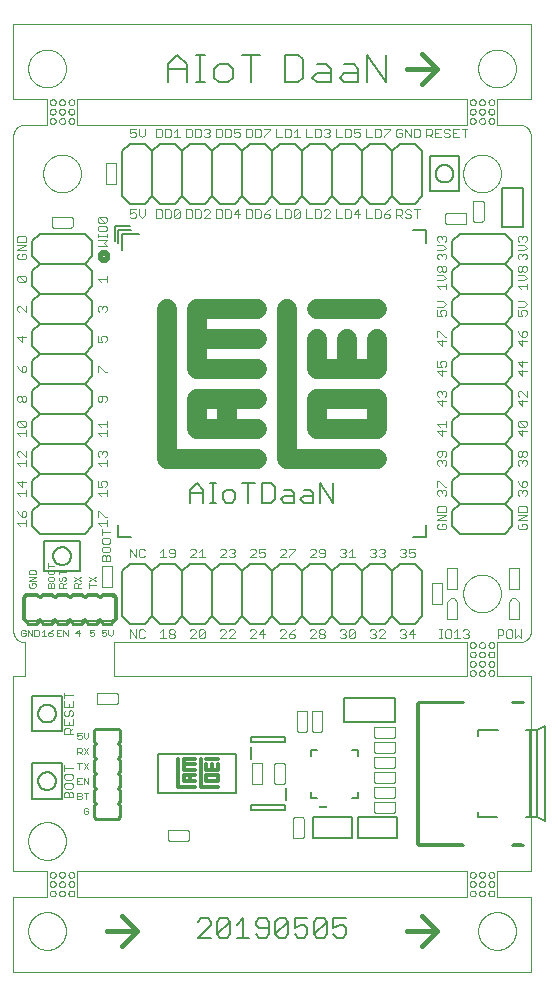
<source format=gto>
G75*
%MOIN*%
%OFA0B0*%
%FSLAX25Y25*%
%IPPOS*%
%LPD*%
%AMOC8*
5,1,8,0,0,1.08239X$1,22.5*
%
%ADD10C,0.00000*%
%ADD11C,0.00300*%
%ADD12C,0.00800*%
%ADD13C,0.01600*%
%ADD14C,0.00600*%
%ADD15C,0.01000*%
%ADD16C,0.00200*%
%ADD17C,0.06600*%
%ADD18C,0.00500*%
%ADD19C,0.01200*%
%ADD20R,0.02500X0.01000*%
%ADD21C,0.00787*%
D10*
X0003000Y0001000D02*
X0175500Y0001000D01*
X0175500Y0026000D01*
X0164250Y0026000D01*
X0164250Y0034750D01*
X0175500Y0034750D01*
X0175500Y0099750D01*
X0164250Y0099750D01*
X0164250Y0111000D01*
X0171750Y0111000D01*
X0171870Y0111002D01*
X0171990Y0111008D01*
X0172110Y0111017D01*
X0172230Y0111031D01*
X0172348Y0111048D01*
X0172467Y0111069D01*
X0172584Y0111094D01*
X0172701Y0111123D01*
X0172817Y0111155D01*
X0172932Y0111191D01*
X0173045Y0111231D01*
X0173157Y0111274D01*
X0173268Y0111321D01*
X0173377Y0111371D01*
X0173485Y0111425D01*
X0173590Y0111483D01*
X0173694Y0111543D01*
X0173796Y0111607D01*
X0173895Y0111674D01*
X0173993Y0111745D01*
X0174088Y0111818D01*
X0174181Y0111895D01*
X0174271Y0111974D01*
X0174359Y0112056D01*
X0174444Y0112141D01*
X0174526Y0112229D01*
X0174605Y0112319D01*
X0174682Y0112412D01*
X0174755Y0112507D01*
X0174826Y0112605D01*
X0174893Y0112704D01*
X0174957Y0112806D01*
X0175017Y0112910D01*
X0175075Y0113015D01*
X0175129Y0113123D01*
X0175179Y0113232D01*
X0175226Y0113343D01*
X0175269Y0113455D01*
X0175309Y0113568D01*
X0175345Y0113683D01*
X0175377Y0113799D01*
X0175406Y0113916D01*
X0175431Y0114033D01*
X0175452Y0114152D01*
X0175469Y0114270D01*
X0175483Y0114390D01*
X0175492Y0114510D01*
X0175498Y0114630D01*
X0175500Y0114750D01*
X0175500Y0279750D01*
X0175498Y0279870D01*
X0175492Y0279990D01*
X0175483Y0280110D01*
X0175469Y0280230D01*
X0175452Y0280348D01*
X0175431Y0280467D01*
X0175406Y0280584D01*
X0175377Y0280701D01*
X0175345Y0280817D01*
X0175309Y0280932D01*
X0175269Y0281045D01*
X0175226Y0281157D01*
X0175179Y0281268D01*
X0175129Y0281377D01*
X0175075Y0281485D01*
X0175017Y0281590D01*
X0174957Y0281694D01*
X0174893Y0281796D01*
X0174826Y0281895D01*
X0174755Y0281993D01*
X0174682Y0282088D01*
X0174605Y0282181D01*
X0174526Y0282271D01*
X0174444Y0282359D01*
X0174359Y0282444D01*
X0174271Y0282526D01*
X0174181Y0282605D01*
X0174088Y0282682D01*
X0173993Y0282755D01*
X0173895Y0282826D01*
X0173796Y0282893D01*
X0173694Y0282957D01*
X0173590Y0283017D01*
X0173485Y0283075D01*
X0173377Y0283129D01*
X0173268Y0283179D01*
X0173157Y0283226D01*
X0173045Y0283269D01*
X0172932Y0283309D01*
X0172817Y0283345D01*
X0172701Y0283377D01*
X0172584Y0283406D01*
X0172467Y0283431D01*
X0172348Y0283452D01*
X0172230Y0283469D01*
X0172110Y0283483D01*
X0171990Y0283492D01*
X0171870Y0283498D01*
X0171750Y0283500D01*
X0164250Y0283500D01*
X0164250Y0292250D01*
X0175500Y0292250D01*
X0175500Y0317250D01*
X0003000Y0317250D01*
X0003000Y0292250D01*
X0014250Y0292250D01*
X0014250Y0283500D01*
X0006750Y0283500D01*
X0006630Y0283498D01*
X0006510Y0283492D01*
X0006390Y0283483D01*
X0006270Y0283469D01*
X0006152Y0283452D01*
X0006033Y0283431D01*
X0005916Y0283406D01*
X0005799Y0283377D01*
X0005683Y0283345D01*
X0005568Y0283309D01*
X0005455Y0283269D01*
X0005343Y0283226D01*
X0005232Y0283179D01*
X0005123Y0283129D01*
X0005015Y0283075D01*
X0004910Y0283017D01*
X0004806Y0282957D01*
X0004704Y0282893D01*
X0004605Y0282826D01*
X0004507Y0282755D01*
X0004412Y0282682D01*
X0004319Y0282605D01*
X0004229Y0282526D01*
X0004141Y0282444D01*
X0004056Y0282359D01*
X0003974Y0282271D01*
X0003895Y0282181D01*
X0003818Y0282088D01*
X0003745Y0281993D01*
X0003674Y0281895D01*
X0003607Y0281796D01*
X0003543Y0281694D01*
X0003483Y0281590D01*
X0003425Y0281485D01*
X0003371Y0281377D01*
X0003321Y0281268D01*
X0003274Y0281157D01*
X0003231Y0281045D01*
X0003191Y0280932D01*
X0003155Y0280817D01*
X0003123Y0280701D01*
X0003094Y0280584D01*
X0003069Y0280467D01*
X0003048Y0280348D01*
X0003031Y0280230D01*
X0003017Y0280110D01*
X0003008Y0279990D01*
X0003002Y0279870D01*
X0003000Y0279750D01*
X0003000Y0114750D01*
X0003002Y0114630D01*
X0003008Y0114510D01*
X0003017Y0114390D01*
X0003031Y0114270D01*
X0003048Y0114152D01*
X0003069Y0114033D01*
X0003094Y0113916D01*
X0003123Y0113799D01*
X0003155Y0113683D01*
X0003191Y0113568D01*
X0003231Y0113455D01*
X0003274Y0113343D01*
X0003321Y0113232D01*
X0003371Y0113123D01*
X0003425Y0113015D01*
X0003483Y0112910D01*
X0003543Y0112806D01*
X0003607Y0112704D01*
X0003674Y0112605D01*
X0003745Y0112507D01*
X0003818Y0112412D01*
X0003895Y0112319D01*
X0003974Y0112229D01*
X0004056Y0112141D01*
X0004141Y0112056D01*
X0004229Y0111974D01*
X0004319Y0111895D01*
X0004412Y0111818D01*
X0004507Y0111745D01*
X0004605Y0111674D01*
X0004704Y0111607D01*
X0004806Y0111543D01*
X0004910Y0111483D01*
X0005015Y0111425D01*
X0005123Y0111371D01*
X0005232Y0111321D01*
X0005343Y0111274D01*
X0005455Y0111231D01*
X0005568Y0111191D01*
X0005683Y0111155D01*
X0005799Y0111123D01*
X0005916Y0111094D01*
X0006033Y0111069D01*
X0006152Y0111048D01*
X0006270Y0111031D01*
X0006390Y0111017D01*
X0006510Y0111008D01*
X0006630Y0111002D01*
X0006750Y0111000D01*
X0007062Y0111000D01*
X0007062Y0099750D01*
X0003000Y0099750D01*
X0003000Y0034750D01*
X0014250Y0034750D01*
X0014250Y0026000D01*
X0003000Y0026000D01*
X0003000Y0001000D01*
X0007951Y0014750D02*
X0007953Y0014908D01*
X0007959Y0015066D01*
X0007969Y0015224D01*
X0007983Y0015382D01*
X0008001Y0015539D01*
X0008022Y0015696D01*
X0008048Y0015852D01*
X0008078Y0016008D01*
X0008111Y0016163D01*
X0008149Y0016316D01*
X0008190Y0016469D01*
X0008235Y0016621D01*
X0008284Y0016772D01*
X0008337Y0016921D01*
X0008393Y0017069D01*
X0008453Y0017215D01*
X0008517Y0017360D01*
X0008585Y0017503D01*
X0008656Y0017645D01*
X0008730Y0017785D01*
X0008808Y0017922D01*
X0008890Y0018058D01*
X0008974Y0018192D01*
X0009063Y0018323D01*
X0009154Y0018452D01*
X0009249Y0018579D01*
X0009346Y0018704D01*
X0009447Y0018826D01*
X0009551Y0018945D01*
X0009658Y0019062D01*
X0009768Y0019176D01*
X0009881Y0019287D01*
X0009996Y0019396D01*
X0010114Y0019501D01*
X0010235Y0019603D01*
X0010358Y0019703D01*
X0010484Y0019799D01*
X0010612Y0019892D01*
X0010742Y0019982D01*
X0010875Y0020068D01*
X0011010Y0020152D01*
X0011146Y0020231D01*
X0011285Y0020308D01*
X0011426Y0020380D01*
X0011568Y0020450D01*
X0011712Y0020515D01*
X0011858Y0020577D01*
X0012005Y0020635D01*
X0012154Y0020690D01*
X0012304Y0020741D01*
X0012455Y0020788D01*
X0012607Y0020831D01*
X0012760Y0020870D01*
X0012915Y0020906D01*
X0013070Y0020937D01*
X0013226Y0020965D01*
X0013382Y0020989D01*
X0013539Y0021009D01*
X0013697Y0021025D01*
X0013854Y0021037D01*
X0014013Y0021045D01*
X0014171Y0021049D01*
X0014329Y0021049D01*
X0014487Y0021045D01*
X0014646Y0021037D01*
X0014803Y0021025D01*
X0014961Y0021009D01*
X0015118Y0020989D01*
X0015274Y0020965D01*
X0015430Y0020937D01*
X0015585Y0020906D01*
X0015740Y0020870D01*
X0015893Y0020831D01*
X0016045Y0020788D01*
X0016196Y0020741D01*
X0016346Y0020690D01*
X0016495Y0020635D01*
X0016642Y0020577D01*
X0016788Y0020515D01*
X0016932Y0020450D01*
X0017074Y0020380D01*
X0017215Y0020308D01*
X0017354Y0020231D01*
X0017490Y0020152D01*
X0017625Y0020068D01*
X0017758Y0019982D01*
X0017888Y0019892D01*
X0018016Y0019799D01*
X0018142Y0019703D01*
X0018265Y0019603D01*
X0018386Y0019501D01*
X0018504Y0019396D01*
X0018619Y0019287D01*
X0018732Y0019176D01*
X0018842Y0019062D01*
X0018949Y0018945D01*
X0019053Y0018826D01*
X0019154Y0018704D01*
X0019251Y0018579D01*
X0019346Y0018452D01*
X0019437Y0018323D01*
X0019526Y0018192D01*
X0019610Y0018058D01*
X0019692Y0017922D01*
X0019770Y0017785D01*
X0019844Y0017645D01*
X0019915Y0017503D01*
X0019983Y0017360D01*
X0020047Y0017215D01*
X0020107Y0017069D01*
X0020163Y0016921D01*
X0020216Y0016772D01*
X0020265Y0016621D01*
X0020310Y0016469D01*
X0020351Y0016316D01*
X0020389Y0016163D01*
X0020422Y0016008D01*
X0020452Y0015852D01*
X0020478Y0015696D01*
X0020499Y0015539D01*
X0020517Y0015382D01*
X0020531Y0015224D01*
X0020541Y0015066D01*
X0020547Y0014908D01*
X0020549Y0014750D01*
X0020547Y0014592D01*
X0020541Y0014434D01*
X0020531Y0014276D01*
X0020517Y0014118D01*
X0020499Y0013961D01*
X0020478Y0013804D01*
X0020452Y0013648D01*
X0020422Y0013492D01*
X0020389Y0013337D01*
X0020351Y0013184D01*
X0020310Y0013031D01*
X0020265Y0012879D01*
X0020216Y0012728D01*
X0020163Y0012579D01*
X0020107Y0012431D01*
X0020047Y0012285D01*
X0019983Y0012140D01*
X0019915Y0011997D01*
X0019844Y0011855D01*
X0019770Y0011715D01*
X0019692Y0011578D01*
X0019610Y0011442D01*
X0019526Y0011308D01*
X0019437Y0011177D01*
X0019346Y0011048D01*
X0019251Y0010921D01*
X0019154Y0010796D01*
X0019053Y0010674D01*
X0018949Y0010555D01*
X0018842Y0010438D01*
X0018732Y0010324D01*
X0018619Y0010213D01*
X0018504Y0010104D01*
X0018386Y0009999D01*
X0018265Y0009897D01*
X0018142Y0009797D01*
X0018016Y0009701D01*
X0017888Y0009608D01*
X0017758Y0009518D01*
X0017625Y0009432D01*
X0017490Y0009348D01*
X0017354Y0009269D01*
X0017215Y0009192D01*
X0017074Y0009120D01*
X0016932Y0009050D01*
X0016788Y0008985D01*
X0016642Y0008923D01*
X0016495Y0008865D01*
X0016346Y0008810D01*
X0016196Y0008759D01*
X0016045Y0008712D01*
X0015893Y0008669D01*
X0015740Y0008630D01*
X0015585Y0008594D01*
X0015430Y0008563D01*
X0015274Y0008535D01*
X0015118Y0008511D01*
X0014961Y0008491D01*
X0014803Y0008475D01*
X0014646Y0008463D01*
X0014487Y0008455D01*
X0014329Y0008451D01*
X0014171Y0008451D01*
X0014013Y0008455D01*
X0013854Y0008463D01*
X0013697Y0008475D01*
X0013539Y0008491D01*
X0013382Y0008511D01*
X0013226Y0008535D01*
X0013070Y0008563D01*
X0012915Y0008594D01*
X0012760Y0008630D01*
X0012607Y0008669D01*
X0012455Y0008712D01*
X0012304Y0008759D01*
X0012154Y0008810D01*
X0012005Y0008865D01*
X0011858Y0008923D01*
X0011712Y0008985D01*
X0011568Y0009050D01*
X0011426Y0009120D01*
X0011285Y0009192D01*
X0011146Y0009269D01*
X0011010Y0009348D01*
X0010875Y0009432D01*
X0010742Y0009518D01*
X0010612Y0009608D01*
X0010484Y0009701D01*
X0010358Y0009797D01*
X0010235Y0009897D01*
X0010114Y0009999D01*
X0009996Y0010104D01*
X0009881Y0010213D01*
X0009768Y0010324D01*
X0009658Y0010438D01*
X0009551Y0010555D01*
X0009447Y0010674D01*
X0009346Y0010796D01*
X0009249Y0010921D01*
X0009154Y0011048D01*
X0009063Y0011177D01*
X0008974Y0011308D01*
X0008890Y0011442D01*
X0008808Y0011578D01*
X0008730Y0011715D01*
X0008656Y0011855D01*
X0008585Y0011997D01*
X0008517Y0012140D01*
X0008453Y0012285D01*
X0008393Y0012431D01*
X0008337Y0012579D01*
X0008284Y0012728D01*
X0008235Y0012879D01*
X0008190Y0013031D01*
X0008149Y0013184D01*
X0008111Y0013337D01*
X0008078Y0013492D01*
X0008048Y0013648D01*
X0008022Y0013804D01*
X0008001Y0013961D01*
X0007983Y0014118D01*
X0007969Y0014276D01*
X0007959Y0014434D01*
X0007953Y0014592D01*
X0007951Y0014750D01*
X0015141Y0027250D02*
X0015143Y0027312D01*
X0015149Y0027375D01*
X0015159Y0027436D01*
X0015173Y0027497D01*
X0015190Y0027557D01*
X0015211Y0027616D01*
X0015237Y0027673D01*
X0015265Y0027728D01*
X0015297Y0027782D01*
X0015333Y0027833D01*
X0015371Y0027883D01*
X0015413Y0027929D01*
X0015457Y0027973D01*
X0015505Y0028014D01*
X0015554Y0028052D01*
X0015606Y0028086D01*
X0015660Y0028117D01*
X0015716Y0028145D01*
X0015774Y0028169D01*
X0015833Y0028190D01*
X0015893Y0028206D01*
X0015954Y0028219D01*
X0016016Y0028228D01*
X0016078Y0028233D01*
X0016141Y0028234D01*
X0016203Y0028231D01*
X0016265Y0028224D01*
X0016327Y0028213D01*
X0016387Y0028198D01*
X0016447Y0028180D01*
X0016505Y0028158D01*
X0016562Y0028132D01*
X0016617Y0028102D01*
X0016670Y0028069D01*
X0016721Y0028033D01*
X0016769Y0027994D01*
X0016815Y0027951D01*
X0016858Y0027906D01*
X0016898Y0027858D01*
X0016935Y0027808D01*
X0016969Y0027755D01*
X0017000Y0027701D01*
X0017026Y0027645D01*
X0017050Y0027587D01*
X0017069Y0027527D01*
X0017085Y0027467D01*
X0017097Y0027405D01*
X0017105Y0027344D01*
X0017109Y0027281D01*
X0017109Y0027219D01*
X0017105Y0027156D01*
X0017097Y0027095D01*
X0017085Y0027033D01*
X0017069Y0026973D01*
X0017050Y0026913D01*
X0017026Y0026855D01*
X0017000Y0026799D01*
X0016969Y0026745D01*
X0016935Y0026692D01*
X0016898Y0026642D01*
X0016858Y0026594D01*
X0016815Y0026549D01*
X0016769Y0026506D01*
X0016721Y0026467D01*
X0016670Y0026431D01*
X0016617Y0026398D01*
X0016562Y0026368D01*
X0016505Y0026342D01*
X0016447Y0026320D01*
X0016387Y0026302D01*
X0016327Y0026287D01*
X0016265Y0026276D01*
X0016203Y0026269D01*
X0016141Y0026266D01*
X0016078Y0026267D01*
X0016016Y0026272D01*
X0015954Y0026281D01*
X0015893Y0026294D01*
X0015833Y0026310D01*
X0015774Y0026331D01*
X0015716Y0026355D01*
X0015660Y0026383D01*
X0015606Y0026414D01*
X0015554Y0026448D01*
X0015505Y0026486D01*
X0015457Y0026527D01*
X0015413Y0026571D01*
X0015371Y0026617D01*
X0015333Y0026667D01*
X0015297Y0026718D01*
X0015265Y0026772D01*
X0015237Y0026827D01*
X0015211Y0026884D01*
X0015190Y0026943D01*
X0015173Y0027003D01*
X0015159Y0027064D01*
X0015149Y0027125D01*
X0015143Y0027188D01*
X0015141Y0027250D01*
X0015141Y0030375D02*
X0015143Y0030437D01*
X0015149Y0030500D01*
X0015159Y0030561D01*
X0015173Y0030622D01*
X0015190Y0030682D01*
X0015211Y0030741D01*
X0015237Y0030798D01*
X0015265Y0030853D01*
X0015297Y0030907D01*
X0015333Y0030958D01*
X0015371Y0031008D01*
X0015413Y0031054D01*
X0015457Y0031098D01*
X0015505Y0031139D01*
X0015554Y0031177D01*
X0015606Y0031211D01*
X0015660Y0031242D01*
X0015716Y0031270D01*
X0015774Y0031294D01*
X0015833Y0031315D01*
X0015893Y0031331D01*
X0015954Y0031344D01*
X0016016Y0031353D01*
X0016078Y0031358D01*
X0016141Y0031359D01*
X0016203Y0031356D01*
X0016265Y0031349D01*
X0016327Y0031338D01*
X0016387Y0031323D01*
X0016447Y0031305D01*
X0016505Y0031283D01*
X0016562Y0031257D01*
X0016617Y0031227D01*
X0016670Y0031194D01*
X0016721Y0031158D01*
X0016769Y0031119D01*
X0016815Y0031076D01*
X0016858Y0031031D01*
X0016898Y0030983D01*
X0016935Y0030933D01*
X0016969Y0030880D01*
X0017000Y0030826D01*
X0017026Y0030770D01*
X0017050Y0030712D01*
X0017069Y0030652D01*
X0017085Y0030592D01*
X0017097Y0030530D01*
X0017105Y0030469D01*
X0017109Y0030406D01*
X0017109Y0030344D01*
X0017105Y0030281D01*
X0017097Y0030220D01*
X0017085Y0030158D01*
X0017069Y0030098D01*
X0017050Y0030038D01*
X0017026Y0029980D01*
X0017000Y0029924D01*
X0016969Y0029870D01*
X0016935Y0029817D01*
X0016898Y0029767D01*
X0016858Y0029719D01*
X0016815Y0029674D01*
X0016769Y0029631D01*
X0016721Y0029592D01*
X0016670Y0029556D01*
X0016617Y0029523D01*
X0016562Y0029493D01*
X0016505Y0029467D01*
X0016447Y0029445D01*
X0016387Y0029427D01*
X0016327Y0029412D01*
X0016265Y0029401D01*
X0016203Y0029394D01*
X0016141Y0029391D01*
X0016078Y0029392D01*
X0016016Y0029397D01*
X0015954Y0029406D01*
X0015893Y0029419D01*
X0015833Y0029435D01*
X0015774Y0029456D01*
X0015716Y0029480D01*
X0015660Y0029508D01*
X0015606Y0029539D01*
X0015554Y0029573D01*
X0015505Y0029611D01*
X0015457Y0029652D01*
X0015413Y0029696D01*
X0015371Y0029742D01*
X0015333Y0029792D01*
X0015297Y0029843D01*
X0015265Y0029897D01*
X0015237Y0029952D01*
X0015211Y0030009D01*
X0015190Y0030068D01*
X0015173Y0030128D01*
X0015159Y0030189D01*
X0015149Y0030250D01*
X0015143Y0030313D01*
X0015141Y0030375D01*
X0015141Y0033500D02*
X0015143Y0033562D01*
X0015149Y0033625D01*
X0015159Y0033686D01*
X0015173Y0033747D01*
X0015190Y0033807D01*
X0015211Y0033866D01*
X0015237Y0033923D01*
X0015265Y0033978D01*
X0015297Y0034032D01*
X0015333Y0034083D01*
X0015371Y0034133D01*
X0015413Y0034179D01*
X0015457Y0034223D01*
X0015505Y0034264D01*
X0015554Y0034302D01*
X0015606Y0034336D01*
X0015660Y0034367D01*
X0015716Y0034395D01*
X0015774Y0034419D01*
X0015833Y0034440D01*
X0015893Y0034456D01*
X0015954Y0034469D01*
X0016016Y0034478D01*
X0016078Y0034483D01*
X0016141Y0034484D01*
X0016203Y0034481D01*
X0016265Y0034474D01*
X0016327Y0034463D01*
X0016387Y0034448D01*
X0016447Y0034430D01*
X0016505Y0034408D01*
X0016562Y0034382D01*
X0016617Y0034352D01*
X0016670Y0034319D01*
X0016721Y0034283D01*
X0016769Y0034244D01*
X0016815Y0034201D01*
X0016858Y0034156D01*
X0016898Y0034108D01*
X0016935Y0034058D01*
X0016969Y0034005D01*
X0017000Y0033951D01*
X0017026Y0033895D01*
X0017050Y0033837D01*
X0017069Y0033777D01*
X0017085Y0033717D01*
X0017097Y0033655D01*
X0017105Y0033594D01*
X0017109Y0033531D01*
X0017109Y0033469D01*
X0017105Y0033406D01*
X0017097Y0033345D01*
X0017085Y0033283D01*
X0017069Y0033223D01*
X0017050Y0033163D01*
X0017026Y0033105D01*
X0017000Y0033049D01*
X0016969Y0032995D01*
X0016935Y0032942D01*
X0016898Y0032892D01*
X0016858Y0032844D01*
X0016815Y0032799D01*
X0016769Y0032756D01*
X0016721Y0032717D01*
X0016670Y0032681D01*
X0016617Y0032648D01*
X0016562Y0032618D01*
X0016505Y0032592D01*
X0016447Y0032570D01*
X0016387Y0032552D01*
X0016327Y0032537D01*
X0016265Y0032526D01*
X0016203Y0032519D01*
X0016141Y0032516D01*
X0016078Y0032517D01*
X0016016Y0032522D01*
X0015954Y0032531D01*
X0015893Y0032544D01*
X0015833Y0032560D01*
X0015774Y0032581D01*
X0015716Y0032605D01*
X0015660Y0032633D01*
X0015606Y0032664D01*
X0015554Y0032698D01*
X0015505Y0032736D01*
X0015457Y0032777D01*
X0015413Y0032821D01*
X0015371Y0032867D01*
X0015333Y0032917D01*
X0015297Y0032968D01*
X0015265Y0033022D01*
X0015237Y0033077D01*
X0015211Y0033134D01*
X0015190Y0033193D01*
X0015173Y0033253D01*
X0015159Y0033314D01*
X0015149Y0033375D01*
X0015143Y0033438D01*
X0015141Y0033500D01*
X0018266Y0033500D02*
X0018268Y0033562D01*
X0018274Y0033625D01*
X0018284Y0033686D01*
X0018298Y0033747D01*
X0018315Y0033807D01*
X0018336Y0033866D01*
X0018362Y0033923D01*
X0018390Y0033978D01*
X0018422Y0034032D01*
X0018458Y0034083D01*
X0018496Y0034133D01*
X0018538Y0034179D01*
X0018582Y0034223D01*
X0018630Y0034264D01*
X0018679Y0034302D01*
X0018731Y0034336D01*
X0018785Y0034367D01*
X0018841Y0034395D01*
X0018899Y0034419D01*
X0018958Y0034440D01*
X0019018Y0034456D01*
X0019079Y0034469D01*
X0019141Y0034478D01*
X0019203Y0034483D01*
X0019266Y0034484D01*
X0019328Y0034481D01*
X0019390Y0034474D01*
X0019452Y0034463D01*
X0019512Y0034448D01*
X0019572Y0034430D01*
X0019630Y0034408D01*
X0019687Y0034382D01*
X0019742Y0034352D01*
X0019795Y0034319D01*
X0019846Y0034283D01*
X0019894Y0034244D01*
X0019940Y0034201D01*
X0019983Y0034156D01*
X0020023Y0034108D01*
X0020060Y0034058D01*
X0020094Y0034005D01*
X0020125Y0033951D01*
X0020151Y0033895D01*
X0020175Y0033837D01*
X0020194Y0033777D01*
X0020210Y0033717D01*
X0020222Y0033655D01*
X0020230Y0033594D01*
X0020234Y0033531D01*
X0020234Y0033469D01*
X0020230Y0033406D01*
X0020222Y0033345D01*
X0020210Y0033283D01*
X0020194Y0033223D01*
X0020175Y0033163D01*
X0020151Y0033105D01*
X0020125Y0033049D01*
X0020094Y0032995D01*
X0020060Y0032942D01*
X0020023Y0032892D01*
X0019983Y0032844D01*
X0019940Y0032799D01*
X0019894Y0032756D01*
X0019846Y0032717D01*
X0019795Y0032681D01*
X0019742Y0032648D01*
X0019687Y0032618D01*
X0019630Y0032592D01*
X0019572Y0032570D01*
X0019512Y0032552D01*
X0019452Y0032537D01*
X0019390Y0032526D01*
X0019328Y0032519D01*
X0019266Y0032516D01*
X0019203Y0032517D01*
X0019141Y0032522D01*
X0019079Y0032531D01*
X0019018Y0032544D01*
X0018958Y0032560D01*
X0018899Y0032581D01*
X0018841Y0032605D01*
X0018785Y0032633D01*
X0018731Y0032664D01*
X0018679Y0032698D01*
X0018630Y0032736D01*
X0018582Y0032777D01*
X0018538Y0032821D01*
X0018496Y0032867D01*
X0018458Y0032917D01*
X0018422Y0032968D01*
X0018390Y0033022D01*
X0018362Y0033077D01*
X0018336Y0033134D01*
X0018315Y0033193D01*
X0018298Y0033253D01*
X0018284Y0033314D01*
X0018274Y0033375D01*
X0018268Y0033438D01*
X0018266Y0033500D01*
X0018266Y0030375D02*
X0018268Y0030437D01*
X0018274Y0030500D01*
X0018284Y0030561D01*
X0018298Y0030622D01*
X0018315Y0030682D01*
X0018336Y0030741D01*
X0018362Y0030798D01*
X0018390Y0030853D01*
X0018422Y0030907D01*
X0018458Y0030958D01*
X0018496Y0031008D01*
X0018538Y0031054D01*
X0018582Y0031098D01*
X0018630Y0031139D01*
X0018679Y0031177D01*
X0018731Y0031211D01*
X0018785Y0031242D01*
X0018841Y0031270D01*
X0018899Y0031294D01*
X0018958Y0031315D01*
X0019018Y0031331D01*
X0019079Y0031344D01*
X0019141Y0031353D01*
X0019203Y0031358D01*
X0019266Y0031359D01*
X0019328Y0031356D01*
X0019390Y0031349D01*
X0019452Y0031338D01*
X0019512Y0031323D01*
X0019572Y0031305D01*
X0019630Y0031283D01*
X0019687Y0031257D01*
X0019742Y0031227D01*
X0019795Y0031194D01*
X0019846Y0031158D01*
X0019894Y0031119D01*
X0019940Y0031076D01*
X0019983Y0031031D01*
X0020023Y0030983D01*
X0020060Y0030933D01*
X0020094Y0030880D01*
X0020125Y0030826D01*
X0020151Y0030770D01*
X0020175Y0030712D01*
X0020194Y0030652D01*
X0020210Y0030592D01*
X0020222Y0030530D01*
X0020230Y0030469D01*
X0020234Y0030406D01*
X0020234Y0030344D01*
X0020230Y0030281D01*
X0020222Y0030220D01*
X0020210Y0030158D01*
X0020194Y0030098D01*
X0020175Y0030038D01*
X0020151Y0029980D01*
X0020125Y0029924D01*
X0020094Y0029870D01*
X0020060Y0029817D01*
X0020023Y0029767D01*
X0019983Y0029719D01*
X0019940Y0029674D01*
X0019894Y0029631D01*
X0019846Y0029592D01*
X0019795Y0029556D01*
X0019742Y0029523D01*
X0019687Y0029493D01*
X0019630Y0029467D01*
X0019572Y0029445D01*
X0019512Y0029427D01*
X0019452Y0029412D01*
X0019390Y0029401D01*
X0019328Y0029394D01*
X0019266Y0029391D01*
X0019203Y0029392D01*
X0019141Y0029397D01*
X0019079Y0029406D01*
X0019018Y0029419D01*
X0018958Y0029435D01*
X0018899Y0029456D01*
X0018841Y0029480D01*
X0018785Y0029508D01*
X0018731Y0029539D01*
X0018679Y0029573D01*
X0018630Y0029611D01*
X0018582Y0029652D01*
X0018538Y0029696D01*
X0018496Y0029742D01*
X0018458Y0029792D01*
X0018422Y0029843D01*
X0018390Y0029897D01*
X0018362Y0029952D01*
X0018336Y0030009D01*
X0018315Y0030068D01*
X0018298Y0030128D01*
X0018284Y0030189D01*
X0018274Y0030250D01*
X0018268Y0030313D01*
X0018266Y0030375D01*
X0018266Y0027250D02*
X0018268Y0027312D01*
X0018274Y0027375D01*
X0018284Y0027436D01*
X0018298Y0027497D01*
X0018315Y0027557D01*
X0018336Y0027616D01*
X0018362Y0027673D01*
X0018390Y0027728D01*
X0018422Y0027782D01*
X0018458Y0027833D01*
X0018496Y0027883D01*
X0018538Y0027929D01*
X0018582Y0027973D01*
X0018630Y0028014D01*
X0018679Y0028052D01*
X0018731Y0028086D01*
X0018785Y0028117D01*
X0018841Y0028145D01*
X0018899Y0028169D01*
X0018958Y0028190D01*
X0019018Y0028206D01*
X0019079Y0028219D01*
X0019141Y0028228D01*
X0019203Y0028233D01*
X0019266Y0028234D01*
X0019328Y0028231D01*
X0019390Y0028224D01*
X0019452Y0028213D01*
X0019512Y0028198D01*
X0019572Y0028180D01*
X0019630Y0028158D01*
X0019687Y0028132D01*
X0019742Y0028102D01*
X0019795Y0028069D01*
X0019846Y0028033D01*
X0019894Y0027994D01*
X0019940Y0027951D01*
X0019983Y0027906D01*
X0020023Y0027858D01*
X0020060Y0027808D01*
X0020094Y0027755D01*
X0020125Y0027701D01*
X0020151Y0027645D01*
X0020175Y0027587D01*
X0020194Y0027527D01*
X0020210Y0027467D01*
X0020222Y0027405D01*
X0020230Y0027344D01*
X0020234Y0027281D01*
X0020234Y0027219D01*
X0020230Y0027156D01*
X0020222Y0027095D01*
X0020210Y0027033D01*
X0020194Y0026973D01*
X0020175Y0026913D01*
X0020151Y0026855D01*
X0020125Y0026799D01*
X0020094Y0026745D01*
X0020060Y0026692D01*
X0020023Y0026642D01*
X0019983Y0026594D01*
X0019940Y0026549D01*
X0019894Y0026506D01*
X0019846Y0026467D01*
X0019795Y0026431D01*
X0019742Y0026398D01*
X0019687Y0026368D01*
X0019630Y0026342D01*
X0019572Y0026320D01*
X0019512Y0026302D01*
X0019452Y0026287D01*
X0019390Y0026276D01*
X0019328Y0026269D01*
X0019266Y0026266D01*
X0019203Y0026267D01*
X0019141Y0026272D01*
X0019079Y0026281D01*
X0019018Y0026294D01*
X0018958Y0026310D01*
X0018899Y0026331D01*
X0018841Y0026355D01*
X0018785Y0026383D01*
X0018731Y0026414D01*
X0018679Y0026448D01*
X0018630Y0026486D01*
X0018582Y0026527D01*
X0018538Y0026571D01*
X0018496Y0026617D01*
X0018458Y0026667D01*
X0018422Y0026718D01*
X0018390Y0026772D01*
X0018362Y0026827D01*
X0018336Y0026884D01*
X0018315Y0026943D01*
X0018298Y0027003D01*
X0018284Y0027064D01*
X0018274Y0027125D01*
X0018268Y0027188D01*
X0018266Y0027250D01*
X0021391Y0027250D02*
X0021393Y0027312D01*
X0021399Y0027375D01*
X0021409Y0027436D01*
X0021423Y0027497D01*
X0021440Y0027557D01*
X0021461Y0027616D01*
X0021487Y0027673D01*
X0021515Y0027728D01*
X0021547Y0027782D01*
X0021583Y0027833D01*
X0021621Y0027883D01*
X0021663Y0027929D01*
X0021707Y0027973D01*
X0021755Y0028014D01*
X0021804Y0028052D01*
X0021856Y0028086D01*
X0021910Y0028117D01*
X0021966Y0028145D01*
X0022024Y0028169D01*
X0022083Y0028190D01*
X0022143Y0028206D01*
X0022204Y0028219D01*
X0022266Y0028228D01*
X0022328Y0028233D01*
X0022391Y0028234D01*
X0022453Y0028231D01*
X0022515Y0028224D01*
X0022577Y0028213D01*
X0022637Y0028198D01*
X0022697Y0028180D01*
X0022755Y0028158D01*
X0022812Y0028132D01*
X0022867Y0028102D01*
X0022920Y0028069D01*
X0022971Y0028033D01*
X0023019Y0027994D01*
X0023065Y0027951D01*
X0023108Y0027906D01*
X0023148Y0027858D01*
X0023185Y0027808D01*
X0023219Y0027755D01*
X0023250Y0027701D01*
X0023276Y0027645D01*
X0023300Y0027587D01*
X0023319Y0027527D01*
X0023335Y0027467D01*
X0023347Y0027405D01*
X0023355Y0027344D01*
X0023359Y0027281D01*
X0023359Y0027219D01*
X0023355Y0027156D01*
X0023347Y0027095D01*
X0023335Y0027033D01*
X0023319Y0026973D01*
X0023300Y0026913D01*
X0023276Y0026855D01*
X0023250Y0026799D01*
X0023219Y0026745D01*
X0023185Y0026692D01*
X0023148Y0026642D01*
X0023108Y0026594D01*
X0023065Y0026549D01*
X0023019Y0026506D01*
X0022971Y0026467D01*
X0022920Y0026431D01*
X0022867Y0026398D01*
X0022812Y0026368D01*
X0022755Y0026342D01*
X0022697Y0026320D01*
X0022637Y0026302D01*
X0022577Y0026287D01*
X0022515Y0026276D01*
X0022453Y0026269D01*
X0022391Y0026266D01*
X0022328Y0026267D01*
X0022266Y0026272D01*
X0022204Y0026281D01*
X0022143Y0026294D01*
X0022083Y0026310D01*
X0022024Y0026331D01*
X0021966Y0026355D01*
X0021910Y0026383D01*
X0021856Y0026414D01*
X0021804Y0026448D01*
X0021755Y0026486D01*
X0021707Y0026527D01*
X0021663Y0026571D01*
X0021621Y0026617D01*
X0021583Y0026667D01*
X0021547Y0026718D01*
X0021515Y0026772D01*
X0021487Y0026827D01*
X0021461Y0026884D01*
X0021440Y0026943D01*
X0021423Y0027003D01*
X0021409Y0027064D01*
X0021399Y0027125D01*
X0021393Y0027188D01*
X0021391Y0027250D01*
X0021391Y0030375D02*
X0021393Y0030437D01*
X0021399Y0030500D01*
X0021409Y0030561D01*
X0021423Y0030622D01*
X0021440Y0030682D01*
X0021461Y0030741D01*
X0021487Y0030798D01*
X0021515Y0030853D01*
X0021547Y0030907D01*
X0021583Y0030958D01*
X0021621Y0031008D01*
X0021663Y0031054D01*
X0021707Y0031098D01*
X0021755Y0031139D01*
X0021804Y0031177D01*
X0021856Y0031211D01*
X0021910Y0031242D01*
X0021966Y0031270D01*
X0022024Y0031294D01*
X0022083Y0031315D01*
X0022143Y0031331D01*
X0022204Y0031344D01*
X0022266Y0031353D01*
X0022328Y0031358D01*
X0022391Y0031359D01*
X0022453Y0031356D01*
X0022515Y0031349D01*
X0022577Y0031338D01*
X0022637Y0031323D01*
X0022697Y0031305D01*
X0022755Y0031283D01*
X0022812Y0031257D01*
X0022867Y0031227D01*
X0022920Y0031194D01*
X0022971Y0031158D01*
X0023019Y0031119D01*
X0023065Y0031076D01*
X0023108Y0031031D01*
X0023148Y0030983D01*
X0023185Y0030933D01*
X0023219Y0030880D01*
X0023250Y0030826D01*
X0023276Y0030770D01*
X0023300Y0030712D01*
X0023319Y0030652D01*
X0023335Y0030592D01*
X0023347Y0030530D01*
X0023355Y0030469D01*
X0023359Y0030406D01*
X0023359Y0030344D01*
X0023355Y0030281D01*
X0023347Y0030220D01*
X0023335Y0030158D01*
X0023319Y0030098D01*
X0023300Y0030038D01*
X0023276Y0029980D01*
X0023250Y0029924D01*
X0023219Y0029870D01*
X0023185Y0029817D01*
X0023148Y0029767D01*
X0023108Y0029719D01*
X0023065Y0029674D01*
X0023019Y0029631D01*
X0022971Y0029592D01*
X0022920Y0029556D01*
X0022867Y0029523D01*
X0022812Y0029493D01*
X0022755Y0029467D01*
X0022697Y0029445D01*
X0022637Y0029427D01*
X0022577Y0029412D01*
X0022515Y0029401D01*
X0022453Y0029394D01*
X0022391Y0029391D01*
X0022328Y0029392D01*
X0022266Y0029397D01*
X0022204Y0029406D01*
X0022143Y0029419D01*
X0022083Y0029435D01*
X0022024Y0029456D01*
X0021966Y0029480D01*
X0021910Y0029508D01*
X0021856Y0029539D01*
X0021804Y0029573D01*
X0021755Y0029611D01*
X0021707Y0029652D01*
X0021663Y0029696D01*
X0021621Y0029742D01*
X0021583Y0029792D01*
X0021547Y0029843D01*
X0021515Y0029897D01*
X0021487Y0029952D01*
X0021461Y0030009D01*
X0021440Y0030068D01*
X0021423Y0030128D01*
X0021409Y0030189D01*
X0021399Y0030250D01*
X0021393Y0030313D01*
X0021391Y0030375D01*
X0021391Y0033500D02*
X0021393Y0033562D01*
X0021399Y0033625D01*
X0021409Y0033686D01*
X0021423Y0033747D01*
X0021440Y0033807D01*
X0021461Y0033866D01*
X0021487Y0033923D01*
X0021515Y0033978D01*
X0021547Y0034032D01*
X0021583Y0034083D01*
X0021621Y0034133D01*
X0021663Y0034179D01*
X0021707Y0034223D01*
X0021755Y0034264D01*
X0021804Y0034302D01*
X0021856Y0034336D01*
X0021910Y0034367D01*
X0021966Y0034395D01*
X0022024Y0034419D01*
X0022083Y0034440D01*
X0022143Y0034456D01*
X0022204Y0034469D01*
X0022266Y0034478D01*
X0022328Y0034483D01*
X0022391Y0034484D01*
X0022453Y0034481D01*
X0022515Y0034474D01*
X0022577Y0034463D01*
X0022637Y0034448D01*
X0022697Y0034430D01*
X0022755Y0034408D01*
X0022812Y0034382D01*
X0022867Y0034352D01*
X0022920Y0034319D01*
X0022971Y0034283D01*
X0023019Y0034244D01*
X0023065Y0034201D01*
X0023108Y0034156D01*
X0023148Y0034108D01*
X0023185Y0034058D01*
X0023219Y0034005D01*
X0023250Y0033951D01*
X0023276Y0033895D01*
X0023300Y0033837D01*
X0023319Y0033777D01*
X0023335Y0033717D01*
X0023347Y0033655D01*
X0023355Y0033594D01*
X0023359Y0033531D01*
X0023359Y0033469D01*
X0023355Y0033406D01*
X0023347Y0033345D01*
X0023335Y0033283D01*
X0023319Y0033223D01*
X0023300Y0033163D01*
X0023276Y0033105D01*
X0023250Y0033049D01*
X0023219Y0032995D01*
X0023185Y0032942D01*
X0023148Y0032892D01*
X0023108Y0032844D01*
X0023065Y0032799D01*
X0023019Y0032756D01*
X0022971Y0032717D01*
X0022920Y0032681D01*
X0022867Y0032648D01*
X0022812Y0032618D01*
X0022755Y0032592D01*
X0022697Y0032570D01*
X0022637Y0032552D01*
X0022577Y0032537D01*
X0022515Y0032526D01*
X0022453Y0032519D01*
X0022391Y0032516D01*
X0022328Y0032517D01*
X0022266Y0032522D01*
X0022204Y0032531D01*
X0022143Y0032544D01*
X0022083Y0032560D01*
X0022024Y0032581D01*
X0021966Y0032605D01*
X0021910Y0032633D01*
X0021856Y0032664D01*
X0021804Y0032698D01*
X0021755Y0032736D01*
X0021707Y0032777D01*
X0021663Y0032821D01*
X0021621Y0032867D01*
X0021583Y0032917D01*
X0021547Y0032968D01*
X0021515Y0033022D01*
X0021487Y0033077D01*
X0021461Y0033134D01*
X0021440Y0033193D01*
X0021423Y0033253D01*
X0021409Y0033314D01*
X0021399Y0033375D01*
X0021393Y0033438D01*
X0021391Y0033500D01*
X0024250Y0034750D02*
X0024250Y0026000D01*
X0154250Y0026000D01*
X0154250Y0034750D01*
X0024250Y0034750D01*
X0007951Y0044750D02*
X0007953Y0044908D01*
X0007959Y0045066D01*
X0007969Y0045224D01*
X0007983Y0045382D01*
X0008001Y0045539D01*
X0008022Y0045696D01*
X0008048Y0045852D01*
X0008078Y0046008D01*
X0008111Y0046163D01*
X0008149Y0046316D01*
X0008190Y0046469D01*
X0008235Y0046621D01*
X0008284Y0046772D01*
X0008337Y0046921D01*
X0008393Y0047069D01*
X0008453Y0047215D01*
X0008517Y0047360D01*
X0008585Y0047503D01*
X0008656Y0047645D01*
X0008730Y0047785D01*
X0008808Y0047922D01*
X0008890Y0048058D01*
X0008974Y0048192D01*
X0009063Y0048323D01*
X0009154Y0048452D01*
X0009249Y0048579D01*
X0009346Y0048704D01*
X0009447Y0048826D01*
X0009551Y0048945D01*
X0009658Y0049062D01*
X0009768Y0049176D01*
X0009881Y0049287D01*
X0009996Y0049396D01*
X0010114Y0049501D01*
X0010235Y0049603D01*
X0010358Y0049703D01*
X0010484Y0049799D01*
X0010612Y0049892D01*
X0010742Y0049982D01*
X0010875Y0050068D01*
X0011010Y0050152D01*
X0011146Y0050231D01*
X0011285Y0050308D01*
X0011426Y0050380D01*
X0011568Y0050450D01*
X0011712Y0050515D01*
X0011858Y0050577D01*
X0012005Y0050635D01*
X0012154Y0050690D01*
X0012304Y0050741D01*
X0012455Y0050788D01*
X0012607Y0050831D01*
X0012760Y0050870D01*
X0012915Y0050906D01*
X0013070Y0050937D01*
X0013226Y0050965D01*
X0013382Y0050989D01*
X0013539Y0051009D01*
X0013697Y0051025D01*
X0013854Y0051037D01*
X0014013Y0051045D01*
X0014171Y0051049D01*
X0014329Y0051049D01*
X0014487Y0051045D01*
X0014646Y0051037D01*
X0014803Y0051025D01*
X0014961Y0051009D01*
X0015118Y0050989D01*
X0015274Y0050965D01*
X0015430Y0050937D01*
X0015585Y0050906D01*
X0015740Y0050870D01*
X0015893Y0050831D01*
X0016045Y0050788D01*
X0016196Y0050741D01*
X0016346Y0050690D01*
X0016495Y0050635D01*
X0016642Y0050577D01*
X0016788Y0050515D01*
X0016932Y0050450D01*
X0017074Y0050380D01*
X0017215Y0050308D01*
X0017354Y0050231D01*
X0017490Y0050152D01*
X0017625Y0050068D01*
X0017758Y0049982D01*
X0017888Y0049892D01*
X0018016Y0049799D01*
X0018142Y0049703D01*
X0018265Y0049603D01*
X0018386Y0049501D01*
X0018504Y0049396D01*
X0018619Y0049287D01*
X0018732Y0049176D01*
X0018842Y0049062D01*
X0018949Y0048945D01*
X0019053Y0048826D01*
X0019154Y0048704D01*
X0019251Y0048579D01*
X0019346Y0048452D01*
X0019437Y0048323D01*
X0019526Y0048192D01*
X0019610Y0048058D01*
X0019692Y0047922D01*
X0019770Y0047785D01*
X0019844Y0047645D01*
X0019915Y0047503D01*
X0019983Y0047360D01*
X0020047Y0047215D01*
X0020107Y0047069D01*
X0020163Y0046921D01*
X0020216Y0046772D01*
X0020265Y0046621D01*
X0020310Y0046469D01*
X0020351Y0046316D01*
X0020389Y0046163D01*
X0020422Y0046008D01*
X0020452Y0045852D01*
X0020478Y0045696D01*
X0020499Y0045539D01*
X0020517Y0045382D01*
X0020531Y0045224D01*
X0020541Y0045066D01*
X0020547Y0044908D01*
X0020549Y0044750D01*
X0020547Y0044592D01*
X0020541Y0044434D01*
X0020531Y0044276D01*
X0020517Y0044118D01*
X0020499Y0043961D01*
X0020478Y0043804D01*
X0020452Y0043648D01*
X0020422Y0043492D01*
X0020389Y0043337D01*
X0020351Y0043184D01*
X0020310Y0043031D01*
X0020265Y0042879D01*
X0020216Y0042728D01*
X0020163Y0042579D01*
X0020107Y0042431D01*
X0020047Y0042285D01*
X0019983Y0042140D01*
X0019915Y0041997D01*
X0019844Y0041855D01*
X0019770Y0041715D01*
X0019692Y0041578D01*
X0019610Y0041442D01*
X0019526Y0041308D01*
X0019437Y0041177D01*
X0019346Y0041048D01*
X0019251Y0040921D01*
X0019154Y0040796D01*
X0019053Y0040674D01*
X0018949Y0040555D01*
X0018842Y0040438D01*
X0018732Y0040324D01*
X0018619Y0040213D01*
X0018504Y0040104D01*
X0018386Y0039999D01*
X0018265Y0039897D01*
X0018142Y0039797D01*
X0018016Y0039701D01*
X0017888Y0039608D01*
X0017758Y0039518D01*
X0017625Y0039432D01*
X0017490Y0039348D01*
X0017354Y0039269D01*
X0017215Y0039192D01*
X0017074Y0039120D01*
X0016932Y0039050D01*
X0016788Y0038985D01*
X0016642Y0038923D01*
X0016495Y0038865D01*
X0016346Y0038810D01*
X0016196Y0038759D01*
X0016045Y0038712D01*
X0015893Y0038669D01*
X0015740Y0038630D01*
X0015585Y0038594D01*
X0015430Y0038563D01*
X0015274Y0038535D01*
X0015118Y0038511D01*
X0014961Y0038491D01*
X0014803Y0038475D01*
X0014646Y0038463D01*
X0014487Y0038455D01*
X0014329Y0038451D01*
X0014171Y0038451D01*
X0014013Y0038455D01*
X0013854Y0038463D01*
X0013697Y0038475D01*
X0013539Y0038491D01*
X0013382Y0038511D01*
X0013226Y0038535D01*
X0013070Y0038563D01*
X0012915Y0038594D01*
X0012760Y0038630D01*
X0012607Y0038669D01*
X0012455Y0038712D01*
X0012304Y0038759D01*
X0012154Y0038810D01*
X0012005Y0038865D01*
X0011858Y0038923D01*
X0011712Y0038985D01*
X0011568Y0039050D01*
X0011426Y0039120D01*
X0011285Y0039192D01*
X0011146Y0039269D01*
X0011010Y0039348D01*
X0010875Y0039432D01*
X0010742Y0039518D01*
X0010612Y0039608D01*
X0010484Y0039701D01*
X0010358Y0039797D01*
X0010235Y0039897D01*
X0010114Y0039999D01*
X0009996Y0040104D01*
X0009881Y0040213D01*
X0009768Y0040324D01*
X0009658Y0040438D01*
X0009551Y0040555D01*
X0009447Y0040674D01*
X0009346Y0040796D01*
X0009249Y0040921D01*
X0009154Y0041048D01*
X0009063Y0041177D01*
X0008974Y0041308D01*
X0008890Y0041442D01*
X0008808Y0041578D01*
X0008730Y0041715D01*
X0008656Y0041855D01*
X0008585Y0041997D01*
X0008517Y0042140D01*
X0008453Y0042285D01*
X0008393Y0042431D01*
X0008337Y0042579D01*
X0008284Y0042728D01*
X0008235Y0042879D01*
X0008190Y0043031D01*
X0008149Y0043184D01*
X0008111Y0043337D01*
X0008078Y0043492D01*
X0008048Y0043648D01*
X0008022Y0043804D01*
X0008001Y0043961D01*
X0007983Y0044118D01*
X0007969Y0044276D01*
X0007959Y0044434D01*
X0007953Y0044592D01*
X0007951Y0044750D01*
X0036438Y0099750D02*
X0036438Y0111000D01*
X0154250Y0111000D01*
X0154250Y0099750D01*
X0036438Y0099750D01*
X0012951Y0267250D02*
X0012953Y0267408D01*
X0012959Y0267566D01*
X0012969Y0267724D01*
X0012983Y0267882D01*
X0013001Y0268039D01*
X0013022Y0268196D01*
X0013048Y0268352D01*
X0013078Y0268508D01*
X0013111Y0268663D01*
X0013149Y0268816D01*
X0013190Y0268969D01*
X0013235Y0269121D01*
X0013284Y0269272D01*
X0013337Y0269421D01*
X0013393Y0269569D01*
X0013453Y0269715D01*
X0013517Y0269860D01*
X0013585Y0270003D01*
X0013656Y0270145D01*
X0013730Y0270285D01*
X0013808Y0270422D01*
X0013890Y0270558D01*
X0013974Y0270692D01*
X0014063Y0270823D01*
X0014154Y0270952D01*
X0014249Y0271079D01*
X0014346Y0271204D01*
X0014447Y0271326D01*
X0014551Y0271445D01*
X0014658Y0271562D01*
X0014768Y0271676D01*
X0014881Y0271787D01*
X0014996Y0271896D01*
X0015114Y0272001D01*
X0015235Y0272103D01*
X0015358Y0272203D01*
X0015484Y0272299D01*
X0015612Y0272392D01*
X0015742Y0272482D01*
X0015875Y0272568D01*
X0016010Y0272652D01*
X0016146Y0272731D01*
X0016285Y0272808D01*
X0016426Y0272880D01*
X0016568Y0272950D01*
X0016712Y0273015D01*
X0016858Y0273077D01*
X0017005Y0273135D01*
X0017154Y0273190D01*
X0017304Y0273241D01*
X0017455Y0273288D01*
X0017607Y0273331D01*
X0017760Y0273370D01*
X0017915Y0273406D01*
X0018070Y0273437D01*
X0018226Y0273465D01*
X0018382Y0273489D01*
X0018539Y0273509D01*
X0018697Y0273525D01*
X0018854Y0273537D01*
X0019013Y0273545D01*
X0019171Y0273549D01*
X0019329Y0273549D01*
X0019487Y0273545D01*
X0019646Y0273537D01*
X0019803Y0273525D01*
X0019961Y0273509D01*
X0020118Y0273489D01*
X0020274Y0273465D01*
X0020430Y0273437D01*
X0020585Y0273406D01*
X0020740Y0273370D01*
X0020893Y0273331D01*
X0021045Y0273288D01*
X0021196Y0273241D01*
X0021346Y0273190D01*
X0021495Y0273135D01*
X0021642Y0273077D01*
X0021788Y0273015D01*
X0021932Y0272950D01*
X0022074Y0272880D01*
X0022215Y0272808D01*
X0022354Y0272731D01*
X0022490Y0272652D01*
X0022625Y0272568D01*
X0022758Y0272482D01*
X0022888Y0272392D01*
X0023016Y0272299D01*
X0023142Y0272203D01*
X0023265Y0272103D01*
X0023386Y0272001D01*
X0023504Y0271896D01*
X0023619Y0271787D01*
X0023732Y0271676D01*
X0023842Y0271562D01*
X0023949Y0271445D01*
X0024053Y0271326D01*
X0024154Y0271204D01*
X0024251Y0271079D01*
X0024346Y0270952D01*
X0024437Y0270823D01*
X0024526Y0270692D01*
X0024610Y0270558D01*
X0024692Y0270422D01*
X0024770Y0270285D01*
X0024844Y0270145D01*
X0024915Y0270003D01*
X0024983Y0269860D01*
X0025047Y0269715D01*
X0025107Y0269569D01*
X0025163Y0269421D01*
X0025216Y0269272D01*
X0025265Y0269121D01*
X0025310Y0268969D01*
X0025351Y0268816D01*
X0025389Y0268663D01*
X0025422Y0268508D01*
X0025452Y0268352D01*
X0025478Y0268196D01*
X0025499Y0268039D01*
X0025517Y0267882D01*
X0025531Y0267724D01*
X0025541Y0267566D01*
X0025547Y0267408D01*
X0025549Y0267250D01*
X0025547Y0267092D01*
X0025541Y0266934D01*
X0025531Y0266776D01*
X0025517Y0266618D01*
X0025499Y0266461D01*
X0025478Y0266304D01*
X0025452Y0266148D01*
X0025422Y0265992D01*
X0025389Y0265837D01*
X0025351Y0265684D01*
X0025310Y0265531D01*
X0025265Y0265379D01*
X0025216Y0265228D01*
X0025163Y0265079D01*
X0025107Y0264931D01*
X0025047Y0264785D01*
X0024983Y0264640D01*
X0024915Y0264497D01*
X0024844Y0264355D01*
X0024770Y0264215D01*
X0024692Y0264078D01*
X0024610Y0263942D01*
X0024526Y0263808D01*
X0024437Y0263677D01*
X0024346Y0263548D01*
X0024251Y0263421D01*
X0024154Y0263296D01*
X0024053Y0263174D01*
X0023949Y0263055D01*
X0023842Y0262938D01*
X0023732Y0262824D01*
X0023619Y0262713D01*
X0023504Y0262604D01*
X0023386Y0262499D01*
X0023265Y0262397D01*
X0023142Y0262297D01*
X0023016Y0262201D01*
X0022888Y0262108D01*
X0022758Y0262018D01*
X0022625Y0261932D01*
X0022490Y0261848D01*
X0022354Y0261769D01*
X0022215Y0261692D01*
X0022074Y0261620D01*
X0021932Y0261550D01*
X0021788Y0261485D01*
X0021642Y0261423D01*
X0021495Y0261365D01*
X0021346Y0261310D01*
X0021196Y0261259D01*
X0021045Y0261212D01*
X0020893Y0261169D01*
X0020740Y0261130D01*
X0020585Y0261094D01*
X0020430Y0261063D01*
X0020274Y0261035D01*
X0020118Y0261011D01*
X0019961Y0260991D01*
X0019803Y0260975D01*
X0019646Y0260963D01*
X0019487Y0260955D01*
X0019329Y0260951D01*
X0019171Y0260951D01*
X0019013Y0260955D01*
X0018854Y0260963D01*
X0018697Y0260975D01*
X0018539Y0260991D01*
X0018382Y0261011D01*
X0018226Y0261035D01*
X0018070Y0261063D01*
X0017915Y0261094D01*
X0017760Y0261130D01*
X0017607Y0261169D01*
X0017455Y0261212D01*
X0017304Y0261259D01*
X0017154Y0261310D01*
X0017005Y0261365D01*
X0016858Y0261423D01*
X0016712Y0261485D01*
X0016568Y0261550D01*
X0016426Y0261620D01*
X0016285Y0261692D01*
X0016146Y0261769D01*
X0016010Y0261848D01*
X0015875Y0261932D01*
X0015742Y0262018D01*
X0015612Y0262108D01*
X0015484Y0262201D01*
X0015358Y0262297D01*
X0015235Y0262397D01*
X0015114Y0262499D01*
X0014996Y0262604D01*
X0014881Y0262713D01*
X0014768Y0262824D01*
X0014658Y0262938D01*
X0014551Y0263055D01*
X0014447Y0263174D01*
X0014346Y0263296D01*
X0014249Y0263421D01*
X0014154Y0263548D01*
X0014063Y0263677D01*
X0013974Y0263808D01*
X0013890Y0263942D01*
X0013808Y0264078D01*
X0013730Y0264215D01*
X0013656Y0264355D01*
X0013585Y0264497D01*
X0013517Y0264640D01*
X0013453Y0264785D01*
X0013393Y0264931D01*
X0013337Y0265079D01*
X0013284Y0265228D01*
X0013235Y0265379D01*
X0013190Y0265531D01*
X0013149Y0265684D01*
X0013111Y0265837D01*
X0013078Y0265992D01*
X0013048Y0266148D01*
X0013022Y0266304D01*
X0013001Y0266461D01*
X0012983Y0266618D01*
X0012969Y0266776D01*
X0012959Y0266934D01*
X0012953Y0267092D01*
X0012951Y0267250D01*
X0015141Y0284750D02*
X0015143Y0284812D01*
X0015149Y0284875D01*
X0015159Y0284936D01*
X0015173Y0284997D01*
X0015190Y0285057D01*
X0015211Y0285116D01*
X0015237Y0285173D01*
X0015265Y0285228D01*
X0015297Y0285282D01*
X0015333Y0285333D01*
X0015371Y0285383D01*
X0015413Y0285429D01*
X0015457Y0285473D01*
X0015505Y0285514D01*
X0015554Y0285552D01*
X0015606Y0285586D01*
X0015660Y0285617D01*
X0015716Y0285645D01*
X0015774Y0285669D01*
X0015833Y0285690D01*
X0015893Y0285706D01*
X0015954Y0285719D01*
X0016016Y0285728D01*
X0016078Y0285733D01*
X0016141Y0285734D01*
X0016203Y0285731D01*
X0016265Y0285724D01*
X0016327Y0285713D01*
X0016387Y0285698D01*
X0016447Y0285680D01*
X0016505Y0285658D01*
X0016562Y0285632D01*
X0016617Y0285602D01*
X0016670Y0285569D01*
X0016721Y0285533D01*
X0016769Y0285494D01*
X0016815Y0285451D01*
X0016858Y0285406D01*
X0016898Y0285358D01*
X0016935Y0285308D01*
X0016969Y0285255D01*
X0017000Y0285201D01*
X0017026Y0285145D01*
X0017050Y0285087D01*
X0017069Y0285027D01*
X0017085Y0284967D01*
X0017097Y0284905D01*
X0017105Y0284844D01*
X0017109Y0284781D01*
X0017109Y0284719D01*
X0017105Y0284656D01*
X0017097Y0284595D01*
X0017085Y0284533D01*
X0017069Y0284473D01*
X0017050Y0284413D01*
X0017026Y0284355D01*
X0017000Y0284299D01*
X0016969Y0284245D01*
X0016935Y0284192D01*
X0016898Y0284142D01*
X0016858Y0284094D01*
X0016815Y0284049D01*
X0016769Y0284006D01*
X0016721Y0283967D01*
X0016670Y0283931D01*
X0016617Y0283898D01*
X0016562Y0283868D01*
X0016505Y0283842D01*
X0016447Y0283820D01*
X0016387Y0283802D01*
X0016327Y0283787D01*
X0016265Y0283776D01*
X0016203Y0283769D01*
X0016141Y0283766D01*
X0016078Y0283767D01*
X0016016Y0283772D01*
X0015954Y0283781D01*
X0015893Y0283794D01*
X0015833Y0283810D01*
X0015774Y0283831D01*
X0015716Y0283855D01*
X0015660Y0283883D01*
X0015606Y0283914D01*
X0015554Y0283948D01*
X0015505Y0283986D01*
X0015457Y0284027D01*
X0015413Y0284071D01*
X0015371Y0284117D01*
X0015333Y0284167D01*
X0015297Y0284218D01*
X0015265Y0284272D01*
X0015237Y0284327D01*
X0015211Y0284384D01*
X0015190Y0284443D01*
X0015173Y0284503D01*
X0015159Y0284564D01*
X0015149Y0284625D01*
X0015143Y0284688D01*
X0015141Y0284750D01*
X0015141Y0287875D02*
X0015143Y0287937D01*
X0015149Y0288000D01*
X0015159Y0288061D01*
X0015173Y0288122D01*
X0015190Y0288182D01*
X0015211Y0288241D01*
X0015237Y0288298D01*
X0015265Y0288353D01*
X0015297Y0288407D01*
X0015333Y0288458D01*
X0015371Y0288508D01*
X0015413Y0288554D01*
X0015457Y0288598D01*
X0015505Y0288639D01*
X0015554Y0288677D01*
X0015606Y0288711D01*
X0015660Y0288742D01*
X0015716Y0288770D01*
X0015774Y0288794D01*
X0015833Y0288815D01*
X0015893Y0288831D01*
X0015954Y0288844D01*
X0016016Y0288853D01*
X0016078Y0288858D01*
X0016141Y0288859D01*
X0016203Y0288856D01*
X0016265Y0288849D01*
X0016327Y0288838D01*
X0016387Y0288823D01*
X0016447Y0288805D01*
X0016505Y0288783D01*
X0016562Y0288757D01*
X0016617Y0288727D01*
X0016670Y0288694D01*
X0016721Y0288658D01*
X0016769Y0288619D01*
X0016815Y0288576D01*
X0016858Y0288531D01*
X0016898Y0288483D01*
X0016935Y0288433D01*
X0016969Y0288380D01*
X0017000Y0288326D01*
X0017026Y0288270D01*
X0017050Y0288212D01*
X0017069Y0288152D01*
X0017085Y0288092D01*
X0017097Y0288030D01*
X0017105Y0287969D01*
X0017109Y0287906D01*
X0017109Y0287844D01*
X0017105Y0287781D01*
X0017097Y0287720D01*
X0017085Y0287658D01*
X0017069Y0287598D01*
X0017050Y0287538D01*
X0017026Y0287480D01*
X0017000Y0287424D01*
X0016969Y0287370D01*
X0016935Y0287317D01*
X0016898Y0287267D01*
X0016858Y0287219D01*
X0016815Y0287174D01*
X0016769Y0287131D01*
X0016721Y0287092D01*
X0016670Y0287056D01*
X0016617Y0287023D01*
X0016562Y0286993D01*
X0016505Y0286967D01*
X0016447Y0286945D01*
X0016387Y0286927D01*
X0016327Y0286912D01*
X0016265Y0286901D01*
X0016203Y0286894D01*
X0016141Y0286891D01*
X0016078Y0286892D01*
X0016016Y0286897D01*
X0015954Y0286906D01*
X0015893Y0286919D01*
X0015833Y0286935D01*
X0015774Y0286956D01*
X0015716Y0286980D01*
X0015660Y0287008D01*
X0015606Y0287039D01*
X0015554Y0287073D01*
X0015505Y0287111D01*
X0015457Y0287152D01*
X0015413Y0287196D01*
X0015371Y0287242D01*
X0015333Y0287292D01*
X0015297Y0287343D01*
X0015265Y0287397D01*
X0015237Y0287452D01*
X0015211Y0287509D01*
X0015190Y0287568D01*
X0015173Y0287628D01*
X0015159Y0287689D01*
X0015149Y0287750D01*
X0015143Y0287813D01*
X0015141Y0287875D01*
X0015141Y0291000D02*
X0015143Y0291062D01*
X0015149Y0291125D01*
X0015159Y0291186D01*
X0015173Y0291247D01*
X0015190Y0291307D01*
X0015211Y0291366D01*
X0015237Y0291423D01*
X0015265Y0291478D01*
X0015297Y0291532D01*
X0015333Y0291583D01*
X0015371Y0291633D01*
X0015413Y0291679D01*
X0015457Y0291723D01*
X0015505Y0291764D01*
X0015554Y0291802D01*
X0015606Y0291836D01*
X0015660Y0291867D01*
X0015716Y0291895D01*
X0015774Y0291919D01*
X0015833Y0291940D01*
X0015893Y0291956D01*
X0015954Y0291969D01*
X0016016Y0291978D01*
X0016078Y0291983D01*
X0016141Y0291984D01*
X0016203Y0291981D01*
X0016265Y0291974D01*
X0016327Y0291963D01*
X0016387Y0291948D01*
X0016447Y0291930D01*
X0016505Y0291908D01*
X0016562Y0291882D01*
X0016617Y0291852D01*
X0016670Y0291819D01*
X0016721Y0291783D01*
X0016769Y0291744D01*
X0016815Y0291701D01*
X0016858Y0291656D01*
X0016898Y0291608D01*
X0016935Y0291558D01*
X0016969Y0291505D01*
X0017000Y0291451D01*
X0017026Y0291395D01*
X0017050Y0291337D01*
X0017069Y0291277D01*
X0017085Y0291217D01*
X0017097Y0291155D01*
X0017105Y0291094D01*
X0017109Y0291031D01*
X0017109Y0290969D01*
X0017105Y0290906D01*
X0017097Y0290845D01*
X0017085Y0290783D01*
X0017069Y0290723D01*
X0017050Y0290663D01*
X0017026Y0290605D01*
X0017000Y0290549D01*
X0016969Y0290495D01*
X0016935Y0290442D01*
X0016898Y0290392D01*
X0016858Y0290344D01*
X0016815Y0290299D01*
X0016769Y0290256D01*
X0016721Y0290217D01*
X0016670Y0290181D01*
X0016617Y0290148D01*
X0016562Y0290118D01*
X0016505Y0290092D01*
X0016447Y0290070D01*
X0016387Y0290052D01*
X0016327Y0290037D01*
X0016265Y0290026D01*
X0016203Y0290019D01*
X0016141Y0290016D01*
X0016078Y0290017D01*
X0016016Y0290022D01*
X0015954Y0290031D01*
X0015893Y0290044D01*
X0015833Y0290060D01*
X0015774Y0290081D01*
X0015716Y0290105D01*
X0015660Y0290133D01*
X0015606Y0290164D01*
X0015554Y0290198D01*
X0015505Y0290236D01*
X0015457Y0290277D01*
X0015413Y0290321D01*
X0015371Y0290367D01*
X0015333Y0290417D01*
X0015297Y0290468D01*
X0015265Y0290522D01*
X0015237Y0290577D01*
X0015211Y0290634D01*
X0015190Y0290693D01*
X0015173Y0290753D01*
X0015159Y0290814D01*
X0015149Y0290875D01*
X0015143Y0290938D01*
X0015141Y0291000D01*
X0018266Y0291000D02*
X0018268Y0291062D01*
X0018274Y0291125D01*
X0018284Y0291186D01*
X0018298Y0291247D01*
X0018315Y0291307D01*
X0018336Y0291366D01*
X0018362Y0291423D01*
X0018390Y0291478D01*
X0018422Y0291532D01*
X0018458Y0291583D01*
X0018496Y0291633D01*
X0018538Y0291679D01*
X0018582Y0291723D01*
X0018630Y0291764D01*
X0018679Y0291802D01*
X0018731Y0291836D01*
X0018785Y0291867D01*
X0018841Y0291895D01*
X0018899Y0291919D01*
X0018958Y0291940D01*
X0019018Y0291956D01*
X0019079Y0291969D01*
X0019141Y0291978D01*
X0019203Y0291983D01*
X0019266Y0291984D01*
X0019328Y0291981D01*
X0019390Y0291974D01*
X0019452Y0291963D01*
X0019512Y0291948D01*
X0019572Y0291930D01*
X0019630Y0291908D01*
X0019687Y0291882D01*
X0019742Y0291852D01*
X0019795Y0291819D01*
X0019846Y0291783D01*
X0019894Y0291744D01*
X0019940Y0291701D01*
X0019983Y0291656D01*
X0020023Y0291608D01*
X0020060Y0291558D01*
X0020094Y0291505D01*
X0020125Y0291451D01*
X0020151Y0291395D01*
X0020175Y0291337D01*
X0020194Y0291277D01*
X0020210Y0291217D01*
X0020222Y0291155D01*
X0020230Y0291094D01*
X0020234Y0291031D01*
X0020234Y0290969D01*
X0020230Y0290906D01*
X0020222Y0290845D01*
X0020210Y0290783D01*
X0020194Y0290723D01*
X0020175Y0290663D01*
X0020151Y0290605D01*
X0020125Y0290549D01*
X0020094Y0290495D01*
X0020060Y0290442D01*
X0020023Y0290392D01*
X0019983Y0290344D01*
X0019940Y0290299D01*
X0019894Y0290256D01*
X0019846Y0290217D01*
X0019795Y0290181D01*
X0019742Y0290148D01*
X0019687Y0290118D01*
X0019630Y0290092D01*
X0019572Y0290070D01*
X0019512Y0290052D01*
X0019452Y0290037D01*
X0019390Y0290026D01*
X0019328Y0290019D01*
X0019266Y0290016D01*
X0019203Y0290017D01*
X0019141Y0290022D01*
X0019079Y0290031D01*
X0019018Y0290044D01*
X0018958Y0290060D01*
X0018899Y0290081D01*
X0018841Y0290105D01*
X0018785Y0290133D01*
X0018731Y0290164D01*
X0018679Y0290198D01*
X0018630Y0290236D01*
X0018582Y0290277D01*
X0018538Y0290321D01*
X0018496Y0290367D01*
X0018458Y0290417D01*
X0018422Y0290468D01*
X0018390Y0290522D01*
X0018362Y0290577D01*
X0018336Y0290634D01*
X0018315Y0290693D01*
X0018298Y0290753D01*
X0018284Y0290814D01*
X0018274Y0290875D01*
X0018268Y0290938D01*
X0018266Y0291000D01*
X0018266Y0287875D02*
X0018268Y0287937D01*
X0018274Y0288000D01*
X0018284Y0288061D01*
X0018298Y0288122D01*
X0018315Y0288182D01*
X0018336Y0288241D01*
X0018362Y0288298D01*
X0018390Y0288353D01*
X0018422Y0288407D01*
X0018458Y0288458D01*
X0018496Y0288508D01*
X0018538Y0288554D01*
X0018582Y0288598D01*
X0018630Y0288639D01*
X0018679Y0288677D01*
X0018731Y0288711D01*
X0018785Y0288742D01*
X0018841Y0288770D01*
X0018899Y0288794D01*
X0018958Y0288815D01*
X0019018Y0288831D01*
X0019079Y0288844D01*
X0019141Y0288853D01*
X0019203Y0288858D01*
X0019266Y0288859D01*
X0019328Y0288856D01*
X0019390Y0288849D01*
X0019452Y0288838D01*
X0019512Y0288823D01*
X0019572Y0288805D01*
X0019630Y0288783D01*
X0019687Y0288757D01*
X0019742Y0288727D01*
X0019795Y0288694D01*
X0019846Y0288658D01*
X0019894Y0288619D01*
X0019940Y0288576D01*
X0019983Y0288531D01*
X0020023Y0288483D01*
X0020060Y0288433D01*
X0020094Y0288380D01*
X0020125Y0288326D01*
X0020151Y0288270D01*
X0020175Y0288212D01*
X0020194Y0288152D01*
X0020210Y0288092D01*
X0020222Y0288030D01*
X0020230Y0287969D01*
X0020234Y0287906D01*
X0020234Y0287844D01*
X0020230Y0287781D01*
X0020222Y0287720D01*
X0020210Y0287658D01*
X0020194Y0287598D01*
X0020175Y0287538D01*
X0020151Y0287480D01*
X0020125Y0287424D01*
X0020094Y0287370D01*
X0020060Y0287317D01*
X0020023Y0287267D01*
X0019983Y0287219D01*
X0019940Y0287174D01*
X0019894Y0287131D01*
X0019846Y0287092D01*
X0019795Y0287056D01*
X0019742Y0287023D01*
X0019687Y0286993D01*
X0019630Y0286967D01*
X0019572Y0286945D01*
X0019512Y0286927D01*
X0019452Y0286912D01*
X0019390Y0286901D01*
X0019328Y0286894D01*
X0019266Y0286891D01*
X0019203Y0286892D01*
X0019141Y0286897D01*
X0019079Y0286906D01*
X0019018Y0286919D01*
X0018958Y0286935D01*
X0018899Y0286956D01*
X0018841Y0286980D01*
X0018785Y0287008D01*
X0018731Y0287039D01*
X0018679Y0287073D01*
X0018630Y0287111D01*
X0018582Y0287152D01*
X0018538Y0287196D01*
X0018496Y0287242D01*
X0018458Y0287292D01*
X0018422Y0287343D01*
X0018390Y0287397D01*
X0018362Y0287452D01*
X0018336Y0287509D01*
X0018315Y0287568D01*
X0018298Y0287628D01*
X0018284Y0287689D01*
X0018274Y0287750D01*
X0018268Y0287813D01*
X0018266Y0287875D01*
X0018266Y0284750D02*
X0018268Y0284812D01*
X0018274Y0284875D01*
X0018284Y0284936D01*
X0018298Y0284997D01*
X0018315Y0285057D01*
X0018336Y0285116D01*
X0018362Y0285173D01*
X0018390Y0285228D01*
X0018422Y0285282D01*
X0018458Y0285333D01*
X0018496Y0285383D01*
X0018538Y0285429D01*
X0018582Y0285473D01*
X0018630Y0285514D01*
X0018679Y0285552D01*
X0018731Y0285586D01*
X0018785Y0285617D01*
X0018841Y0285645D01*
X0018899Y0285669D01*
X0018958Y0285690D01*
X0019018Y0285706D01*
X0019079Y0285719D01*
X0019141Y0285728D01*
X0019203Y0285733D01*
X0019266Y0285734D01*
X0019328Y0285731D01*
X0019390Y0285724D01*
X0019452Y0285713D01*
X0019512Y0285698D01*
X0019572Y0285680D01*
X0019630Y0285658D01*
X0019687Y0285632D01*
X0019742Y0285602D01*
X0019795Y0285569D01*
X0019846Y0285533D01*
X0019894Y0285494D01*
X0019940Y0285451D01*
X0019983Y0285406D01*
X0020023Y0285358D01*
X0020060Y0285308D01*
X0020094Y0285255D01*
X0020125Y0285201D01*
X0020151Y0285145D01*
X0020175Y0285087D01*
X0020194Y0285027D01*
X0020210Y0284967D01*
X0020222Y0284905D01*
X0020230Y0284844D01*
X0020234Y0284781D01*
X0020234Y0284719D01*
X0020230Y0284656D01*
X0020222Y0284595D01*
X0020210Y0284533D01*
X0020194Y0284473D01*
X0020175Y0284413D01*
X0020151Y0284355D01*
X0020125Y0284299D01*
X0020094Y0284245D01*
X0020060Y0284192D01*
X0020023Y0284142D01*
X0019983Y0284094D01*
X0019940Y0284049D01*
X0019894Y0284006D01*
X0019846Y0283967D01*
X0019795Y0283931D01*
X0019742Y0283898D01*
X0019687Y0283868D01*
X0019630Y0283842D01*
X0019572Y0283820D01*
X0019512Y0283802D01*
X0019452Y0283787D01*
X0019390Y0283776D01*
X0019328Y0283769D01*
X0019266Y0283766D01*
X0019203Y0283767D01*
X0019141Y0283772D01*
X0019079Y0283781D01*
X0019018Y0283794D01*
X0018958Y0283810D01*
X0018899Y0283831D01*
X0018841Y0283855D01*
X0018785Y0283883D01*
X0018731Y0283914D01*
X0018679Y0283948D01*
X0018630Y0283986D01*
X0018582Y0284027D01*
X0018538Y0284071D01*
X0018496Y0284117D01*
X0018458Y0284167D01*
X0018422Y0284218D01*
X0018390Y0284272D01*
X0018362Y0284327D01*
X0018336Y0284384D01*
X0018315Y0284443D01*
X0018298Y0284503D01*
X0018284Y0284564D01*
X0018274Y0284625D01*
X0018268Y0284688D01*
X0018266Y0284750D01*
X0021391Y0284750D02*
X0021393Y0284812D01*
X0021399Y0284875D01*
X0021409Y0284936D01*
X0021423Y0284997D01*
X0021440Y0285057D01*
X0021461Y0285116D01*
X0021487Y0285173D01*
X0021515Y0285228D01*
X0021547Y0285282D01*
X0021583Y0285333D01*
X0021621Y0285383D01*
X0021663Y0285429D01*
X0021707Y0285473D01*
X0021755Y0285514D01*
X0021804Y0285552D01*
X0021856Y0285586D01*
X0021910Y0285617D01*
X0021966Y0285645D01*
X0022024Y0285669D01*
X0022083Y0285690D01*
X0022143Y0285706D01*
X0022204Y0285719D01*
X0022266Y0285728D01*
X0022328Y0285733D01*
X0022391Y0285734D01*
X0022453Y0285731D01*
X0022515Y0285724D01*
X0022577Y0285713D01*
X0022637Y0285698D01*
X0022697Y0285680D01*
X0022755Y0285658D01*
X0022812Y0285632D01*
X0022867Y0285602D01*
X0022920Y0285569D01*
X0022971Y0285533D01*
X0023019Y0285494D01*
X0023065Y0285451D01*
X0023108Y0285406D01*
X0023148Y0285358D01*
X0023185Y0285308D01*
X0023219Y0285255D01*
X0023250Y0285201D01*
X0023276Y0285145D01*
X0023300Y0285087D01*
X0023319Y0285027D01*
X0023335Y0284967D01*
X0023347Y0284905D01*
X0023355Y0284844D01*
X0023359Y0284781D01*
X0023359Y0284719D01*
X0023355Y0284656D01*
X0023347Y0284595D01*
X0023335Y0284533D01*
X0023319Y0284473D01*
X0023300Y0284413D01*
X0023276Y0284355D01*
X0023250Y0284299D01*
X0023219Y0284245D01*
X0023185Y0284192D01*
X0023148Y0284142D01*
X0023108Y0284094D01*
X0023065Y0284049D01*
X0023019Y0284006D01*
X0022971Y0283967D01*
X0022920Y0283931D01*
X0022867Y0283898D01*
X0022812Y0283868D01*
X0022755Y0283842D01*
X0022697Y0283820D01*
X0022637Y0283802D01*
X0022577Y0283787D01*
X0022515Y0283776D01*
X0022453Y0283769D01*
X0022391Y0283766D01*
X0022328Y0283767D01*
X0022266Y0283772D01*
X0022204Y0283781D01*
X0022143Y0283794D01*
X0022083Y0283810D01*
X0022024Y0283831D01*
X0021966Y0283855D01*
X0021910Y0283883D01*
X0021856Y0283914D01*
X0021804Y0283948D01*
X0021755Y0283986D01*
X0021707Y0284027D01*
X0021663Y0284071D01*
X0021621Y0284117D01*
X0021583Y0284167D01*
X0021547Y0284218D01*
X0021515Y0284272D01*
X0021487Y0284327D01*
X0021461Y0284384D01*
X0021440Y0284443D01*
X0021423Y0284503D01*
X0021409Y0284564D01*
X0021399Y0284625D01*
X0021393Y0284688D01*
X0021391Y0284750D01*
X0021391Y0287875D02*
X0021393Y0287937D01*
X0021399Y0288000D01*
X0021409Y0288061D01*
X0021423Y0288122D01*
X0021440Y0288182D01*
X0021461Y0288241D01*
X0021487Y0288298D01*
X0021515Y0288353D01*
X0021547Y0288407D01*
X0021583Y0288458D01*
X0021621Y0288508D01*
X0021663Y0288554D01*
X0021707Y0288598D01*
X0021755Y0288639D01*
X0021804Y0288677D01*
X0021856Y0288711D01*
X0021910Y0288742D01*
X0021966Y0288770D01*
X0022024Y0288794D01*
X0022083Y0288815D01*
X0022143Y0288831D01*
X0022204Y0288844D01*
X0022266Y0288853D01*
X0022328Y0288858D01*
X0022391Y0288859D01*
X0022453Y0288856D01*
X0022515Y0288849D01*
X0022577Y0288838D01*
X0022637Y0288823D01*
X0022697Y0288805D01*
X0022755Y0288783D01*
X0022812Y0288757D01*
X0022867Y0288727D01*
X0022920Y0288694D01*
X0022971Y0288658D01*
X0023019Y0288619D01*
X0023065Y0288576D01*
X0023108Y0288531D01*
X0023148Y0288483D01*
X0023185Y0288433D01*
X0023219Y0288380D01*
X0023250Y0288326D01*
X0023276Y0288270D01*
X0023300Y0288212D01*
X0023319Y0288152D01*
X0023335Y0288092D01*
X0023347Y0288030D01*
X0023355Y0287969D01*
X0023359Y0287906D01*
X0023359Y0287844D01*
X0023355Y0287781D01*
X0023347Y0287720D01*
X0023335Y0287658D01*
X0023319Y0287598D01*
X0023300Y0287538D01*
X0023276Y0287480D01*
X0023250Y0287424D01*
X0023219Y0287370D01*
X0023185Y0287317D01*
X0023148Y0287267D01*
X0023108Y0287219D01*
X0023065Y0287174D01*
X0023019Y0287131D01*
X0022971Y0287092D01*
X0022920Y0287056D01*
X0022867Y0287023D01*
X0022812Y0286993D01*
X0022755Y0286967D01*
X0022697Y0286945D01*
X0022637Y0286927D01*
X0022577Y0286912D01*
X0022515Y0286901D01*
X0022453Y0286894D01*
X0022391Y0286891D01*
X0022328Y0286892D01*
X0022266Y0286897D01*
X0022204Y0286906D01*
X0022143Y0286919D01*
X0022083Y0286935D01*
X0022024Y0286956D01*
X0021966Y0286980D01*
X0021910Y0287008D01*
X0021856Y0287039D01*
X0021804Y0287073D01*
X0021755Y0287111D01*
X0021707Y0287152D01*
X0021663Y0287196D01*
X0021621Y0287242D01*
X0021583Y0287292D01*
X0021547Y0287343D01*
X0021515Y0287397D01*
X0021487Y0287452D01*
X0021461Y0287509D01*
X0021440Y0287568D01*
X0021423Y0287628D01*
X0021409Y0287689D01*
X0021399Y0287750D01*
X0021393Y0287813D01*
X0021391Y0287875D01*
X0021391Y0291000D02*
X0021393Y0291062D01*
X0021399Y0291125D01*
X0021409Y0291186D01*
X0021423Y0291247D01*
X0021440Y0291307D01*
X0021461Y0291366D01*
X0021487Y0291423D01*
X0021515Y0291478D01*
X0021547Y0291532D01*
X0021583Y0291583D01*
X0021621Y0291633D01*
X0021663Y0291679D01*
X0021707Y0291723D01*
X0021755Y0291764D01*
X0021804Y0291802D01*
X0021856Y0291836D01*
X0021910Y0291867D01*
X0021966Y0291895D01*
X0022024Y0291919D01*
X0022083Y0291940D01*
X0022143Y0291956D01*
X0022204Y0291969D01*
X0022266Y0291978D01*
X0022328Y0291983D01*
X0022391Y0291984D01*
X0022453Y0291981D01*
X0022515Y0291974D01*
X0022577Y0291963D01*
X0022637Y0291948D01*
X0022697Y0291930D01*
X0022755Y0291908D01*
X0022812Y0291882D01*
X0022867Y0291852D01*
X0022920Y0291819D01*
X0022971Y0291783D01*
X0023019Y0291744D01*
X0023065Y0291701D01*
X0023108Y0291656D01*
X0023148Y0291608D01*
X0023185Y0291558D01*
X0023219Y0291505D01*
X0023250Y0291451D01*
X0023276Y0291395D01*
X0023300Y0291337D01*
X0023319Y0291277D01*
X0023335Y0291217D01*
X0023347Y0291155D01*
X0023355Y0291094D01*
X0023359Y0291031D01*
X0023359Y0290969D01*
X0023355Y0290906D01*
X0023347Y0290845D01*
X0023335Y0290783D01*
X0023319Y0290723D01*
X0023300Y0290663D01*
X0023276Y0290605D01*
X0023250Y0290549D01*
X0023219Y0290495D01*
X0023185Y0290442D01*
X0023148Y0290392D01*
X0023108Y0290344D01*
X0023065Y0290299D01*
X0023019Y0290256D01*
X0022971Y0290217D01*
X0022920Y0290181D01*
X0022867Y0290148D01*
X0022812Y0290118D01*
X0022755Y0290092D01*
X0022697Y0290070D01*
X0022637Y0290052D01*
X0022577Y0290037D01*
X0022515Y0290026D01*
X0022453Y0290019D01*
X0022391Y0290016D01*
X0022328Y0290017D01*
X0022266Y0290022D01*
X0022204Y0290031D01*
X0022143Y0290044D01*
X0022083Y0290060D01*
X0022024Y0290081D01*
X0021966Y0290105D01*
X0021910Y0290133D01*
X0021856Y0290164D01*
X0021804Y0290198D01*
X0021755Y0290236D01*
X0021707Y0290277D01*
X0021663Y0290321D01*
X0021621Y0290367D01*
X0021583Y0290417D01*
X0021547Y0290468D01*
X0021515Y0290522D01*
X0021487Y0290577D01*
X0021461Y0290634D01*
X0021440Y0290693D01*
X0021423Y0290753D01*
X0021409Y0290814D01*
X0021399Y0290875D01*
X0021393Y0290938D01*
X0021391Y0291000D01*
X0024250Y0292250D02*
X0024250Y0283500D01*
X0154250Y0283500D01*
X0154250Y0292250D01*
X0024250Y0292250D01*
X0007951Y0302250D02*
X0007953Y0302408D01*
X0007959Y0302566D01*
X0007969Y0302724D01*
X0007983Y0302882D01*
X0008001Y0303039D01*
X0008022Y0303196D01*
X0008048Y0303352D01*
X0008078Y0303508D01*
X0008111Y0303663D01*
X0008149Y0303816D01*
X0008190Y0303969D01*
X0008235Y0304121D01*
X0008284Y0304272D01*
X0008337Y0304421D01*
X0008393Y0304569D01*
X0008453Y0304715D01*
X0008517Y0304860D01*
X0008585Y0305003D01*
X0008656Y0305145D01*
X0008730Y0305285D01*
X0008808Y0305422D01*
X0008890Y0305558D01*
X0008974Y0305692D01*
X0009063Y0305823D01*
X0009154Y0305952D01*
X0009249Y0306079D01*
X0009346Y0306204D01*
X0009447Y0306326D01*
X0009551Y0306445D01*
X0009658Y0306562D01*
X0009768Y0306676D01*
X0009881Y0306787D01*
X0009996Y0306896D01*
X0010114Y0307001D01*
X0010235Y0307103D01*
X0010358Y0307203D01*
X0010484Y0307299D01*
X0010612Y0307392D01*
X0010742Y0307482D01*
X0010875Y0307568D01*
X0011010Y0307652D01*
X0011146Y0307731D01*
X0011285Y0307808D01*
X0011426Y0307880D01*
X0011568Y0307950D01*
X0011712Y0308015D01*
X0011858Y0308077D01*
X0012005Y0308135D01*
X0012154Y0308190D01*
X0012304Y0308241D01*
X0012455Y0308288D01*
X0012607Y0308331D01*
X0012760Y0308370D01*
X0012915Y0308406D01*
X0013070Y0308437D01*
X0013226Y0308465D01*
X0013382Y0308489D01*
X0013539Y0308509D01*
X0013697Y0308525D01*
X0013854Y0308537D01*
X0014013Y0308545D01*
X0014171Y0308549D01*
X0014329Y0308549D01*
X0014487Y0308545D01*
X0014646Y0308537D01*
X0014803Y0308525D01*
X0014961Y0308509D01*
X0015118Y0308489D01*
X0015274Y0308465D01*
X0015430Y0308437D01*
X0015585Y0308406D01*
X0015740Y0308370D01*
X0015893Y0308331D01*
X0016045Y0308288D01*
X0016196Y0308241D01*
X0016346Y0308190D01*
X0016495Y0308135D01*
X0016642Y0308077D01*
X0016788Y0308015D01*
X0016932Y0307950D01*
X0017074Y0307880D01*
X0017215Y0307808D01*
X0017354Y0307731D01*
X0017490Y0307652D01*
X0017625Y0307568D01*
X0017758Y0307482D01*
X0017888Y0307392D01*
X0018016Y0307299D01*
X0018142Y0307203D01*
X0018265Y0307103D01*
X0018386Y0307001D01*
X0018504Y0306896D01*
X0018619Y0306787D01*
X0018732Y0306676D01*
X0018842Y0306562D01*
X0018949Y0306445D01*
X0019053Y0306326D01*
X0019154Y0306204D01*
X0019251Y0306079D01*
X0019346Y0305952D01*
X0019437Y0305823D01*
X0019526Y0305692D01*
X0019610Y0305558D01*
X0019692Y0305422D01*
X0019770Y0305285D01*
X0019844Y0305145D01*
X0019915Y0305003D01*
X0019983Y0304860D01*
X0020047Y0304715D01*
X0020107Y0304569D01*
X0020163Y0304421D01*
X0020216Y0304272D01*
X0020265Y0304121D01*
X0020310Y0303969D01*
X0020351Y0303816D01*
X0020389Y0303663D01*
X0020422Y0303508D01*
X0020452Y0303352D01*
X0020478Y0303196D01*
X0020499Y0303039D01*
X0020517Y0302882D01*
X0020531Y0302724D01*
X0020541Y0302566D01*
X0020547Y0302408D01*
X0020549Y0302250D01*
X0020547Y0302092D01*
X0020541Y0301934D01*
X0020531Y0301776D01*
X0020517Y0301618D01*
X0020499Y0301461D01*
X0020478Y0301304D01*
X0020452Y0301148D01*
X0020422Y0300992D01*
X0020389Y0300837D01*
X0020351Y0300684D01*
X0020310Y0300531D01*
X0020265Y0300379D01*
X0020216Y0300228D01*
X0020163Y0300079D01*
X0020107Y0299931D01*
X0020047Y0299785D01*
X0019983Y0299640D01*
X0019915Y0299497D01*
X0019844Y0299355D01*
X0019770Y0299215D01*
X0019692Y0299078D01*
X0019610Y0298942D01*
X0019526Y0298808D01*
X0019437Y0298677D01*
X0019346Y0298548D01*
X0019251Y0298421D01*
X0019154Y0298296D01*
X0019053Y0298174D01*
X0018949Y0298055D01*
X0018842Y0297938D01*
X0018732Y0297824D01*
X0018619Y0297713D01*
X0018504Y0297604D01*
X0018386Y0297499D01*
X0018265Y0297397D01*
X0018142Y0297297D01*
X0018016Y0297201D01*
X0017888Y0297108D01*
X0017758Y0297018D01*
X0017625Y0296932D01*
X0017490Y0296848D01*
X0017354Y0296769D01*
X0017215Y0296692D01*
X0017074Y0296620D01*
X0016932Y0296550D01*
X0016788Y0296485D01*
X0016642Y0296423D01*
X0016495Y0296365D01*
X0016346Y0296310D01*
X0016196Y0296259D01*
X0016045Y0296212D01*
X0015893Y0296169D01*
X0015740Y0296130D01*
X0015585Y0296094D01*
X0015430Y0296063D01*
X0015274Y0296035D01*
X0015118Y0296011D01*
X0014961Y0295991D01*
X0014803Y0295975D01*
X0014646Y0295963D01*
X0014487Y0295955D01*
X0014329Y0295951D01*
X0014171Y0295951D01*
X0014013Y0295955D01*
X0013854Y0295963D01*
X0013697Y0295975D01*
X0013539Y0295991D01*
X0013382Y0296011D01*
X0013226Y0296035D01*
X0013070Y0296063D01*
X0012915Y0296094D01*
X0012760Y0296130D01*
X0012607Y0296169D01*
X0012455Y0296212D01*
X0012304Y0296259D01*
X0012154Y0296310D01*
X0012005Y0296365D01*
X0011858Y0296423D01*
X0011712Y0296485D01*
X0011568Y0296550D01*
X0011426Y0296620D01*
X0011285Y0296692D01*
X0011146Y0296769D01*
X0011010Y0296848D01*
X0010875Y0296932D01*
X0010742Y0297018D01*
X0010612Y0297108D01*
X0010484Y0297201D01*
X0010358Y0297297D01*
X0010235Y0297397D01*
X0010114Y0297499D01*
X0009996Y0297604D01*
X0009881Y0297713D01*
X0009768Y0297824D01*
X0009658Y0297938D01*
X0009551Y0298055D01*
X0009447Y0298174D01*
X0009346Y0298296D01*
X0009249Y0298421D01*
X0009154Y0298548D01*
X0009063Y0298677D01*
X0008974Y0298808D01*
X0008890Y0298942D01*
X0008808Y0299078D01*
X0008730Y0299215D01*
X0008656Y0299355D01*
X0008585Y0299497D01*
X0008517Y0299640D01*
X0008453Y0299785D01*
X0008393Y0299931D01*
X0008337Y0300079D01*
X0008284Y0300228D01*
X0008235Y0300379D01*
X0008190Y0300531D01*
X0008149Y0300684D01*
X0008111Y0300837D01*
X0008078Y0300992D01*
X0008048Y0301148D01*
X0008022Y0301304D01*
X0008001Y0301461D01*
X0007983Y0301618D01*
X0007969Y0301776D01*
X0007959Y0301934D01*
X0007953Y0302092D01*
X0007951Y0302250D01*
X0155141Y0291000D02*
X0155143Y0291062D01*
X0155149Y0291125D01*
X0155159Y0291186D01*
X0155173Y0291247D01*
X0155190Y0291307D01*
X0155211Y0291366D01*
X0155237Y0291423D01*
X0155265Y0291478D01*
X0155297Y0291532D01*
X0155333Y0291583D01*
X0155371Y0291633D01*
X0155413Y0291679D01*
X0155457Y0291723D01*
X0155505Y0291764D01*
X0155554Y0291802D01*
X0155606Y0291836D01*
X0155660Y0291867D01*
X0155716Y0291895D01*
X0155774Y0291919D01*
X0155833Y0291940D01*
X0155893Y0291956D01*
X0155954Y0291969D01*
X0156016Y0291978D01*
X0156078Y0291983D01*
X0156141Y0291984D01*
X0156203Y0291981D01*
X0156265Y0291974D01*
X0156327Y0291963D01*
X0156387Y0291948D01*
X0156447Y0291930D01*
X0156505Y0291908D01*
X0156562Y0291882D01*
X0156617Y0291852D01*
X0156670Y0291819D01*
X0156721Y0291783D01*
X0156769Y0291744D01*
X0156815Y0291701D01*
X0156858Y0291656D01*
X0156898Y0291608D01*
X0156935Y0291558D01*
X0156969Y0291505D01*
X0157000Y0291451D01*
X0157026Y0291395D01*
X0157050Y0291337D01*
X0157069Y0291277D01*
X0157085Y0291217D01*
X0157097Y0291155D01*
X0157105Y0291094D01*
X0157109Y0291031D01*
X0157109Y0290969D01*
X0157105Y0290906D01*
X0157097Y0290845D01*
X0157085Y0290783D01*
X0157069Y0290723D01*
X0157050Y0290663D01*
X0157026Y0290605D01*
X0157000Y0290549D01*
X0156969Y0290495D01*
X0156935Y0290442D01*
X0156898Y0290392D01*
X0156858Y0290344D01*
X0156815Y0290299D01*
X0156769Y0290256D01*
X0156721Y0290217D01*
X0156670Y0290181D01*
X0156617Y0290148D01*
X0156562Y0290118D01*
X0156505Y0290092D01*
X0156447Y0290070D01*
X0156387Y0290052D01*
X0156327Y0290037D01*
X0156265Y0290026D01*
X0156203Y0290019D01*
X0156141Y0290016D01*
X0156078Y0290017D01*
X0156016Y0290022D01*
X0155954Y0290031D01*
X0155893Y0290044D01*
X0155833Y0290060D01*
X0155774Y0290081D01*
X0155716Y0290105D01*
X0155660Y0290133D01*
X0155606Y0290164D01*
X0155554Y0290198D01*
X0155505Y0290236D01*
X0155457Y0290277D01*
X0155413Y0290321D01*
X0155371Y0290367D01*
X0155333Y0290417D01*
X0155297Y0290468D01*
X0155265Y0290522D01*
X0155237Y0290577D01*
X0155211Y0290634D01*
X0155190Y0290693D01*
X0155173Y0290753D01*
X0155159Y0290814D01*
X0155149Y0290875D01*
X0155143Y0290938D01*
X0155141Y0291000D01*
X0155141Y0287875D02*
X0155143Y0287937D01*
X0155149Y0288000D01*
X0155159Y0288061D01*
X0155173Y0288122D01*
X0155190Y0288182D01*
X0155211Y0288241D01*
X0155237Y0288298D01*
X0155265Y0288353D01*
X0155297Y0288407D01*
X0155333Y0288458D01*
X0155371Y0288508D01*
X0155413Y0288554D01*
X0155457Y0288598D01*
X0155505Y0288639D01*
X0155554Y0288677D01*
X0155606Y0288711D01*
X0155660Y0288742D01*
X0155716Y0288770D01*
X0155774Y0288794D01*
X0155833Y0288815D01*
X0155893Y0288831D01*
X0155954Y0288844D01*
X0156016Y0288853D01*
X0156078Y0288858D01*
X0156141Y0288859D01*
X0156203Y0288856D01*
X0156265Y0288849D01*
X0156327Y0288838D01*
X0156387Y0288823D01*
X0156447Y0288805D01*
X0156505Y0288783D01*
X0156562Y0288757D01*
X0156617Y0288727D01*
X0156670Y0288694D01*
X0156721Y0288658D01*
X0156769Y0288619D01*
X0156815Y0288576D01*
X0156858Y0288531D01*
X0156898Y0288483D01*
X0156935Y0288433D01*
X0156969Y0288380D01*
X0157000Y0288326D01*
X0157026Y0288270D01*
X0157050Y0288212D01*
X0157069Y0288152D01*
X0157085Y0288092D01*
X0157097Y0288030D01*
X0157105Y0287969D01*
X0157109Y0287906D01*
X0157109Y0287844D01*
X0157105Y0287781D01*
X0157097Y0287720D01*
X0157085Y0287658D01*
X0157069Y0287598D01*
X0157050Y0287538D01*
X0157026Y0287480D01*
X0157000Y0287424D01*
X0156969Y0287370D01*
X0156935Y0287317D01*
X0156898Y0287267D01*
X0156858Y0287219D01*
X0156815Y0287174D01*
X0156769Y0287131D01*
X0156721Y0287092D01*
X0156670Y0287056D01*
X0156617Y0287023D01*
X0156562Y0286993D01*
X0156505Y0286967D01*
X0156447Y0286945D01*
X0156387Y0286927D01*
X0156327Y0286912D01*
X0156265Y0286901D01*
X0156203Y0286894D01*
X0156141Y0286891D01*
X0156078Y0286892D01*
X0156016Y0286897D01*
X0155954Y0286906D01*
X0155893Y0286919D01*
X0155833Y0286935D01*
X0155774Y0286956D01*
X0155716Y0286980D01*
X0155660Y0287008D01*
X0155606Y0287039D01*
X0155554Y0287073D01*
X0155505Y0287111D01*
X0155457Y0287152D01*
X0155413Y0287196D01*
X0155371Y0287242D01*
X0155333Y0287292D01*
X0155297Y0287343D01*
X0155265Y0287397D01*
X0155237Y0287452D01*
X0155211Y0287509D01*
X0155190Y0287568D01*
X0155173Y0287628D01*
X0155159Y0287689D01*
X0155149Y0287750D01*
X0155143Y0287813D01*
X0155141Y0287875D01*
X0155141Y0284750D02*
X0155143Y0284812D01*
X0155149Y0284875D01*
X0155159Y0284936D01*
X0155173Y0284997D01*
X0155190Y0285057D01*
X0155211Y0285116D01*
X0155237Y0285173D01*
X0155265Y0285228D01*
X0155297Y0285282D01*
X0155333Y0285333D01*
X0155371Y0285383D01*
X0155413Y0285429D01*
X0155457Y0285473D01*
X0155505Y0285514D01*
X0155554Y0285552D01*
X0155606Y0285586D01*
X0155660Y0285617D01*
X0155716Y0285645D01*
X0155774Y0285669D01*
X0155833Y0285690D01*
X0155893Y0285706D01*
X0155954Y0285719D01*
X0156016Y0285728D01*
X0156078Y0285733D01*
X0156141Y0285734D01*
X0156203Y0285731D01*
X0156265Y0285724D01*
X0156327Y0285713D01*
X0156387Y0285698D01*
X0156447Y0285680D01*
X0156505Y0285658D01*
X0156562Y0285632D01*
X0156617Y0285602D01*
X0156670Y0285569D01*
X0156721Y0285533D01*
X0156769Y0285494D01*
X0156815Y0285451D01*
X0156858Y0285406D01*
X0156898Y0285358D01*
X0156935Y0285308D01*
X0156969Y0285255D01*
X0157000Y0285201D01*
X0157026Y0285145D01*
X0157050Y0285087D01*
X0157069Y0285027D01*
X0157085Y0284967D01*
X0157097Y0284905D01*
X0157105Y0284844D01*
X0157109Y0284781D01*
X0157109Y0284719D01*
X0157105Y0284656D01*
X0157097Y0284595D01*
X0157085Y0284533D01*
X0157069Y0284473D01*
X0157050Y0284413D01*
X0157026Y0284355D01*
X0157000Y0284299D01*
X0156969Y0284245D01*
X0156935Y0284192D01*
X0156898Y0284142D01*
X0156858Y0284094D01*
X0156815Y0284049D01*
X0156769Y0284006D01*
X0156721Y0283967D01*
X0156670Y0283931D01*
X0156617Y0283898D01*
X0156562Y0283868D01*
X0156505Y0283842D01*
X0156447Y0283820D01*
X0156387Y0283802D01*
X0156327Y0283787D01*
X0156265Y0283776D01*
X0156203Y0283769D01*
X0156141Y0283766D01*
X0156078Y0283767D01*
X0156016Y0283772D01*
X0155954Y0283781D01*
X0155893Y0283794D01*
X0155833Y0283810D01*
X0155774Y0283831D01*
X0155716Y0283855D01*
X0155660Y0283883D01*
X0155606Y0283914D01*
X0155554Y0283948D01*
X0155505Y0283986D01*
X0155457Y0284027D01*
X0155413Y0284071D01*
X0155371Y0284117D01*
X0155333Y0284167D01*
X0155297Y0284218D01*
X0155265Y0284272D01*
X0155237Y0284327D01*
X0155211Y0284384D01*
X0155190Y0284443D01*
X0155173Y0284503D01*
X0155159Y0284564D01*
X0155149Y0284625D01*
X0155143Y0284688D01*
X0155141Y0284750D01*
X0158266Y0284750D02*
X0158268Y0284812D01*
X0158274Y0284875D01*
X0158284Y0284936D01*
X0158298Y0284997D01*
X0158315Y0285057D01*
X0158336Y0285116D01*
X0158362Y0285173D01*
X0158390Y0285228D01*
X0158422Y0285282D01*
X0158458Y0285333D01*
X0158496Y0285383D01*
X0158538Y0285429D01*
X0158582Y0285473D01*
X0158630Y0285514D01*
X0158679Y0285552D01*
X0158731Y0285586D01*
X0158785Y0285617D01*
X0158841Y0285645D01*
X0158899Y0285669D01*
X0158958Y0285690D01*
X0159018Y0285706D01*
X0159079Y0285719D01*
X0159141Y0285728D01*
X0159203Y0285733D01*
X0159266Y0285734D01*
X0159328Y0285731D01*
X0159390Y0285724D01*
X0159452Y0285713D01*
X0159512Y0285698D01*
X0159572Y0285680D01*
X0159630Y0285658D01*
X0159687Y0285632D01*
X0159742Y0285602D01*
X0159795Y0285569D01*
X0159846Y0285533D01*
X0159894Y0285494D01*
X0159940Y0285451D01*
X0159983Y0285406D01*
X0160023Y0285358D01*
X0160060Y0285308D01*
X0160094Y0285255D01*
X0160125Y0285201D01*
X0160151Y0285145D01*
X0160175Y0285087D01*
X0160194Y0285027D01*
X0160210Y0284967D01*
X0160222Y0284905D01*
X0160230Y0284844D01*
X0160234Y0284781D01*
X0160234Y0284719D01*
X0160230Y0284656D01*
X0160222Y0284595D01*
X0160210Y0284533D01*
X0160194Y0284473D01*
X0160175Y0284413D01*
X0160151Y0284355D01*
X0160125Y0284299D01*
X0160094Y0284245D01*
X0160060Y0284192D01*
X0160023Y0284142D01*
X0159983Y0284094D01*
X0159940Y0284049D01*
X0159894Y0284006D01*
X0159846Y0283967D01*
X0159795Y0283931D01*
X0159742Y0283898D01*
X0159687Y0283868D01*
X0159630Y0283842D01*
X0159572Y0283820D01*
X0159512Y0283802D01*
X0159452Y0283787D01*
X0159390Y0283776D01*
X0159328Y0283769D01*
X0159266Y0283766D01*
X0159203Y0283767D01*
X0159141Y0283772D01*
X0159079Y0283781D01*
X0159018Y0283794D01*
X0158958Y0283810D01*
X0158899Y0283831D01*
X0158841Y0283855D01*
X0158785Y0283883D01*
X0158731Y0283914D01*
X0158679Y0283948D01*
X0158630Y0283986D01*
X0158582Y0284027D01*
X0158538Y0284071D01*
X0158496Y0284117D01*
X0158458Y0284167D01*
X0158422Y0284218D01*
X0158390Y0284272D01*
X0158362Y0284327D01*
X0158336Y0284384D01*
X0158315Y0284443D01*
X0158298Y0284503D01*
X0158284Y0284564D01*
X0158274Y0284625D01*
X0158268Y0284688D01*
X0158266Y0284750D01*
X0158266Y0287875D02*
X0158268Y0287937D01*
X0158274Y0288000D01*
X0158284Y0288061D01*
X0158298Y0288122D01*
X0158315Y0288182D01*
X0158336Y0288241D01*
X0158362Y0288298D01*
X0158390Y0288353D01*
X0158422Y0288407D01*
X0158458Y0288458D01*
X0158496Y0288508D01*
X0158538Y0288554D01*
X0158582Y0288598D01*
X0158630Y0288639D01*
X0158679Y0288677D01*
X0158731Y0288711D01*
X0158785Y0288742D01*
X0158841Y0288770D01*
X0158899Y0288794D01*
X0158958Y0288815D01*
X0159018Y0288831D01*
X0159079Y0288844D01*
X0159141Y0288853D01*
X0159203Y0288858D01*
X0159266Y0288859D01*
X0159328Y0288856D01*
X0159390Y0288849D01*
X0159452Y0288838D01*
X0159512Y0288823D01*
X0159572Y0288805D01*
X0159630Y0288783D01*
X0159687Y0288757D01*
X0159742Y0288727D01*
X0159795Y0288694D01*
X0159846Y0288658D01*
X0159894Y0288619D01*
X0159940Y0288576D01*
X0159983Y0288531D01*
X0160023Y0288483D01*
X0160060Y0288433D01*
X0160094Y0288380D01*
X0160125Y0288326D01*
X0160151Y0288270D01*
X0160175Y0288212D01*
X0160194Y0288152D01*
X0160210Y0288092D01*
X0160222Y0288030D01*
X0160230Y0287969D01*
X0160234Y0287906D01*
X0160234Y0287844D01*
X0160230Y0287781D01*
X0160222Y0287720D01*
X0160210Y0287658D01*
X0160194Y0287598D01*
X0160175Y0287538D01*
X0160151Y0287480D01*
X0160125Y0287424D01*
X0160094Y0287370D01*
X0160060Y0287317D01*
X0160023Y0287267D01*
X0159983Y0287219D01*
X0159940Y0287174D01*
X0159894Y0287131D01*
X0159846Y0287092D01*
X0159795Y0287056D01*
X0159742Y0287023D01*
X0159687Y0286993D01*
X0159630Y0286967D01*
X0159572Y0286945D01*
X0159512Y0286927D01*
X0159452Y0286912D01*
X0159390Y0286901D01*
X0159328Y0286894D01*
X0159266Y0286891D01*
X0159203Y0286892D01*
X0159141Y0286897D01*
X0159079Y0286906D01*
X0159018Y0286919D01*
X0158958Y0286935D01*
X0158899Y0286956D01*
X0158841Y0286980D01*
X0158785Y0287008D01*
X0158731Y0287039D01*
X0158679Y0287073D01*
X0158630Y0287111D01*
X0158582Y0287152D01*
X0158538Y0287196D01*
X0158496Y0287242D01*
X0158458Y0287292D01*
X0158422Y0287343D01*
X0158390Y0287397D01*
X0158362Y0287452D01*
X0158336Y0287509D01*
X0158315Y0287568D01*
X0158298Y0287628D01*
X0158284Y0287689D01*
X0158274Y0287750D01*
X0158268Y0287813D01*
X0158266Y0287875D01*
X0158266Y0291000D02*
X0158268Y0291062D01*
X0158274Y0291125D01*
X0158284Y0291186D01*
X0158298Y0291247D01*
X0158315Y0291307D01*
X0158336Y0291366D01*
X0158362Y0291423D01*
X0158390Y0291478D01*
X0158422Y0291532D01*
X0158458Y0291583D01*
X0158496Y0291633D01*
X0158538Y0291679D01*
X0158582Y0291723D01*
X0158630Y0291764D01*
X0158679Y0291802D01*
X0158731Y0291836D01*
X0158785Y0291867D01*
X0158841Y0291895D01*
X0158899Y0291919D01*
X0158958Y0291940D01*
X0159018Y0291956D01*
X0159079Y0291969D01*
X0159141Y0291978D01*
X0159203Y0291983D01*
X0159266Y0291984D01*
X0159328Y0291981D01*
X0159390Y0291974D01*
X0159452Y0291963D01*
X0159512Y0291948D01*
X0159572Y0291930D01*
X0159630Y0291908D01*
X0159687Y0291882D01*
X0159742Y0291852D01*
X0159795Y0291819D01*
X0159846Y0291783D01*
X0159894Y0291744D01*
X0159940Y0291701D01*
X0159983Y0291656D01*
X0160023Y0291608D01*
X0160060Y0291558D01*
X0160094Y0291505D01*
X0160125Y0291451D01*
X0160151Y0291395D01*
X0160175Y0291337D01*
X0160194Y0291277D01*
X0160210Y0291217D01*
X0160222Y0291155D01*
X0160230Y0291094D01*
X0160234Y0291031D01*
X0160234Y0290969D01*
X0160230Y0290906D01*
X0160222Y0290845D01*
X0160210Y0290783D01*
X0160194Y0290723D01*
X0160175Y0290663D01*
X0160151Y0290605D01*
X0160125Y0290549D01*
X0160094Y0290495D01*
X0160060Y0290442D01*
X0160023Y0290392D01*
X0159983Y0290344D01*
X0159940Y0290299D01*
X0159894Y0290256D01*
X0159846Y0290217D01*
X0159795Y0290181D01*
X0159742Y0290148D01*
X0159687Y0290118D01*
X0159630Y0290092D01*
X0159572Y0290070D01*
X0159512Y0290052D01*
X0159452Y0290037D01*
X0159390Y0290026D01*
X0159328Y0290019D01*
X0159266Y0290016D01*
X0159203Y0290017D01*
X0159141Y0290022D01*
X0159079Y0290031D01*
X0159018Y0290044D01*
X0158958Y0290060D01*
X0158899Y0290081D01*
X0158841Y0290105D01*
X0158785Y0290133D01*
X0158731Y0290164D01*
X0158679Y0290198D01*
X0158630Y0290236D01*
X0158582Y0290277D01*
X0158538Y0290321D01*
X0158496Y0290367D01*
X0158458Y0290417D01*
X0158422Y0290468D01*
X0158390Y0290522D01*
X0158362Y0290577D01*
X0158336Y0290634D01*
X0158315Y0290693D01*
X0158298Y0290753D01*
X0158284Y0290814D01*
X0158274Y0290875D01*
X0158268Y0290938D01*
X0158266Y0291000D01*
X0161391Y0291000D02*
X0161393Y0291062D01*
X0161399Y0291125D01*
X0161409Y0291186D01*
X0161423Y0291247D01*
X0161440Y0291307D01*
X0161461Y0291366D01*
X0161487Y0291423D01*
X0161515Y0291478D01*
X0161547Y0291532D01*
X0161583Y0291583D01*
X0161621Y0291633D01*
X0161663Y0291679D01*
X0161707Y0291723D01*
X0161755Y0291764D01*
X0161804Y0291802D01*
X0161856Y0291836D01*
X0161910Y0291867D01*
X0161966Y0291895D01*
X0162024Y0291919D01*
X0162083Y0291940D01*
X0162143Y0291956D01*
X0162204Y0291969D01*
X0162266Y0291978D01*
X0162328Y0291983D01*
X0162391Y0291984D01*
X0162453Y0291981D01*
X0162515Y0291974D01*
X0162577Y0291963D01*
X0162637Y0291948D01*
X0162697Y0291930D01*
X0162755Y0291908D01*
X0162812Y0291882D01*
X0162867Y0291852D01*
X0162920Y0291819D01*
X0162971Y0291783D01*
X0163019Y0291744D01*
X0163065Y0291701D01*
X0163108Y0291656D01*
X0163148Y0291608D01*
X0163185Y0291558D01*
X0163219Y0291505D01*
X0163250Y0291451D01*
X0163276Y0291395D01*
X0163300Y0291337D01*
X0163319Y0291277D01*
X0163335Y0291217D01*
X0163347Y0291155D01*
X0163355Y0291094D01*
X0163359Y0291031D01*
X0163359Y0290969D01*
X0163355Y0290906D01*
X0163347Y0290845D01*
X0163335Y0290783D01*
X0163319Y0290723D01*
X0163300Y0290663D01*
X0163276Y0290605D01*
X0163250Y0290549D01*
X0163219Y0290495D01*
X0163185Y0290442D01*
X0163148Y0290392D01*
X0163108Y0290344D01*
X0163065Y0290299D01*
X0163019Y0290256D01*
X0162971Y0290217D01*
X0162920Y0290181D01*
X0162867Y0290148D01*
X0162812Y0290118D01*
X0162755Y0290092D01*
X0162697Y0290070D01*
X0162637Y0290052D01*
X0162577Y0290037D01*
X0162515Y0290026D01*
X0162453Y0290019D01*
X0162391Y0290016D01*
X0162328Y0290017D01*
X0162266Y0290022D01*
X0162204Y0290031D01*
X0162143Y0290044D01*
X0162083Y0290060D01*
X0162024Y0290081D01*
X0161966Y0290105D01*
X0161910Y0290133D01*
X0161856Y0290164D01*
X0161804Y0290198D01*
X0161755Y0290236D01*
X0161707Y0290277D01*
X0161663Y0290321D01*
X0161621Y0290367D01*
X0161583Y0290417D01*
X0161547Y0290468D01*
X0161515Y0290522D01*
X0161487Y0290577D01*
X0161461Y0290634D01*
X0161440Y0290693D01*
X0161423Y0290753D01*
X0161409Y0290814D01*
X0161399Y0290875D01*
X0161393Y0290938D01*
X0161391Y0291000D01*
X0161391Y0287875D02*
X0161393Y0287937D01*
X0161399Y0288000D01*
X0161409Y0288061D01*
X0161423Y0288122D01*
X0161440Y0288182D01*
X0161461Y0288241D01*
X0161487Y0288298D01*
X0161515Y0288353D01*
X0161547Y0288407D01*
X0161583Y0288458D01*
X0161621Y0288508D01*
X0161663Y0288554D01*
X0161707Y0288598D01*
X0161755Y0288639D01*
X0161804Y0288677D01*
X0161856Y0288711D01*
X0161910Y0288742D01*
X0161966Y0288770D01*
X0162024Y0288794D01*
X0162083Y0288815D01*
X0162143Y0288831D01*
X0162204Y0288844D01*
X0162266Y0288853D01*
X0162328Y0288858D01*
X0162391Y0288859D01*
X0162453Y0288856D01*
X0162515Y0288849D01*
X0162577Y0288838D01*
X0162637Y0288823D01*
X0162697Y0288805D01*
X0162755Y0288783D01*
X0162812Y0288757D01*
X0162867Y0288727D01*
X0162920Y0288694D01*
X0162971Y0288658D01*
X0163019Y0288619D01*
X0163065Y0288576D01*
X0163108Y0288531D01*
X0163148Y0288483D01*
X0163185Y0288433D01*
X0163219Y0288380D01*
X0163250Y0288326D01*
X0163276Y0288270D01*
X0163300Y0288212D01*
X0163319Y0288152D01*
X0163335Y0288092D01*
X0163347Y0288030D01*
X0163355Y0287969D01*
X0163359Y0287906D01*
X0163359Y0287844D01*
X0163355Y0287781D01*
X0163347Y0287720D01*
X0163335Y0287658D01*
X0163319Y0287598D01*
X0163300Y0287538D01*
X0163276Y0287480D01*
X0163250Y0287424D01*
X0163219Y0287370D01*
X0163185Y0287317D01*
X0163148Y0287267D01*
X0163108Y0287219D01*
X0163065Y0287174D01*
X0163019Y0287131D01*
X0162971Y0287092D01*
X0162920Y0287056D01*
X0162867Y0287023D01*
X0162812Y0286993D01*
X0162755Y0286967D01*
X0162697Y0286945D01*
X0162637Y0286927D01*
X0162577Y0286912D01*
X0162515Y0286901D01*
X0162453Y0286894D01*
X0162391Y0286891D01*
X0162328Y0286892D01*
X0162266Y0286897D01*
X0162204Y0286906D01*
X0162143Y0286919D01*
X0162083Y0286935D01*
X0162024Y0286956D01*
X0161966Y0286980D01*
X0161910Y0287008D01*
X0161856Y0287039D01*
X0161804Y0287073D01*
X0161755Y0287111D01*
X0161707Y0287152D01*
X0161663Y0287196D01*
X0161621Y0287242D01*
X0161583Y0287292D01*
X0161547Y0287343D01*
X0161515Y0287397D01*
X0161487Y0287452D01*
X0161461Y0287509D01*
X0161440Y0287568D01*
X0161423Y0287628D01*
X0161409Y0287689D01*
X0161399Y0287750D01*
X0161393Y0287813D01*
X0161391Y0287875D01*
X0161391Y0284750D02*
X0161393Y0284812D01*
X0161399Y0284875D01*
X0161409Y0284936D01*
X0161423Y0284997D01*
X0161440Y0285057D01*
X0161461Y0285116D01*
X0161487Y0285173D01*
X0161515Y0285228D01*
X0161547Y0285282D01*
X0161583Y0285333D01*
X0161621Y0285383D01*
X0161663Y0285429D01*
X0161707Y0285473D01*
X0161755Y0285514D01*
X0161804Y0285552D01*
X0161856Y0285586D01*
X0161910Y0285617D01*
X0161966Y0285645D01*
X0162024Y0285669D01*
X0162083Y0285690D01*
X0162143Y0285706D01*
X0162204Y0285719D01*
X0162266Y0285728D01*
X0162328Y0285733D01*
X0162391Y0285734D01*
X0162453Y0285731D01*
X0162515Y0285724D01*
X0162577Y0285713D01*
X0162637Y0285698D01*
X0162697Y0285680D01*
X0162755Y0285658D01*
X0162812Y0285632D01*
X0162867Y0285602D01*
X0162920Y0285569D01*
X0162971Y0285533D01*
X0163019Y0285494D01*
X0163065Y0285451D01*
X0163108Y0285406D01*
X0163148Y0285358D01*
X0163185Y0285308D01*
X0163219Y0285255D01*
X0163250Y0285201D01*
X0163276Y0285145D01*
X0163300Y0285087D01*
X0163319Y0285027D01*
X0163335Y0284967D01*
X0163347Y0284905D01*
X0163355Y0284844D01*
X0163359Y0284781D01*
X0163359Y0284719D01*
X0163355Y0284656D01*
X0163347Y0284595D01*
X0163335Y0284533D01*
X0163319Y0284473D01*
X0163300Y0284413D01*
X0163276Y0284355D01*
X0163250Y0284299D01*
X0163219Y0284245D01*
X0163185Y0284192D01*
X0163148Y0284142D01*
X0163108Y0284094D01*
X0163065Y0284049D01*
X0163019Y0284006D01*
X0162971Y0283967D01*
X0162920Y0283931D01*
X0162867Y0283898D01*
X0162812Y0283868D01*
X0162755Y0283842D01*
X0162697Y0283820D01*
X0162637Y0283802D01*
X0162577Y0283787D01*
X0162515Y0283776D01*
X0162453Y0283769D01*
X0162391Y0283766D01*
X0162328Y0283767D01*
X0162266Y0283772D01*
X0162204Y0283781D01*
X0162143Y0283794D01*
X0162083Y0283810D01*
X0162024Y0283831D01*
X0161966Y0283855D01*
X0161910Y0283883D01*
X0161856Y0283914D01*
X0161804Y0283948D01*
X0161755Y0283986D01*
X0161707Y0284027D01*
X0161663Y0284071D01*
X0161621Y0284117D01*
X0161583Y0284167D01*
X0161547Y0284218D01*
X0161515Y0284272D01*
X0161487Y0284327D01*
X0161461Y0284384D01*
X0161440Y0284443D01*
X0161423Y0284503D01*
X0161409Y0284564D01*
X0161399Y0284625D01*
X0161393Y0284688D01*
X0161391Y0284750D01*
X0157951Y0302250D02*
X0157953Y0302408D01*
X0157959Y0302566D01*
X0157969Y0302724D01*
X0157983Y0302882D01*
X0158001Y0303039D01*
X0158022Y0303196D01*
X0158048Y0303352D01*
X0158078Y0303508D01*
X0158111Y0303663D01*
X0158149Y0303816D01*
X0158190Y0303969D01*
X0158235Y0304121D01*
X0158284Y0304272D01*
X0158337Y0304421D01*
X0158393Y0304569D01*
X0158453Y0304715D01*
X0158517Y0304860D01*
X0158585Y0305003D01*
X0158656Y0305145D01*
X0158730Y0305285D01*
X0158808Y0305422D01*
X0158890Y0305558D01*
X0158974Y0305692D01*
X0159063Y0305823D01*
X0159154Y0305952D01*
X0159249Y0306079D01*
X0159346Y0306204D01*
X0159447Y0306326D01*
X0159551Y0306445D01*
X0159658Y0306562D01*
X0159768Y0306676D01*
X0159881Y0306787D01*
X0159996Y0306896D01*
X0160114Y0307001D01*
X0160235Y0307103D01*
X0160358Y0307203D01*
X0160484Y0307299D01*
X0160612Y0307392D01*
X0160742Y0307482D01*
X0160875Y0307568D01*
X0161010Y0307652D01*
X0161146Y0307731D01*
X0161285Y0307808D01*
X0161426Y0307880D01*
X0161568Y0307950D01*
X0161712Y0308015D01*
X0161858Y0308077D01*
X0162005Y0308135D01*
X0162154Y0308190D01*
X0162304Y0308241D01*
X0162455Y0308288D01*
X0162607Y0308331D01*
X0162760Y0308370D01*
X0162915Y0308406D01*
X0163070Y0308437D01*
X0163226Y0308465D01*
X0163382Y0308489D01*
X0163539Y0308509D01*
X0163697Y0308525D01*
X0163854Y0308537D01*
X0164013Y0308545D01*
X0164171Y0308549D01*
X0164329Y0308549D01*
X0164487Y0308545D01*
X0164646Y0308537D01*
X0164803Y0308525D01*
X0164961Y0308509D01*
X0165118Y0308489D01*
X0165274Y0308465D01*
X0165430Y0308437D01*
X0165585Y0308406D01*
X0165740Y0308370D01*
X0165893Y0308331D01*
X0166045Y0308288D01*
X0166196Y0308241D01*
X0166346Y0308190D01*
X0166495Y0308135D01*
X0166642Y0308077D01*
X0166788Y0308015D01*
X0166932Y0307950D01*
X0167074Y0307880D01*
X0167215Y0307808D01*
X0167354Y0307731D01*
X0167490Y0307652D01*
X0167625Y0307568D01*
X0167758Y0307482D01*
X0167888Y0307392D01*
X0168016Y0307299D01*
X0168142Y0307203D01*
X0168265Y0307103D01*
X0168386Y0307001D01*
X0168504Y0306896D01*
X0168619Y0306787D01*
X0168732Y0306676D01*
X0168842Y0306562D01*
X0168949Y0306445D01*
X0169053Y0306326D01*
X0169154Y0306204D01*
X0169251Y0306079D01*
X0169346Y0305952D01*
X0169437Y0305823D01*
X0169526Y0305692D01*
X0169610Y0305558D01*
X0169692Y0305422D01*
X0169770Y0305285D01*
X0169844Y0305145D01*
X0169915Y0305003D01*
X0169983Y0304860D01*
X0170047Y0304715D01*
X0170107Y0304569D01*
X0170163Y0304421D01*
X0170216Y0304272D01*
X0170265Y0304121D01*
X0170310Y0303969D01*
X0170351Y0303816D01*
X0170389Y0303663D01*
X0170422Y0303508D01*
X0170452Y0303352D01*
X0170478Y0303196D01*
X0170499Y0303039D01*
X0170517Y0302882D01*
X0170531Y0302724D01*
X0170541Y0302566D01*
X0170547Y0302408D01*
X0170549Y0302250D01*
X0170547Y0302092D01*
X0170541Y0301934D01*
X0170531Y0301776D01*
X0170517Y0301618D01*
X0170499Y0301461D01*
X0170478Y0301304D01*
X0170452Y0301148D01*
X0170422Y0300992D01*
X0170389Y0300837D01*
X0170351Y0300684D01*
X0170310Y0300531D01*
X0170265Y0300379D01*
X0170216Y0300228D01*
X0170163Y0300079D01*
X0170107Y0299931D01*
X0170047Y0299785D01*
X0169983Y0299640D01*
X0169915Y0299497D01*
X0169844Y0299355D01*
X0169770Y0299215D01*
X0169692Y0299078D01*
X0169610Y0298942D01*
X0169526Y0298808D01*
X0169437Y0298677D01*
X0169346Y0298548D01*
X0169251Y0298421D01*
X0169154Y0298296D01*
X0169053Y0298174D01*
X0168949Y0298055D01*
X0168842Y0297938D01*
X0168732Y0297824D01*
X0168619Y0297713D01*
X0168504Y0297604D01*
X0168386Y0297499D01*
X0168265Y0297397D01*
X0168142Y0297297D01*
X0168016Y0297201D01*
X0167888Y0297108D01*
X0167758Y0297018D01*
X0167625Y0296932D01*
X0167490Y0296848D01*
X0167354Y0296769D01*
X0167215Y0296692D01*
X0167074Y0296620D01*
X0166932Y0296550D01*
X0166788Y0296485D01*
X0166642Y0296423D01*
X0166495Y0296365D01*
X0166346Y0296310D01*
X0166196Y0296259D01*
X0166045Y0296212D01*
X0165893Y0296169D01*
X0165740Y0296130D01*
X0165585Y0296094D01*
X0165430Y0296063D01*
X0165274Y0296035D01*
X0165118Y0296011D01*
X0164961Y0295991D01*
X0164803Y0295975D01*
X0164646Y0295963D01*
X0164487Y0295955D01*
X0164329Y0295951D01*
X0164171Y0295951D01*
X0164013Y0295955D01*
X0163854Y0295963D01*
X0163697Y0295975D01*
X0163539Y0295991D01*
X0163382Y0296011D01*
X0163226Y0296035D01*
X0163070Y0296063D01*
X0162915Y0296094D01*
X0162760Y0296130D01*
X0162607Y0296169D01*
X0162455Y0296212D01*
X0162304Y0296259D01*
X0162154Y0296310D01*
X0162005Y0296365D01*
X0161858Y0296423D01*
X0161712Y0296485D01*
X0161568Y0296550D01*
X0161426Y0296620D01*
X0161285Y0296692D01*
X0161146Y0296769D01*
X0161010Y0296848D01*
X0160875Y0296932D01*
X0160742Y0297018D01*
X0160612Y0297108D01*
X0160484Y0297201D01*
X0160358Y0297297D01*
X0160235Y0297397D01*
X0160114Y0297499D01*
X0159996Y0297604D01*
X0159881Y0297713D01*
X0159768Y0297824D01*
X0159658Y0297938D01*
X0159551Y0298055D01*
X0159447Y0298174D01*
X0159346Y0298296D01*
X0159249Y0298421D01*
X0159154Y0298548D01*
X0159063Y0298677D01*
X0158974Y0298808D01*
X0158890Y0298942D01*
X0158808Y0299078D01*
X0158730Y0299215D01*
X0158656Y0299355D01*
X0158585Y0299497D01*
X0158517Y0299640D01*
X0158453Y0299785D01*
X0158393Y0299931D01*
X0158337Y0300079D01*
X0158284Y0300228D01*
X0158235Y0300379D01*
X0158190Y0300531D01*
X0158149Y0300684D01*
X0158111Y0300837D01*
X0158078Y0300992D01*
X0158048Y0301148D01*
X0158022Y0301304D01*
X0158001Y0301461D01*
X0157983Y0301618D01*
X0157969Y0301776D01*
X0157959Y0301934D01*
X0157953Y0302092D01*
X0157951Y0302250D01*
X0152951Y0267250D02*
X0152953Y0267408D01*
X0152959Y0267566D01*
X0152969Y0267724D01*
X0152983Y0267882D01*
X0153001Y0268039D01*
X0153022Y0268196D01*
X0153048Y0268352D01*
X0153078Y0268508D01*
X0153111Y0268663D01*
X0153149Y0268816D01*
X0153190Y0268969D01*
X0153235Y0269121D01*
X0153284Y0269272D01*
X0153337Y0269421D01*
X0153393Y0269569D01*
X0153453Y0269715D01*
X0153517Y0269860D01*
X0153585Y0270003D01*
X0153656Y0270145D01*
X0153730Y0270285D01*
X0153808Y0270422D01*
X0153890Y0270558D01*
X0153974Y0270692D01*
X0154063Y0270823D01*
X0154154Y0270952D01*
X0154249Y0271079D01*
X0154346Y0271204D01*
X0154447Y0271326D01*
X0154551Y0271445D01*
X0154658Y0271562D01*
X0154768Y0271676D01*
X0154881Y0271787D01*
X0154996Y0271896D01*
X0155114Y0272001D01*
X0155235Y0272103D01*
X0155358Y0272203D01*
X0155484Y0272299D01*
X0155612Y0272392D01*
X0155742Y0272482D01*
X0155875Y0272568D01*
X0156010Y0272652D01*
X0156146Y0272731D01*
X0156285Y0272808D01*
X0156426Y0272880D01*
X0156568Y0272950D01*
X0156712Y0273015D01*
X0156858Y0273077D01*
X0157005Y0273135D01*
X0157154Y0273190D01*
X0157304Y0273241D01*
X0157455Y0273288D01*
X0157607Y0273331D01*
X0157760Y0273370D01*
X0157915Y0273406D01*
X0158070Y0273437D01*
X0158226Y0273465D01*
X0158382Y0273489D01*
X0158539Y0273509D01*
X0158697Y0273525D01*
X0158854Y0273537D01*
X0159013Y0273545D01*
X0159171Y0273549D01*
X0159329Y0273549D01*
X0159487Y0273545D01*
X0159646Y0273537D01*
X0159803Y0273525D01*
X0159961Y0273509D01*
X0160118Y0273489D01*
X0160274Y0273465D01*
X0160430Y0273437D01*
X0160585Y0273406D01*
X0160740Y0273370D01*
X0160893Y0273331D01*
X0161045Y0273288D01*
X0161196Y0273241D01*
X0161346Y0273190D01*
X0161495Y0273135D01*
X0161642Y0273077D01*
X0161788Y0273015D01*
X0161932Y0272950D01*
X0162074Y0272880D01*
X0162215Y0272808D01*
X0162354Y0272731D01*
X0162490Y0272652D01*
X0162625Y0272568D01*
X0162758Y0272482D01*
X0162888Y0272392D01*
X0163016Y0272299D01*
X0163142Y0272203D01*
X0163265Y0272103D01*
X0163386Y0272001D01*
X0163504Y0271896D01*
X0163619Y0271787D01*
X0163732Y0271676D01*
X0163842Y0271562D01*
X0163949Y0271445D01*
X0164053Y0271326D01*
X0164154Y0271204D01*
X0164251Y0271079D01*
X0164346Y0270952D01*
X0164437Y0270823D01*
X0164526Y0270692D01*
X0164610Y0270558D01*
X0164692Y0270422D01*
X0164770Y0270285D01*
X0164844Y0270145D01*
X0164915Y0270003D01*
X0164983Y0269860D01*
X0165047Y0269715D01*
X0165107Y0269569D01*
X0165163Y0269421D01*
X0165216Y0269272D01*
X0165265Y0269121D01*
X0165310Y0268969D01*
X0165351Y0268816D01*
X0165389Y0268663D01*
X0165422Y0268508D01*
X0165452Y0268352D01*
X0165478Y0268196D01*
X0165499Y0268039D01*
X0165517Y0267882D01*
X0165531Y0267724D01*
X0165541Y0267566D01*
X0165547Y0267408D01*
X0165549Y0267250D01*
X0165547Y0267092D01*
X0165541Y0266934D01*
X0165531Y0266776D01*
X0165517Y0266618D01*
X0165499Y0266461D01*
X0165478Y0266304D01*
X0165452Y0266148D01*
X0165422Y0265992D01*
X0165389Y0265837D01*
X0165351Y0265684D01*
X0165310Y0265531D01*
X0165265Y0265379D01*
X0165216Y0265228D01*
X0165163Y0265079D01*
X0165107Y0264931D01*
X0165047Y0264785D01*
X0164983Y0264640D01*
X0164915Y0264497D01*
X0164844Y0264355D01*
X0164770Y0264215D01*
X0164692Y0264078D01*
X0164610Y0263942D01*
X0164526Y0263808D01*
X0164437Y0263677D01*
X0164346Y0263548D01*
X0164251Y0263421D01*
X0164154Y0263296D01*
X0164053Y0263174D01*
X0163949Y0263055D01*
X0163842Y0262938D01*
X0163732Y0262824D01*
X0163619Y0262713D01*
X0163504Y0262604D01*
X0163386Y0262499D01*
X0163265Y0262397D01*
X0163142Y0262297D01*
X0163016Y0262201D01*
X0162888Y0262108D01*
X0162758Y0262018D01*
X0162625Y0261932D01*
X0162490Y0261848D01*
X0162354Y0261769D01*
X0162215Y0261692D01*
X0162074Y0261620D01*
X0161932Y0261550D01*
X0161788Y0261485D01*
X0161642Y0261423D01*
X0161495Y0261365D01*
X0161346Y0261310D01*
X0161196Y0261259D01*
X0161045Y0261212D01*
X0160893Y0261169D01*
X0160740Y0261130D01*
X0160585Y0261094D01*
X0160430Y0261063D01*
X0160274Y0261035D01*
X0160118Y0261011D01*
X0159961Y0260991D01*
X0159803Y0260975D01*
X0159646Y0260963D01*
X0159487Y0260955D01*
X0159329Y0260951D01*
X0159171Y0260951D01*
X0159013Y0260955D01*
X0158854Y0260963D01*
X0158697Y0260975D01*
X0158539Y0260991D01*
X0158382Y0261011D01*
X0158226Y0261035D01*
X0158070Y0261063D01*
X0157915Y0261094D01*
X0157760Y0261130D01*
X0157607Y0261169D01*
X0157455Y0261212D01*
X0157304Y0261259D01*
X0157154Y0261310D01*
X0157005Y0261365D01*
X0156858Y0261423D01*
X0156712Y0261485D01*
X0156568Y0261550D01*
X0156426Y0261620D01*
X0156285Y0261692D01*
X0156146Y0261769D01*
X0156010Y0261848D01*
X0155875Y0261932D01*
X0155742Y0262018D01*
X0155612Y0262108D01*
X0155484Y0262201D01*
X0155358Y0262297D01*
X0155235Y0262397D01*
X0155114Y0262499D01*
X0154996Y0262604D01*
X0154881Y0262713D01*
X0154768Y0262824D01*
X0154658Y0262938D01*
X0154551Y0263055D01*
X0154447Y0263174D01*
X0154346Y0263296D01*
X0154249Y0263421D01*
X0154154Y0263548D01*
X0154063Y0263677D01*
X0153974Y0263808D01*
X0153890Y0263942D01*
X0153808Y0264078D01*
X0153730Y0264215D01*
X0153656Y0264355D01*
X0153585Y0264497D01*
X0153517Y0264640D01*
X0153453Y0264785D01*
X0153393Y0264931D01*
X0153337Y0265079D01*
X0153284Y0265228D01*
X0153235Y0265379D01*
X0153190Y0265531D01*
X0153149Y0265684D01*
X0153111Y0265837D01*
X0153078Y0265992D01*
X0153048Y0266148D01*
X0153022Y0266304D01*
X0153001Y0266461D01*
X0152983Y0266618D01*
X0152969Y0266776D01*
X0152959Y0266934D01*
X0152953Y0267092D01*
X0152951Y0267250D01*
X0152951Y0127250D02*
X0152953Y0127408D01*
X0152959Y0127566D01*
X0152969Y0127724D01*
X0152983Y0127882D01*
X0153001Y0128039D01*
X0153022Y0128196D01*
X0153048Y0128352D01*
X0153078Y0128508D01*
X0153111Y0128663D01*
X0153149Y0128816D01*
X0153190Y0128969D01*
X0153235Y0129121D01*
X0153284Y0129272D01*
X0153337Y0129421D01*
X0153393Y0129569D01*
X0153453Y0129715D01*
X0153517Y0129860D01*
X0153585Y0130003D01*
X0153656Y0130145D01*
X0153730Y0130285D01*
X0153808Y0130422D01*
X0153890Y0130558D01*
X0153974Y0130692D01*
X0154063Y0130823D01*
X0154154Y0130952D01*
X0154249Y0131079D01*
X0154346Y0131204D01*
X0154447Y0131326D01*
X0154551Y0131445D01*
X0154658Y0131562D01*
X0154768Y0131676D01*
X0154881Y0131787D01*
X0154996Y0131896D01*
X0155114Y0132001D01*
X0155235Y0132103D01*
X0155358Y0132203D01*
X0155484Y0132299D01*
X0155612Y0132392D01*
X0155742Y0132482D01*
X0155875Y0132568D01*
X0156010Y0132652D01*
X0156146Y0132731D01*
X0156285Y0132808D01*
X0156426Y0132880D01*
X0156568Y0132950D01*
X0156712Y0133015D01*
X0156858Y0133077D01*
X0157005Y0133135D01*
X0157154Y0133190D01*
X0157304Y0133241D01*
X0157455Y0133288D01*
X0157607Y0133331D01*
X0157760Y0133370D01*
X0157915Y0133406D01*
X0158070Y0133437D01*
X0158226Y0133465D01*
X0158382Y0133489D01*
X0158539Y0133509D01*
X0158697Y0133525D01*
X0158854Y0133537D01*
X0159013Y0133545D01*
X0159171Y0133549D01*
X0159329Y0133549D01*
X0159487Y0133545D01*
X0159646Y0133537D01*
X0159803Y0133525D01*
X0159961Y0133509D01*
X0160118Y0133489D01*
X0160274Y0133465D01*
X0160430Y0133437D01*
X0160585Y0133406D01*
X0160740Y0133370D01*
X0160893Y0133331D01*
X0161045Y0133288D01*
X0161196Y0133241D01*
X0161346Y0133190D01*
X0161495Y0133135D01*
X0161642Y0133077D01*
X0161788Y0133015D01*
X0161932Y0132950D01*
X0162074Y0132880D01*
X0162215Y0132808D01*
X0162354Y0132731D01*
X0162490Y0132652D01*
X0162625Y0132568D01*
X0162758Y0132482D01*
X0162888Y0132392D01*
X0163016Y0132299D01*
X0163142Y0132203D01*
X0163265Y0132103D01*
X0163386Y0132001D01*
X0163504Y0131896D01*
X0163619Y0131787D01*
X0163732Y0131676D01*
X0163842Y0131562D01*
X0163949Y0131445D01*
X0164053Y0131326D01*
X0164154Y0131204D01*
X0164251Y0131079D01*
X0164346Y0130952D01*
X0164437Y0130823D01*
X0164526Y0130692D01*
X0164610Y0130558D01*
X0164692Y0130422D01*
X0164770Y0130285D01*
X0164844Y0130145D01*
X0164915Y0130003D01*
X0164983Y0129860D01*
X0165047Y0129715D01*
X0165107Y0129569D01*
X0165163Y0129421D01*
X0165216Y0129272D01*
X0165265Y0129121D01*
X0165310Y0128969D01*
X0165351Y0128816D01*
X0165389Y0128663D01*
X0165422Y0128508D01*
X0165452Y0128352D01*
X0165478Y0128196D01*
X0165499Y0128039D01*
X0165517Y0127882D01*
X0165531Y0127724D01*
X0165541Y0127566D01*
X0165547Y0127408D01*
X0165549Y0127250D01*
X0165547Y0127092D01*
X0165541Y0126934D01*
X0165531Y0126776D01*
X0165517Y0126618D01*
X0165499Y0126461D01*
X0165478Y0126304D01*
X0165452Y0126148D01*
X0165422Y0125992D01*
X0165389Y0125837D01*
X0165351Y0125684D01*
X0165310Y0125531D01*
X0165265Y0125379D01*
X0165216Y0125228D01*
X0165163Y0125079D01*
X0165107Y0124931D01*
X0165047Y0124785D01*
X0164983Y0124640D01*
X0164915Y0124497D01*
X0164844Y0124355D01*
X0164770Y0124215D01*
X0164692Y0124078D01*
X0164610Y0123942D01*
X0164526Y0123808D01*
X0164437Y0123677D01*
X0164346Y0123548D01*
X0164251Y0123421D01*
X0164154Y0123296D01*
X0164053Y0123174D01*
X0163949Y0123055D01*
X0163842Y0122938D01*
X0163732Y0122824D01*
X0163619Y0122713D01*
X0163504Y0122604D01*
X0163386Y0122499D01*
X0163265Y0122397D01*
X0163142Y0122297D01*
X0163016Y0122201D01*
X0162888Y0122108D01*
X0162758Y0122018D01*
X0162625Y0121932D01*
X0162490Y0121848D01*
X0162354Y0121769D01*
X0162215Y0121692D01*
X0162074Y0121620D01*
X0161932Y0121550D01*
X0161788Y0121485D01*
X0161642Y0121423D01*
X0161495Y0121365D01*
X0161346Y0121310D01*
X0161196Y0121259D01*
X0161045Y0121212D01*
X0160893Y0121169D01*
X0160740Y0121130D01*
X0160585Y0121094D01*
X0160430Y0121063D01*
X0160274Y0121035D01*
X0160118Y0121011D01*
X0159961Y0120991D01*
X0159803Y0120975D01*
X0159646Y0120963D01*
X0159487Y0120955D01*
X0159329Y0120951D01*
X0159171Y0120951D01*
X0159013Y0120955D01*
X0158854Y0120963D01*
X0158697Y0120975D01*
X0158539Y0120991D01*
X0158382Y0121011D01*
X0158226Y0121035D01*
X0158070Y0121063D01*
X0157915Y0121094D01*
X0157760Y0121130D01*
X0157607Y0121169D01*
X0157455Y0121212D01*
X0157304Y0121259D01*
X0157154Y0121310D01*
X0157005Y0121365D01*
X0156858Y0121423D01*
X0156712Y0121485D01*
X0156568Y0121550D01*
X0156426Y0121620D01*
X0156285Y0121692D01*
X0156146Y0121769D01*
X0156010Y0121848D01*
X0155875Y0121932D01*
X0155742Y0122018D01*
X0155612Y0122108D01*
X0155484Y0122201D01*
X0155358Y0122297D01*
X0155235Y0122397D01*
X0155114Y0122499D01*
X0154996Y0122604D01*
X0154881Y0122713D01*
X0154768Y0122824D01*
X0154658Y0122938D01*
X0154551Y0123055D01*
X0154447Y0123174D01*
X0154346Y0123296D01*
X0154249Y0123421D01*
X0154154Y0123548D01*
X0154063Y0123677D01*
X0153974Y0123808D01*
X0153890Y0123942D01*
X0153808Y0124078D01*
X0153730Y0124215D01*
X0153656Y0124355D01*
X0153585Y0124497D01*
X0153517Y0124640D01*
X0153453Y0124785D01*
X0153393Y0124931D01*
X0153337Y0125079D01*
X0153284Y0125228D01*
X0153235Y0125379D01*
X0153190Y0125531D01*
X0153149Y0125684D01*
X0153111Y0125837D01*
X0153078Y0125992D01*
X0153048Y0126148D01*
X0153022Y0126304D01*
X0153001Y0126461D01*
X0152983Y0126618D01*
X0152969Y0126776D01*
X0152959Y0126934D01*
X0152953Y0127092D01*
X0152951Y0127250D01*
X0155141Y0110062D02*
X0155143Y0110124D01*
X0155149Y0110187D01*
X0155159Y0110248D01*
X0155173Y0110309D01*
X0155190Y0110369D01*
X0155211Y0110428D01*
X0155237Y0110485D01*
X0155265Y0110540D01*
X0155297Y0110594D01*
X0155333Y0110645D01*
X0155371Y0110695D01*
X0155413Y0110741D01*
X0155457Y0110785D01*
X0155505Y0110826D01*
X0155554Y0110864D01*
X0155606Y0110898D01*
X0155660Y0110929D01*
X0155716Y0110957D01*
X0155774Y0110981D01*
X0155833Y0111002D01*
X0155893Y0111018D01*
X0155954Y0111031D01*
X0156016Y0111040D01*
X0156078Y0111045D01*
X0156141Y0111046D01*
X0156203Y0111043D01*
X0156265Y0111036D01*
X0156327Y0111025D01*
X0156387Y0111010D01*
X0156447Y0110992D01*
X0156505Y0110970D01*
X0156562Y0110944D01*
X0156617Y0110914D01*
X0156670Y0110881D01*
X0156721Y0110845D01*
X0156769Y0110806D01*
X0156815Y0110763D01*
X0156858Y0110718D01*
X0156898Y0110670D01*
X0156935Y0110620D01*
X0156969Y0110567D01*
X0157000Y0110513D01*
X0157026Y0110457D01*
X0157050Y0110399D01*
X0157069Y0110339D01*
X0157085Y0110279D01*
X0157097Y0110217D01*
X0157105Y0110156D01*
X0157109Y0110093D01*
X0157109Y0110031D01*
X0157105Y0109968D01*
X0157097Y0109907D01*
X0157085Y0109845D01*
X0157069Y0109785D01*
X0157050Y0109725D01*
X0157026Y0109667D01*
X0157000Y0109611D01*
X0156969Y0109557D01*
X0156935Y0109504D01*
X0156898Y0109454D01*
X0156858Y0109406D01*
X0156815Y0109361D01*
X0156769Y0109318D01*
X0156721Y0109279D01*
X0156670Y0109243D01*
X0156617Y0109210D01*
X0156562Y0109180D01*
X0156505Y0109154D01*
X0156447Y0109132D01*
X0156387Y0109114D01*
X0156327Y0109099D01*
X0156265Y0109088D01*
X0156203Y0109081D01*
X0156141Y0109078D01*
X0156078Y0109079D01*
X0156016Y0109084D01*
X0155954Y0109093D01*
X0155893Y0109106D01*
X0155833Y0109122D01*
X0155774Y0109143D01*
X0155716Y0109167D01*
X0155660Y0109195D01*
X0155606Y0109226D01*
X0155554Y0109260D01*
X0155505Y0109298D01*
X0155457Y0109339D01*
X0155413Y0109383D01*
X0155371Y0109429D01*
X0155333Y0109479D01*
X0155297Y0109530D01*
X0155265Y0109584D01*
X0155237Y0109639D01*
X0155211Y0109696D01*
X0155190Y0109755D01*
X0155173Y0109815D01*
X0155159Y0109876D01*
X0155149Y0109937D01*
X0155143Y0110000D01*
X0155141Y0110062D01*
X0155141Y0106937D02*
X0155143Y0106999D01*
X0155149Y0107062D01*
X0155159Y0107123D01*
X0155173Y0107184D01*
X0155190Y0107244D01*
X0155211Y0107303D01*
X0155237Y0107360D01*
X0155265Y0107415D01*
X0155297Y0107469D01*
X0155333Y0107520D01*
X0155371Y0107570D01*
X0155413Y0107616D01*
X0155457Y0107660D01*
X0155505Y0107701D01*
X0155554Y0107739D01*
X0155606Y0107773D01*
X0155660Y0107804D01*
X0155716Y0107832D01*
X0155774Y0107856D01*
X0155833Y0107877D01*
X0155893Y0107893D01*
X0155954Y0107906D01*
X0156016Y0107915D01*
X0156078Y0107920D01*
X0156141Y0107921D01*
X0156203Y0107918D01*
X0156265Y0107911D01*
X0156327Y0107900D01*
X0156387Y0107885D01*
X0156447Y0107867D01*
X0156505Y0107845D01*
X0156562Y0107819D01*
X0156617Y0107789D01*
X0156670Y0107756D01*
X0156721Y0107720D01*
X0156769Y0107681D01*
X0156815Y0107638D01*
X0156858Y0107593D01*
X0156898Y0107545D01*
X0156935Y0107495D01*
X0156969Y0107442D01*
X0157000Y0107388D01*
X0157026Y0107332D01*
X0157050Y0107274D01*
X0157069Y0107214D01*
X0157085Y0107154D01*
X0157097Y0107092D01*
X0157105Y0107031D01*
X0157109Y0106968D01*
X0157109Y0106906D01*
X0157105Y0106843D01*
X0157097Y0106782D01*
X0157085Y0106720D01*
X0157069Y0106660D01*
X0157050Y0106600D01*
X0157026Y0106542D01*
X0157000Y0106486D01*
X0156969Y0106432D01*
X0156935Y0106379D01*
X0156898Y0106329D01*
X0156858Y0106281D01*
X0156815Y0106236D01*
X0156769Y0106193D01*
X0156721Y0106154D01*
X0156670Y0106118D01*
X0156617Y0106085D01*
X0156562Y0106055D01*
X0156505Y0106029D01*
X0156447Y0106007D01*
X0156387Y0105989D01*
X0156327Y0105974D01*
X0156265Y0105963D01*
X0156203Y0105956D01*
X0156141Y0105953D01*
X0156078Y0105954D01*
X0156016Y0105959D01*
X0155954Y0105968D01*
X0155893Y0105981D01*
X0155833Y0105997D01*
X0155774Y0106018D01*
X0155716Y0106042D01*
X0155660Y0106070D01*
X0155606Y0106101D01*
X0155554Y0106135D01*
X0155505Y0106173D01*
X0155457Y0106214D01*
X0155413Y0106258D01*
X0155371Y0106304D01*
X0155333Y0106354D01*
X0155297Y0106405D01*
X0155265Y0106459D01*
X0155237Y0106514D01*
X0155211Y0106571D01*
X0155190Y0106630D01*
X0155173Y0106690D01*
X0155159Y0106751D01*
X0155149Y0106812D01*
X0155143Y0106875D01*
X0155141Y0106937D01*
X0155141Y0103812D02*
X0155143Y0103874D01*
X0155149Y0103937D01*
X0155159Y0103998D01*
X0155173Y0104059D01*
X0155190Y0104119D01*
X0155211Y0104178D01*
X0155237Y0104235D01*
X0155265Y0104290D01*
X0155297Y0104344D01*
X0155333Y0104395D01*
X0155371Y0104445D01*
X0155413Y0104491D01*
X0155457Y0104535D01*
X0155505Y0104576D01*
X0155554Y0104614D01*
X0155606Y0104648D01*
X0155660Y0104679D01*
X0155716Y0104707D01*
X0155774Y0104731D01*
X0155833Y0104752D01*
X0155893Y0104768D01*
X0155954Y0104781D01*
X0156016Y0104790D01*
X0156078Y0104795D01*
X0156141Y0104796D01*
X0156203Y0104793D01*
X0156265Y0104786D01*
X0156327Y0104775D01*
X0156387Y0104760D01*
X0156447Y0104742D01*
X0156505Y0104720D01*
X0156562Y0104694D01*
X0156617Y0104664D01*
X0156670Y0104631D01*
X0156721Y0104595D01*
X0156769Y0104556D01*
X0156815Y0104513D01*
X0156858Y0104468D01*
X0156898Y0104420D01*
X0156935Y0104370D01*
X0156969Y0104317D01*
X0157000Y0104263D01*
X0157026Y0104207D01*
X0157050Y0104149D01*
X0157069Y0104089D01*
X0157085Y0104029D01*
X0157097Y0103967D01*
X0157105Y0103906D01*
X0157109Y0103843D01*
X0157109Y0103781D01*
X0157105Y0103718D01*
X0157097Y0103657D01*
X0157085Y0103595D01*
X0157069Y0103535D01*
X0157050Y0103475D01*
X0157026Y0103417D01*
X0157000Y0103361D01*
X0156969Y0103307D01*
X0156935Y0103254D01*
X0156898Y0103204D01*
X0156858Y0103156D01*
X0156815Y0103111D01*
X0156769Y0103068D01*
X0156721Y0103029D01*
X0156670Y0102993D01*
X0156617Y0102960D01*
X0156562Y0102930D01*
X0156505Y0102904D01*
X0156447Y0102882D01*
X0156387Y0102864D01*
X0156327Y0102849D01*
X0156265Y0102838D01*
X0156203Y0102831D01*
X0156141Y0102828D01*
X0156078Y0102829D01*
X0156016Y0102834D01*
X0155954Y0102843D01*
X0155893Y0102856D01*
X0155833Y0102872D01*
X0155774Y0102893D01*
X0155716Y0102917D01*
X0155660Y0102945D01*
X0155606Y0102976D01*
X0155554Y0103010D01*
X0155505Y0103048D01*
X0155457Y0103089D01*
X0155413Y0103133D01*
X0155371Y0103179D01*
X0155333Y0103229D01*
X0155297Y0103280D01*
X0155265Y0103334D01*
X0155237Y0103389D01*
X0155211Y0103446D01*
X0155190Y0103505D01*
X0155173Y0103565D01*
X0155159Y0103626D01*
X0155149Y0103687D01*
X0155143Y0103750D01*
X0155141Y0103812D01*
X0155141Y0100687D02*
X0155143Y0100749D01*
X0155149Y0100812D01*
X0155159Y0100873D01*
X0155173Y0100934D01*
X0155190Y0100994D01*
X0155211Y0101053D01*
X0155237Y0101110D01*
X0155265Y0101165D01*
X0155297Y0101219D01*
X0155333Y0101270D01*
X0155371Y0101320D01*
X0155413Y0101366D01*
X0155457Y0101410D01*
X0155505Y0101451D01*
X0155554Y0101489D01*
X0155606Y0101523D01*
X0155660Y0101554D01*
X0155716Y0101582D01*
X0155774Y0101606D01*
X0155833Y0101627D01*
X0155893Y0101643D01*
X0155954Y0101656D01*
X0156016Y0101665D01*
X0156078Y0101670D01*
X0156141Y0101671D01*
X0156203Y0101668D01*
X0156265Y0101661D01*
X0156327Y0101650D01*
X0156387Y0101635D01*
X0156447Y0101617D01*
X0156505Y0101595D01*
X0156562Y0101569D01*
X0156617Y0101539D01*
X0156670Y0101506D01*
X0156721Y0101470D01*
X0156769Y0101431D01*
X0156815Y0101388D01*
X0156858Y0101343D01*
X0156898Y0101295D01*
X0156935Y0101245D01*
X0156969Y0101192D01*
X0157000Y0101138D01*
X0157026Y0101082D01*
X0157050Y0101024D01*
X0157069Y0100964D01*
X0157085Y0100904D01*
X0157097Y0100842D01*
X0157105Y0100781D01*
X0157109Y0100718D01*
X0157109Y0100656D01*
X0157105Y0100593D01*
X0157097Y0100532D01*
X0157085Y0100470D01*
X0157069Y0100410D01*
X0157050Y0100350D01*
X0157026Y0100292D01*
X0157000Y0100236D01*
X0156969Y0100182D01*
X0156935Y0100129D01*
X0156898Y0100079D01*
X0156858Y0100031D01*
X0156815Y0099986D01*
X0156769Y0099943D01*
X0156721Y0099904D01*
X0156670Y0099868D01*
X0156617Y0099835D01*
X0156562Y0099805D01*
X0156505Y0099779D01*
X0156447Y0099757D01*
X0156387Y0099739D01*
X0156327Y0099724D01*
X0156265Y0099713D01*
X0156203Y0099706D01*
X0156141Y0099703D01*
X0156078Y0099704D01*
X0156016Y0099709D01*
X0155954Y0099718D01*
X0155893Y0099731D01*
X0155833Y0099747D01*
X0155774Y0099768D01*
X0155716Y0099792D01*
X0155660Y0099820D01*
X0155606Y0099851D01*
X0155554Y0099885D01*
X0155505Y0099923D01*
X0155457Y0099964D01*
X0155413Y0100008D01*
X0155371Y0100054D01*
X0155333Y0100104D01*
X0155297Y0100155D01*
X0155265Y0100209D01*
X0155237Y0100264D01*
X0155211Y0100321D01*
X0155190Y0100380D01*
X0155173Y0100440D01*
X0155159Y0100501D01*
X0155149Y0100562D01*
X0155143Y0100625D01*
X0155141Y0100687D01*
X0158266Y0100687D02*
X0158268Y0100749D01*
X0158274Y0100812D01*
X0158284Y0100873D01*
X0158298Y0100934D01*
X0158315Y0100994D01*
X0158336Y0101053D01*
X0158362Y0101110D01*
X0158390Y0101165D01*
X0158422Y0101219D01*
X0158458Y0101270D01*
X0158496Y0101320D01*
X0158538Y0101366D01*
X0158582Y0101410D01*
X0158630Y0101451D01*
X0158679Y0101489D01*
X0158731Y0101523D01*
X0158785Y0101554D01*
X0158841Y0101582D01*
X0158899Y0101606D01*
X0158958Y0101627D01*
X0159018Y0101643D01*
X0159079Y0101656D01*
X0159141Y0101665D01*
X0159203Y0101670D01*
X0159266Y0101671D01*
X0159328Y0101668D01*
X0159390Y0101661D01*
X0159452Y0101650D01*
X0159512Y0101635D01*
X0159572Y0101617D01*
X0159630Y0101595D01*
X0159687Y0101569D01*
X0159742Y0101539D01*
X0159795Y0101506D01*
X0159846Y0101470D01*
X0159894Y0101431D01*
X0159940Y0101388D01*
X0159983Y0101343D01*
X0160023Y0101295D01*
X0160060Y0101245D01*
X0160094Y0101192D01*
X0160125Y0101138D01*
X0160151Y0101082D01*
X0160175Y0101024D01*
X0160194Y0100964D01*
X0160210Y0100904D01*
X0160222Y0100842D01*
X0160230Y0100781D01*
X0160234Y0100718D01*
X0160234Y0100656D01*
X0160230Y0100593D01*
X0160222Y0100532D01*
X0160210Y0100470D01*
X0160194Y0100410D01*
X0160175Y0100350D01*
X0160151Y0100292D01*
X0160125Y0100236D01*
X0160094Y0100182D01*
X0160060Y0100129D01*
X0160023Y0100079D01*
X0159983Y0100031D01*
X0159940Y0099986D01*
X0159894Y0099943D01*
X0159846Y0099904D01*
X0159795Y0099868D01*
X0159742Y0099835D01*
X0159687Y0099805D01*
X0159630Y0099779D01*
X0159572Y0099757D01*
X0159512Y0099739D01*
X0159452Y0099724D01*
X0159390Y0099713D01*
X0159328Y0099706D01*
X0159266Y0099703D01*
X0159203Y0099704D01*
X0159141Y0099709D01*
X0159079Y0099718D01*
X0159018Y0099731D01*
X0158958Y0099747D01*
X0158899Y0099768D01*
X0158841Y0099792D01*
X0158785Y0099820D01*
X0158731Y0099851D01*
X0158679Y0099885D01*
X0158630Y0099923D01*
X0158582Y0099964D01*
X0158538Y0100008D01*
X0158496Y0100054D01*
X0158458Y0100104D01*
X0158422Y0100155D01*
X0158390Y0100209D01*
X0158362Y0100264D01*
X0158336Y0100321D01*
X0158315Y0100380D01*
X0158298Y0100440D01*
X0158284Y0100501D01*
X0158274Y0100562D01*
X0158268Y0100625D01*
X0158266Y0100687D01*
X0158266Y0103812D02*
X0158268Y0103874D01*
X0158274Y0103937D01*
X0158284Y0103998D01*
X0158298Y0104059D01*
X0158315Y0104119D01*
X0158336Y0104178D01*
X0158362Y0104235D01*
X0158390Y0104290D01*
X0158422Y0104344D01*
X0158458Y0104395D01*
X0158496Y0104445D01*
X0158538Y0104491D01*
X0158582Y0104535D01*
X0158630Y0104576D01*
X0158679Y0104614D01*
X0158731Y0104648D01*
X0158785Y0104679D01*
X0158841Y0104707D01*
X0158899Y0104731D01*
X0158958Y0104752D01*
X0159018Y0104768D01*
X0159079Y0104781D01*
X0159141Y0104790D01*
X0159203Y0104795D01*
X0159266Y0104796D01*
X0159328Y0104793D01*
X0159390Y0104786D01*
X0159452Y0104775D01*
X0159512Y0104760D01*
X0159572Y0104742D01*
X0159630Y0104720D01*
X0159687Y0104694D01*
X0159742Y0104664D01*
X0159795Y0104631D01*
X0159846Y0104595D01*
X0159894Y0104556D01*
X0159940Y0104513D01*
X0159983Y0104468D01*
X0160023Y0104420D01*
X0160060Y0104370D01*
X0160094Y0104317D01*
X0160125Y0104263D01*
X0160151Y0104207D01*
X0160175Y0104149D01*
X0160194Y0104089D01*
X0160210Y0104029D01*
X0160222Y0103967D01*
X0160230Y0103906D01*
X0160234Y0103843D01*
X0160234Y0103781D01*
X0160230Y0103718D01*
X0160222Y0103657D01*
X0160210Y0103595D01*
X0160194Y0103535D01*
X0160175Y0103475D01*
X0160151Y0103417D01*
X0160125Y0103361D01*
X0160094Y0103307D01*
X0160060Y0103254D01*
X0160023Y0103204D01*
X0159983Y0103156D01*
X0159940Y0103111D01*
X0159894Y0103068D01*
X0159846Y0103029D01*
X0159795Y0102993D01*
X0159742Y0102960D01*
X0159687Y0102930D01*
X0159630Y0102904D01*
X0159572Y0102882D01*
X0159512Y0102864D01*
X0159452Y0102849D01*
X0159390Y0102838D01*
X0159328Y0102831D01*
X0159266Y0102828D01*
X0159203Y0102829D01*
X0159141Y0102834D01*
X0159079Y0102843D01*
X0159018Y0102856D01*
X0158958Y0102872D01*
X0158899Y0102893D01*
X0158841Y0102917D01*
X0158785Y0102945D01*
X0158731Y0102976D01*
X0158679Y0103010D01*
X0158630Y0103048D01*
X0158582Y0103089D01*
X0158538Y0103133D01*
X0158496Y0103179D01*
X0158458Y0103229D01*
X0158422Y0103280D01*
X0158390Y0103334D01*
X0158362Y0103389D01*
X0158336Y0103446D01*
X0158315Y0103505D01*
X0158298Y0103565D01*
X0158284Y0103626D01*
X0158274Y0103687D01*
X0158268Y0103750D01*
X0158266Y0103812D01*
X0158266Y0106937D02*
X0158268Y0106999D01*
X0158274Y0107062D01*
X0158284Y0107123D01*
X0158298Y0107184D01*
X0158315Y0107244D01*
X0158336Y0107303D01*
X0158362Y0107360D01*
X0158390Y0107415D01*
X0158422Y0107469D01*
X0158458Y0107520D01*
X0158496Y0107570D01*
X0158538Y0107616D01*
X0158582Y0107660D01*
X0158630Y0107701D01*
X0158679Y0107739D01*
X0158731Y0107773D01*
X0158785Y0107804D01*
X0158841Y0107832D01*
X0158899Y0107856D01*
X0158958Y0107877D01*
X0159018Y0107893D01*
X0159079Y0107906D01*
X0159141Y0107915D01*
X0159203Y0107920D01*
X0159266Y0107921D01*
X0159328Y0107918D01*
X0159390Y0107911D01*
X0159452Y0107900D01*
X0159512Y0107885D01*
X0159572Y0107867D01*
X0159630Y0107845D01*
X0159687Y0107819D01*
X0159742Y0107789D01*
X0159795Y0107756D01*
X0159846Y0107720D01*
X0159894Y0107681D01*
X0159940Y0107638D01*
X0159983Y0107593D01*
X0160023Y0107545D01*
X0160060Y0107495D01*
X0160094Y0107442D01*
X0160125Y0107388D01*
X0160151Y0107332D01*
X0160175Y0107274D01*
X0160194Y0107214D01*
X0160210Y0107154D01*
X0160222Y0107092D01*
X0160230Y0107031D01*
X0160234Y0106968D01*
X0160234Y0106906D01*
X0160230Y0106843D01*
X0160222Y0106782D01*
X0160210Y0106720D01*
X0160194Y0106660D01*
X0160175Y0106600D01*
X0160151Y0106542D01*
X0160125Y0106486D01*
X0160094Y0106432D01*
X0160060Y0106379D01*
X0160023Y0106329D01*
X0159983Y0106281D01*
X0159940Y0106236D01*
X0159894Y0106193D01*
X0159846Y0106154D01*
X0159795Y0106118D01*
X0159742Y0106085D01*
X0159687Y0106055D01*
X0159630Y0106029D01*
X0159572Y0106007D01*
X0159512Y0105989D01*
X0159452Y0105974D01*
X0159390Y0105963D01*
X0159328Y0105956D01*
X0159266Y0105953D01*
X0159203Y0105954D01*
X0159141Y0105959D01*
X0159079Y0105968D01*
X0159018Y0105981D01*
X0158958Y0105997D01*
X0158899Y0106018D01*
X0158841Y0106042D01*
X0158785Y0106070D01*
X0158731Y0106101D01*
X0158679Y0106135D01*
X0158630Y0106173D01*
X0158582Y0106214D01*
X0158538Y0106258D01*
X0158496Y0106304D01*
X0158458Y0106354D01*
X0158422Y0106405D01*
X0158390Y0106459D01*
X0158362Y0106514D01*
X0158336Y0106571D01*
X0158315Y0106630D01*
X0158298Y0106690D01*
X0158284Y0106751D01*
X0158274Y0106812D01*
X0158268Y0106875D01*
X0158266Y0106937D01*
X0158266Y0110062D02*
X0158268Y0110124D01*
X0158274Y0110187D01*
X0158284Y0110248D01*
X0158298Y0110309D01*
X0158315Y0110369D01*
X0158336Y0110428D01*
X0158362Y0110485D01*
X0158390Y0110540D01*
X0158422Y0110594D01*
X0158458Y0110645D01*
X0158496Y0110695D01*
X0158538Y0110741D01*
X0158582Y0110785D01*
X0158630Y0110826D01*
X0158679Y0110864D01*
X0158731Y0110898D01*
X0158785Y0110929D01*
X0158841Y0110957D01*
X0158899Y0110981D01*
X0158958Y0111002D01*
X0159018Y0111018D01*
X0159079Y0111031D01*
X0159141Y0111040D01*
X0159203Y0111045D01*
X0159266Y0111046D01*
X0159328Y0111043D01*
X0159390Y0111036D01*
X0159452Y0111025D01*
X0159512Y0111010D01*
X0159572Y0110992D01*
X0159630Y0110970D01*
X0159687Y0110944D01*
X0159742Y0110914D01*
X0159795Y0110881D01*
X0159846Y0110845D01*
X0159894Y0110806D01*
X0159940Y0110763D01*
X0159983Y0110718D01*
X0160023Y0110670D01*
X0160060Y0110620D01*
X0160094Y0110567D01*
X0160125Y0110513D01*
X0160151Y0110457D01*
X0160175Y0110399D01*
X0160194Y0110339D01*
X0160210Y0110279D01*
X0160222Y0110217D01*
X0160230Y0110156D01*
X0160234Y0110093D01*
X0160234Y0110031D01*
X0160230Y0109968D01*
X0160222Y0109907D01*
X0160210Y0109845D01*
X0160194Y0109785D01*
X0160175Y0109725D01*
X0160151Y0109667D01*
X0160125Y0109611D01*
X0160094Y0109557D01*
X0160060Y0109504D01*
X0160023Y0109454D01*
X0159983Y0109406D01*
X0159940Y0109361D01*
X0159894Y0109318D01*
X0159846Y0109279D01*
X0159795Y0109243D01*
X0159742Y0109210D01*
X0159687Y0109180D01*
X0159630Y0109154D01*
X0159572Y0109132D01*
X0159512Y0109114D01*
X0159452Y0109099D01*
X0159390Y0109088D01*
X0159328Y0109081D01*
X0159266Y0109078D01*
X0159203Y0109079D01*
X0159141Y0109084D01*
X0159079Y0109093D01*
X0159018Y0109106D01*
X0158958Y0109122D01*
X0158899Y0109143D01*
X0158841Y0109167D01*
X0158785Y0109195D01*
X0158731Y0109226D01*
X0158679Y0109260D01*
X0158630Y0109298D01*
X0158582Y0109339D01*
X0158538Y0109383D01*
X0158496Y0109429D01*
X0158458Y0109479D01*
X0158422Y0109530D01*
X0158390Y0109584D01*
X0158362Y0109639D01*
X0158336Y0109696D01*
X0158315Y0109755D01*
X0158298Y0109815D01*
X0158284Y0109876D01*
X0158274Y0109937D01*
X0158268Y0110000D01*
X0158266Y0110062D01*
X0161391Y0110062D02*
X0161393Y0110124D01*
X0161399Y0110187D01*
X0161409Y0110248D01*
X0161423Y0110309D01*
X0161440Y0110369D01*
X0161461Y0110428D01*
X0161487Y0110485D01*
X0161515Y0110540D01*
X0161547Y0110594D01*
X0161583Y0110645D01*
X0161621Y0110695D01*
X0161663Y0110741D01*
X0161707Y0110785D01*
X0161755Y0110826D01*
X0161804Y0110864D01*
X0161856Y0110898D01*
X0161910Y0110929D01*
X0161966Y0110957D01*
X0162024Y0110981D01*
X0162083Y0111002D01*
X0162143Y0111018D01*
X0162204Y0111031D01*
X0162266Y0111040D01*
X0162328Y0111045D01*
X0162391Y0111046D01*
X0162453Y0111043D01*
X0162515Y0111036D01*
X0162577Y0111025D01*
X0162637Y0111010D01*
X0162697Y0110992D01*
X0162755Y0110970D01*
X0162812Y0110944D01*
X0162867Y0110914D01*
X0162920Y0110881D01*
X0162971Y0110845D01*
X0163019Y0110806D01*
X0163065Y0110763D01*
X0163108Y0110718D01*
X0163148Y0110670D01*
X0163185Y0110620D01*
X0163219Y0110567D01*
X0163250Y0110513D01*
X0163276Y0110457D01*
X0163300Y0110399D01*
X0163319Y0110339D01*
X0163335Y0110279D01*
X0163347Y0110217D01*
X0163355Y0110156D01*
X0163359Y0110093D01*
X0163359Y0110031D01*
X0163355Y0109968D01*
X0163347Y0109907D01*
X0163335Y0109845D01*
X0163319Y0109785D01*
X0163300Y0109725D01*
X0163276Y0109667D01*
X0163250Y0109611D01*
X0163219Y0109557D01*
X0163185Y0109504D01*
X0163148Y0109454D01*
X0163108Y0109406D01*
X0163065Y0109361D01*
X0163019Y0109318D01*
X0162971Y0109279D01*
X0162920Y0109243D01*
X0162867Y0109210D01*
X0162812Y0109180D01*
X0162755Y0109154D01*
X0162697Y0109132D01*
X0162637Y0109114D01*
X0162577Y0109099D01*
X0162515Y0109088D01*
X0162453Y0109081D01*
X0162391Y0109078D01*
X0162328Y0109079D01*
X0162266Y0109084D01*
X0162204Y0109093D01*
X0162143Y0109106D01*
X0162083Y0109122D01*
X0162024Y0109143D01*
X0161966Y0109167D01*
X0161910Y0109195D01*
X0161856Y0109226D01*
X0161804Y0109260D01*
X0161755Y0109298D01*
X0161707Y0109339D01*
X0161663Y0109383D01*
X0161621Y0109429D01*
X0161583Y0109479D01*
X0161547Y0109530D01*
X0161515Y0109584D01*
X0161487Y0109639D01*
X0161461Y0109696D01*
X0161440Y0109755D01*
X0161423Y0109815D01*
X0161409Y0109876D01*
X0161399Y0109937D01*
X0161393Y0110000D01*
X0161391Y0110062D01*
X0161391Y0106937D02*
X0161393Y0106999D01*
X0161399Y0107062D01*
X0161409Y0107123D01*
X0161423Y0107184D01*
X0161440Y0107244D01*
X0161461Y0107303D01*
X0161487Y0107360D01*
X0161515Y0107415D01*
X0161547Y0107469D01*
X0161583Y0107520D01*
X0161621Y0107570D01*
X0161663Y0107616D01*
X0161707Y0107660D01*
X0161755Y0107701D01*
X0161804Y0107739D01*
X0161856Y0107773D01*
X0161910Y0107804D01*
X0161966Y0107832D01*
X0162024Y0107856D01*
X0162083Y0107877D01*
X0162143Y0107893D01*
X0162204Y0107906D01*
X0162266Y0107915D01*
X0162328Y0107920D01*
X0162391Y0107921D01*
X0162453Y0107918D01*
X0162515Y0107911D01*
X0162577Y0107900D01*
X0162637Y0107885D01*
X0162697Y0107867D01*
X0162755Y0107845D01*
X0162812Y0107819D01*
X0162867Y0107789D01*
X0162920Y0107756D01*
X0162971Y0107720D01*
X0163019Y0107681D01*
X0163065Y0107638D01*
X0163108Y0107593D01*
X0163148Y0107545D01*
X0163185Y0107495D01*
X0163219Y0107442D01*
X0163250Y0107388D01*
X0163276Y0107332D01*
X0163300Y0107274D01*
X0163319Y0107214D01*
X0163335Y0107154D01*
X0163347Y0107092D01*
X0163355Y0107031D01*
X0163359Y0106968D01*
X0163359Y0106906D01*
X0163355Y0106843D01*
X0163347Y0106782D01*
X0163335Y0106720D01*
X0163319Y0106660D01*
X0163300Y0106600D01*
X0163276Y0106542D01*
X0163250Y0106486D01*
X0163219Y0106432D01*
X0163185Y0106379D01*
X0163148Y0106329D01*
X0163108Y0106281D01*
X0163065Y0106236D01*
X0163019Y0106193D01*
X0162971Y0106154D01*
X0162920Y0106118D01*
X0162867Y0106085D01*
X0162812Y0106055D01*
X0162755Y0106029D01*
X0162697Y0106007D01*
X0162637Y0105989D01*
X0162577Y0105974D01*
X0162515Y0105963D01*
X0162453Y0105956D01*
X0162391Y0105953D01*
X0162328Y0105954D01*
X0162266Y0105959D01*
X0162204Y0105968D01*
X0162143Y0105981D01*
X0162083Y0105997D01*
X0162024Y0106018D01*
X0161966Y0106042D01*
X0161910Y0106070D01*
X0161856Y0106101D01*
X0161804Y0106135D01*
X0161755Y0106173D01*
X0161707Y0106214D01*
X0161663Y0106258D01*
X0161621Y0106304D01*
X0161583Y0106354D01*
X0161547Y0106405D01*
X0161515Y0106459D01*
X0161487Y0106514D01*
X0161461Y0106571D01*
X0161440Y0106630D01*
X0161423Y0106690D01*
X0161409Y0106751D01*
X0161399Y0106812D01*
X0161393Y0106875D01*
X0161391Y0106937D01*
X0161391Y0103812D02*
X0161393Y0103874D01*
X0161399Y0103937D01*
X0161409Y0103998D01*
X0161423Y0104059D01*
X0161440Y0104119D01*
X0161461Y0104178D01*
X0161487Y0104235D01*
X0161515Y0104290D01*
X0161547Y0104344D01*
X0161583Y0104395D01*
X0161621Y0104445D01*
X0161663Y0104491D01*
X0161707Y0104535D01*
X0161755Y0104576D01*
X0161804Y0104614D01*
X0161856Y0104648D01*
X0161910Y0104679D01*
X0161966Y0104707D01*
X0162024Y0104731D01*
X0162083Y0104752D01*
X0162143Y0104768D01*
X0162204Y0104781D01*
X0162266Y0104790D01*
X0162328Y0104795D01*
X0162391Y0104796D01*
X0162453Y0104793D01*
X0162515Y0104786D01*
X0162577Y0104775D01*
X0162637Y0104760D01*
X0162697Y0104742D01*
X0162755Y0104720D01*
X0162812Y0104694D01*
X0162867Y0104664D01*
X0162920Y0104631D01*
X0162971Y0104595D01*
X0163019Y0104556D01*
X0163065Y0104513D01*
X0163108Y0104468D01*
X0163148Y0104420D01*
X0163185Y0104370D01*
X0163219Y0104317D01*
X0163250Y0104263D01*
X0163276Y0104207D01*
X0163300Y0104149D01*
X0163319Y0104089D01*
X0163335Y0104029D01*
X0163347Y0103967D01*
X0163355Y0103906D01*
X0163359Y0103843D01*
X0163359Y0103781D01*
X0163355Y0103718D01*
X0163347Y0103657D01*
X0163335Y0103595D01*
X0163319Y0103535D01*
X0163300Y0103475D01*
X0163276Y0103417D01*
X0163250Y0103361D01*
X0163219Y0103307D01*
X0163185Y0103254D01*
X0163148Y0103204D01*
X0163108Y0103156D01*
X0163065Y0103111D01*
X0163019Y0103068D01*
X0162971Y0103029D01*
X0162920Y0102993D01*
X0162867Y0102960D01*
X0162812Y0102930D01*
X0162755Y0102904D01*
X0162697Y0102882D01*
X0162637Y0102864D01*
X0162577Y0102849D01*
X0162515Y0102838D01*
X0162453Y0102831D01*
X0162391Y0102828D01*
X0162328Y0102829D01*
X0162266Y0102834D01*
X0162204Y0102843D01*
X0162143Y0102856D01*
X0162083Y0102872D01*
X0162024Y0102893D01*
X0161966Y0102917D01*
X0161910Y0102945D01*
X0161856Y0102976D01*
X0161804Y0103010D01*
X0161755Y0103048D01*
X0161707Y0103089D01*
X0161663Y0103133D01*
X0161621Y0103179D01*
X0161583Y0103229D01*
X0161547Y0103280D01*
X0161515Y0103334D01*
X0161487Y0103389D01*
X0161461Y0103446D01*
X0161440Y0103505D01*
X0161423Y0103565D01*
X0161409Y0103626D01*
X0161399Y0103687D01*
X0161393Y0103750D01*
X0161391Y0103812D01*
X0161391Y0100687D02*
X0161393Y0100749D01*
X0161399Y0100812D01*
X0161409Y0100873D01*
X0161423Y0100934D01*
X0161440Y0100994D01*
X0161461Y0101053D01*
X0161487Y0101110D01*
X0161515Y0101165D01*
X0161547Y0101219D01*
X0161583Y0101270D01*
X0161621Y0101320D01*
X0161663Y0101366D01*
X0161707Y0101410D01*
X0161755Y0101451D01*
X0161804Y0101489D01*
X0161856Y0101523D01*
X0161910Y0101554D01*
X0161966Y0101582D01*
X0162024Y0101606D01*
X0162083Y0101627D01*
X0162143Y0101643D01*
X0162204Y0101656D01*
X0162266Y0101665D01*
X0162328Y0101670D01*
X0162391Y0101671D01*
X0162453Y0101668D01*
X0162515Y0101661D01*
X0162577Y0101650D01*
X0162637Y0101635D01*
X0162697Y0101617D01*
X0162755Y0101595D01*
X0162812Y0101569D01*
X0162867Y0101539D01*
X0162920Y0101506D01*
X0162971Y0101470D01*
X0163019Y0101431D01*
X0163065Y0101388D01*
X0163108Y0101343D01*
X0163148Y0101295D01*
X0163185Y0101245D01*
X0163219Y0101192D01*
X0163250Y0101138D01*
X0163276Y0101082D01*
X0163300Y0101024D01*
X0163319Y0100964D01*
X0163335Y0100904D01*
X0163347Y0100842D01*
X0163355Y0100781D01*
X0163359Y0100718D01*
X0163359Y0100656D01*
X0163355Y0100593D01*
X0163347Y0100532D01*
X0163335Y0100470D01*
X0163319Y0100410D01*
X0163300Y0100350D01*
X0163276Y0100292D01*
X0163250Y0100236D01*
X0163219Y0100182D01*
X0163185Y0100129D01*
X0163148Y0100079D01*
X0163108Y0100031D01*
X0163065Y0099986D01*
X0163019Y0099943D01*
X0162971Y0099904D01*
X0162920Y0099868D01*
X0162867Y0099835D01*
X0162812Y0099805D01*
X0162755Y0099779D01*
X0162697Y0099757D01*
X0162637Y0099739D01*
X0162577Y0099724D01*
X0162515Y0099713D01*
X0162453Y0099706D01*
X0162391Y0099703D01*
X0162328Y0099704D01*
X0162266Y0099709D01*
X0162204Y0099718D01*
X0162143Y0099731D01*
X0162083Y0099747D01*
X0162024Y0099768D01*
X0161966Y0099792D01*
X0161910Y0099820D01*
X0161856Y0099851D01*
X0161804Y0099885D01*
X0161755Y0099923D01*
X0161707Y0099964D01*
X0161663Y0100008D01*
X0161621Y0100054D01*
X0161583Y0100104D01*
X0161547Y0100155D01*
X0161515Y0100209D01*
X0161487Y0100264D01*
X0161461Y0100321D01*
X0161440Y0100380D01*
X0161423Y0100440D01*
X0161409Y0100501D01*
X0161399Y0100562D01*
X0161393Y0100625D01*
X0161391Y0100687D01*
X0161391Y0033500D02*
X0161393Y0033562D01*
X0161399Y0033625D01*
X0161409Y0033686D01*
X0161423Y0033747D01*
X0161440Y0033807D01*
X0161461Y0033866D01*
X0161487Y0033923D01*
X0161515Y0033978D01*
X0161547Y0034032D01*
X0161583Y0034083D01*
X0161621Y0034133D01*
X0161663Y0034179D01*
X0161707Y0034223D01*
X0161755Y0034264D01*
X0161804Y0034302D01*
X0161856Y0034336D01*
X0161910Y0034367D01*
X0161966Y0034395D01*
X0162024Y0034419D01*
X0162083Y0034440D01*
X0162143Y0034456D01*
X0162204Y0034469D01*
X0162266Y0034478D01*
X0162328Y0034483D01*
X0162391Y0034484D01*
X0162453Y0034481D01*
X0162515Y0034474D01*
X0162577Y0034463D01*
X0162637Y0034448D01*
X0162697Y0034430D01*
X0162755Y0034408D01*
X0162812Y0034382D01*
X0162867Y0034352D01*
X0162920Y0034319D01*
X0162971Y0034283D01*
X0163019Y0034244D01*
X0163065Y0034201D01*
X0163108Y0034156D01*
X0163148Y0034108D01*
X0163185Y0034058D01*
X0163219Y0034005D01*
X0163250Y0033951D01*
X0163276Y0033895D01*
X0163300Y0033837D01*
X0163319Y0033777D01*
X0163335Y0033717D01*
X0163347Y0033655D01*
X0163355Y0033594D01*
X0163359Y0033531D01*
X0163359Y0033469D01*
X0163355Y0033406D01*
X0163347Y0033345D01*
X0163335Y0033283D01*
X0163319Y0033223D01*
X0163300Y0033163D01*
X0163276Y0033105D01*
X0163250Y0033049D01*
X0163219Y0032995D01*
X0163185Y0032942D01*
X0163148Y0032892D01*
X0163108Y0032844D01*
X0163065Y0032799D01*
X0163019Y0032756D01*
X0162971Y0032717D01*
X0162920Y0032681D01*
X0162867Y0032648D01*
X0162812Y0032618D01*
X0162755Y0032592D01*
X0162697Y0032570D01*
X0162637Y0032552D01*
X0162577Y0032537D01*
X0162515Y0032526D01*
X0162453Y0032519D01*
X0162391Y0032516D01*
X0162328Y0032517D01*
X0162266Y0032522D01*
X0162204Y0032531D01*
X0162143Y0032544D01*
X0162083Y0032560D01*
X0162024Y0032581D01*
X0161966Y0032605D01*
X0161910Y0032633D01*
X0161856Y0032664D01*
X0161804Y0032698D01*
X0161755Y0032736D01*
X0161707Y0032777D01*
X0161663Y0032821D01*
X0161621Y0032867D01*
X0161583Y0032917D01*
X0161547Y0032968D01*
X0161515Y0033022D01*
X0161487Y0033077D01*
X0161461Y0033134D01*
X0161440Y0033193D01*
X0161423Y0033253D01*
X0161409Y0033314D01*
X0161399Y0033375D01*
X0161393Y0033438D01*
X0161391Y0033500D01*
X0161391Y0030375D02*
X0161393Y0030437D01*
X0161399Y0030500D01*
X0161409Y0030561D01*
X0161423Y0030622D01*
X0161440Y0030682D01*
X0161461Y0030741D01*
X0161487Y0030798D01*
X0161515Y0030853D01*
X0161547Y0030907D01*
X0161583Y0030958D01*
X0161621Y0031008D01*
X0161663Y0031054D01*
X0161707Y0031098D01*
X0161755Y0031139D01*
X0161804Y0031177D01*
X0161856Y0031211D01*
X0161910Y0031242D01*
X0161966Y0031270D01*
X0162024Y0031294D01*
X0162083Y0031315D01*
X0162143Y0031331D01*
X0162204Y0031344D01*
X0162266Y0031353D01*
X0162328Y0031358D01*
X0162391Y0031359D01*
X0162453Y0031356D01*
X0162515Y0031349D01*
X0162577Y0031338D01*
X0162637Y0031323D01*
X0162697Y0031305D01*
X0162755Y0031283D01*
X0162812Y0031257D01*
X0162867Y0031227D01*
X0162920Y0031194D01*
X0162971Y0031158D01*
X0163019Y0031119D01*
X0163065Y0031076D01*
X0163108Y0031031D01*
X0163148Y0030983D01*
X0163185Y0030933D01*
X0163219Y0030880D01*
X0163250Y0030826D01*
X0163276Y0030770D01*
X0163300Y0030712D01*
X0163319Y0030652D01*
X0163335Y0030592D01*
X0163347Y0030530D01*
X0163355Y0030469D01*
X0163359Y0030406D01*
X0163359Y0030344D01*
X0163355Y0030281D01*
X0163347Y0030220D01*
X0163335Y0030158D01*
X0163319Y0030098D01*
X0163300Y0030038D01*
X0163276Y0029980D01*
X0163250Y0029924D01*
X0163219Y0029870D01*
X0163185Y0029817D01*
X0163148Y0029767D01*
X0163108Y0029719D01*
X0163065Y0029674D01*
X0163019Y0029631D01*
X0162971Y0029592D01*
X0162920Y0029556D01*
X0162867Y0029523D01*
X0162812Y0029493D01*
X0162755Y0029467D01*
X0162697Y0029445D01*
X0162637Y0029427D01*
X0162577Y0029412D01*
X0162515Y0029401D01*
X0162453Y0029394D01*
X0162391Y0029391D01*
X0162328Y0029392D01*
X0162266Y0029397D01*
X0162204Y0029406D01*
X0162143Y0029419D01*
X0162083Y0029435D01*
X0162024Y0029456D01*
X0161966Y0029480D01*
X0161910Y0029508D01*
X0161856Y0029539D01*
X0161804Y0029573D01*
X0161755Y0029611D01*
X0161707Y0029652D01*
X0161663Y0029696D01*
X0161621Y0029742D01*
X0161583Y0029792D01*
X0161547Y0029843D01*
X0161515Y0029897D01*
X0161487Y0029952D01*
X0161461Y0030009D01*
X0161440Y0030068D01*
X0161423Y0030128D01*
X0161409Y0030189D01*
X0161399Y0030250D01*
X0161393Y0030313D01*
X0161391Y0030375D01*
X0161391Y0027250D02*
X0161393Y0027312D01*
X0161399Y0027375D01*
X0161409Y0027436D01*
X0161423Y0027497D01*
X0161440Y0027557D01*
X0161461Y0027616D01*
X0161487Y0027673D01*
X0161515Y0027728D01*
X0161547Y0027782D01*
X0161583Y0027833D01*
X0161621Y0027883D01*
X0161663Y0027929D01*
X0161707Y0027973D01*
X0161755Y0028014D01*
X0161804Y0028052D01*
X0161856Y0028086D01*
X0161910Y0028117D01*
X0161966Y0028145D01*
X0162024Y0028169D01*
X0162083Y0028190D01*
X0162143Y0028206D01*
X0162204Y0028219D01*
X0162266Y0028228D01*
X0162328Y0028233D01*
X0162391Y0028234D01*
X0162453Y0028231D01*
X0162515Y0028224D01*
X0162577Y0028213D01*
X0162637Y0028198D01*
X0162697Y0028180D01*
X0162755Y0028158D01*
X0162812Y0028132D01*
X0162867Y0028102D01*
X0162920Y0028069D01*
X0162971Y0028033D01*
X0163019Y0027994D01*
X0163065Y0027951D01*
X0163108Y0027906D01*
X0163148Y0027858D01*
X0163185Y0027808D01*
X0163219Y0027755D01*
X0163250Y0027701D01*
X0163276Y0027645D01*
X0163300Y0027587D01*
X0163319Y0027527D01*
X0163335Y0027467D01*
X0163347Y0027405D01*
X0163355Y0027344D01*
X0163359Y0027281D01*
X0163359Y0027219D01*
X0163355Y0027156D01*
X0163347Y0027095D01*
X0163335Y0027033D01*
X0163319Y0026973D01*
X0163300Y0026913D01*
X0163276Y0026855D01*
X0163250Y0026799D01*
X0163219Y0026745D01*
X0163185Y0026692D01*
X0163148Y0026642D01*
X0163108Y0026594D01*
X0163065Y0026549D01*
X0163019Y0026506D01*
X0162971Y0026467D01*
X0162920Y0026431D01*
X0162867Y0026398D01*
X0162812Y0026368D01*
X0162755Y0026342D01*
X0162697Y0026320D01*
X0162637Y0026302D01*
X0162577Y0026287D01*
X0162515Y0026276D01*
X0162453Y0026269D01*
X0162391Y0026266D01*
X0162328Y0026267D01*
X0162266Y0026272D01*
X0162204Y0026281D01*
X0162143Y0026294D01*
X0162083Y0026310D01*
X0162024Y0026331D01*
X0161966Y0026355D01*
X0161910Y0026383D01*
X0161856Y0026414D01*
X0161804Y0026448D01*
X0161755Y0026486D01*
X0161707Y0026527D01*
X0161663Y0026571D01*
X0161621Y0026617D01*
X0161583Y0026667D01*
X0161547Y0026718D01*
X0161515Y0026772D01*
X0161487Y0026827D01*
X0161461Y0026884D01*
X0161440Y0026943D01*
X0161423Y0027003D01*
X0161409Y0027064D01*
X0161399Y0027125D01*
X0161393Y0027188D01*
X0161391Y0027250D01*
X0158266Y0027250D02*
X0158268Y0027312D01*
X0158274Y0027375D01*
X0158284Y0027436D01*
X0158298Y0027497D01*
X0158315Y0027557D01*
X0158336Y0027616D01*
X0158362Y0027673D01*
X0158390Y0027728D01*
X0158422Y0027782D01*
X0158458Y0027833D01*
X0158496Y0027883D01*
X0158538Y0027929D01*
X0158582Y0027973D01*
X0158630Y0028014D01*
X0158679Y0028052D01*
X0158731Y0028086D01*
X0158785Y0028117D01*
X0158841Y0028145D01*
X0158899Y0028169D01*
X0158958Y0028190D01*
X0159018Y0028206D01*
X0159079Y0028219D01*
X0159141Y0028228D01*
X0159203Y0028233D01*
X0159266Y0028234D01*
X0159328Y0028231D01*
X0159390Y0028224D01*
X0159452Y0028213D01*
X0159512Y0028198D01*
X0159572Y0028180D01*
X0159630Y0028158D01*
X0159687Y0028132D01*
X0159742Y0028102D01*
X0159795Y0028069D01*
X0159846Y0028033D01*
X0159894Y0027994D01*
X0159940Y0027951D01*
X0159983Y0027906D01*
X0160023Y0027858D01*
X0160060Y0027808D01*
X0160094Y0027755D01*
X0160125Y0027701D01*
X0160151Y0027645D01*
X0160175Y0027587D01*
X0160194Y0027527D01*
X0160210Y0027467D01*
X0160222Y0027405D01*
X0160230Y0027344D01*
X0160234Y0027281D01*
X0160234Y0027219D01*
X0160230Y0027156D01*
X0160222Y0027095D01*
X0160210Y0027033D01*
X0160194Y0026973D01*
X0160175Y0026913D01*
X0160151Y0026855D01*
X0160125Y0026799D01*
X0160094Y0026745D01*
X0160060Y0026692D01*
X0160023Y0026642D01*
X0159983Y0026594D01*
X0159940Y0026549D01*
X0159894Y0026506D01*
X0159846Y0026467D01*
X0159795Y0026431D01*
X0159742Y0026398D01*
X0159687Y0026368D01*
X0159630Y0026342D01*
X0159572Y0026320D01*
X0159512Y0026302D01*
X0159452Y0026287D01*
X0159390Y0026276D01*
X0159328Y0026269D01*
X0159266Y0026266D01*
X0159203Y0026267D01*
X0159141Y0026272D01*
X0159079Y0026281D01*
X0159018Y0026294D01*
X0158958Y0026310D01*
X0158899Y0026331D01*
X0158841Y0026355D01*
X0158785Y0026383D01*
X0158731Y0026414D01*
X0158679Y0026448D01*
X0158630Y0026486D01*
X0158582Y0026527D01*
X0158538Y0026571D01*
X0158496Y0026617D01*
X0158458Y0026667D01*
X0158422Y0026718D01*
X0158390Y0026772D01*
X0158362Y0026827D01*
X0158336Y0026884D01*
X0158315Y0026943D01*
X0158298Y0027003D01*
X0158284Y0027064D01*
X0158274Y0027125D01*
X0158268Y0027188D01*
X0158266Y0027250D01*
X0155141Y0027250D02*
X0155143Y0027312D01*
X0155149Y0027375D01*
X0155159Y0027436D01*
X0155173Y0027497D01*
X0155190Y0027557D01*
X0155211Y0027616D01*
X0155237Y0027673D01*
X0155265Y0027728D01*
X0155297Y0027782D01*
X0155333Y0027833D01*
X0155371Y0027883D01*
X0155413Y0027929D01*
X0155457Y0027973D01*
X0155505Y0028014D01*
X0155554Y0028052D01*
X0155606Y0028086D01*
X0155660Y0028117D01*
X0155716Y0028145D01*
X0155774Y0028169D01*
X0155833Y0028190D01*
X0155893Y0028206D01*
X0155954Y0028219D01*
X0156016Y0028228D01*
X0156078Y0028233D01*
X0156141Y0028234D01*
X0156203Y0028231D01*
X0156265Y0028224D01*
X0156327Y0028213D01*
X0156387Y0028198D01*
X0156447Y0028180D01*
X0156505Y0028158D01*
X0156562Y0028132D01*
X0156617Y0028102D01*
X0156670Y0028069D01*
X0156721Y0028033D01*
X0156769Y0027994D01*
X0156815Y0027951D01*
X0156858Y0027906D01*
X0156898Y0027858D01*
X0156935Y0027808D01*
X0156969Y0027755D01*
X0157000Y0027701D01*
X0157026Y0027645D01*
X0157050Y0027587D01*
X0157069Y0027527D01*
X0157085Y0027467D01*
X0157097Y0027405D01*
X0157105Y0027344D01*
X0157109Y0027281D01*
X0157109Y0027219D01*
X0157105Y0027156D01*
X0157097Y0027095D01*
X0157085Y0027033D01*
X0157069Y0026973D01*
X0157050Y0026913D01*
X0157026Y0026855D01*
X0157000Y0026799D01*
X0156969Y0026745D01*
X0156935Y0026692D01*
X0156898Y0026642D01*
X0156858Y0026594D01*
X0156815Y0026549D01*
X0156769Y0026506D01*
X0156721Y0026467D01*
X0156670Y0026431D01*
X0156617Y0026398D01*
X0156562Y0026368D01*
X0156505Y0026342D01*
X0156447Y0026320D01*
X0156387Y0026302D01*
X0156327Y0026287D01*
X0156265Y0026276D01*
X0156203Y0026269D01*
X0156141Y0026266D01*
X0156078Y0026267D01*
X0156016Y0026272D01*
X0155954Y0026281D01*
X0155893Y0026294D01*
X0155833Y0026310D01*
X0155774Y0026331D01*
X0155716Y0026355D01*
X0155660Y0026383D01*
X0155606Y0026414D01*
X0155554Y0026448D01*
X0155505Y0026486D01*
X0155457Y0026527D01*
X0155413Y0026571D01*
X0155371Y0026617D01*
X0155333Y0026667D01*
X0155297Y0026718D01*
X0155265Y0026772D01*
X0155237Y0026827D01*
X0155211Y0026884D01*
X0155190Y0026943D01*
X0155173Y0027003D01*
X0155159Y0027064D01*
X0155149Y0027125D01*
X0155143Y0027188D01*
X0155141Y0027250D01*
X0155141Y0030375D02*
X0155143Y0030437D01*
X0155149Y0030500D01*
X0155159Y0030561D01*
X0155173Y0030622D01*
X0155190Y0030682D01*
X0155211Y0030741D01*
X0155237Y0030798D01*
X0155265Y0030853D01*
X0155297Y0030907D01*
X0155333Y0030958D01*
X0155371Y0031008D01*
X0155413Y0031054D01*
X0155457Y0031098D01*
X0155505Y0031139D01*
X0155554Y0031177D01*
X0155606Y0031211D01*
X0155660Y0031242D01*
X0155716Y0031270D01*
X0155774Y0031294D01*
X0155833Y0031315D01*
X0155893Y0031331D01*
X0155954Y0031344D01*
X0156016Y0031353D01*
X0156078Y0031358D01*
X0156141Y0031359D01*
X0156203Y0031356D01*
X0156265Y0031349D01*
X0156327Y0031338D01*
X0156387Y0031323D01*
X0156447Y0031305D01*
X0156505Y0031283D01*
X0156562Y0031257D01*
X0156617Y0031227D01*
X0156670Y0031194D01*
X0156721Y0031158D01*
X0156769Y0031119D01*
X0156815Y0031076D01*
X0156858Y0031031D01*
X0156898Y0030983D01*
X0156935Y0030933D01*
X0156969Y0030880D01*
X0157000Y0030826D01*
X0157026Y0030770D01*
X0157050Y0030712D01*
X0157069Y0030652D01*
X0157085Y0030592D01*
X0157097Y0030530D01*
X0157105Y0030469D01*
X0157109Y0030406D01*
X0157109Y0030344D01*
X0157105Y0030281D01*
X0157097Y0030220D01*
X0157085Y0030158D01*
X0157069Y0030098D01*
X0157050Y0030038D01*
X0157026Y0029980D01*
X0157000Y0029924D01*
X0156969Y0029870D01*
X0156935Y0029817D01*
X0156898Y0029767D01*
X0156858Y0029719D01*
X0156815Y0029674D01*
X0156769Y0029631D01*
X0156721Y0029592D01*
X0156670Y0029556D01*
X0156617Y0029523D01*
X0156562Y0029493D01*
X0156505Y0029467D01*
X0156447Y0029445D01*
X0156387Y0029427D01*
X0156327Y0029412D01*
X0156265Y0029401D01*
X0156203Y0029394D01*
X0156141Y0029391D01*
X0156078Y0029392D01*
X0156016Y0029397D01*
X0155954Y0029406D01*
X0155893Y0029419D01*
X0155833Y0029435D01*
X0155774Y0029456D01*
X0155716Y0029480D01*
X0155660Y0029508D01*
X0155606Y0029539D01*
X0155554Y0029573D01*
X0155505Y0029611D01*
X0155457Y0029652D01*
X0155413Y0029696D01*
X0155371Y0029742D01*
X0155333Y0029792D01*
X0155297Y0029843D01*
X0155265Y0029897D01*
X0155237Y0029952D01*
X0155211Y0030009D01*
X0155190Y0030068D01*
X0155173Y0030128D01*
X0155159Y0030189D01*
X0155149Y0030250D01*
X0155143Y0030313D01*
X0155141Y0030375D01*
X0155141Y0033500D02*
X0155143Y0033562D01*
X0155149Y0033625D01*
X0155159Y0033686D01*
X0155173Y0033747D01*
X0155190Y0033807D01*
X0155211Y0033866D01*
X0155237Y0033923D01*
X0155265Y0033978D01*
X0155297Y0034032D01*
X0155333Y0034083D01*
X0155371Y0034133D01*
X0155413Y0034179D01*
X0155457Y0034223D01*
X0155505Y0034264D01*
X0155554Y0034302D01*
X0155606Y0034336D01*
X0155660Y0034367D01*
X0155716Y0034395D01*
X0155774Y0034419D01*
X0155833Y0034440D01*
X0155893Y0034456D01*
X0155954Y0034469D01*
X0156016Y0034478D01*
X0156078Y0034483D01*
X0156141Y0034484D01*
X0156203Y0034481D01*
X0156265Y0034474D01*
X0156327Y0034463D01*
X0156387Y0034448D01*
X0156447Y0034430D01*
X0156505Y0034408D01*
X0156562Y0034382D01*
X0156617Y0034352D01*
X0156670Y0034319D01*
X0156721Y0034283D01*
X0156769Y0034244D01*
X0156815Y0034201D01*
X0156858Y0034156D01*
X0156898Y0034108D01*
X0156935Y0034058D01*
X0156969Y0034005D01*
X0157000Y0033951D01*
X0157026Y0033895D01*
X0157050Y0033837D01*
X0157069Y0033777D01*
X0157085Y0033717D01*
X0157097Y0033655D01*
X0157105Y0033594D01*
X0157109Y0033531D01*
X0157109Y0033469D01*
X0157105Y0033406D01*
X0157097Y0033345D01*
X0157085Y0033283D01*
X0157069Y0033223D01*
X0157050Y0033163D01*
X0157026Y0033105D01*
X0157000Y0033049D01*
X0156969Y0032995D01*
X0156935Y0032942D01*
X0156898Y0032892D01*
X0156858Y0032844D01*
X0156815Y0032799D01*
X0156769Y0032756D01*
X0156721Y0032717D01*
X0156670Y0032681D01*
X0156617Y0032648D01*
X0156562Y0032618D01*
X0156505Y0032592D01*
X0156447Y0032570D01*
X0156387Y0032552D01*
X0156327Y0032537D01*
X0156265Y0032526D01*
X0156203Y0032519D01*
X0156141Y0032516D01*
X0156078Y0032517D01*
X0156016Y0032522D01*
X0155954Y0032531D01*
X0155893Y0032544D01*
X0155833Y0032560D01*
X0155774Y0032581D01*
X0155716Y0032605D01*
X0155660Y0032633D01*
X0155606Y0032664D01*
X0155554Y0032698D01*
X0155505Y0032736D01*
X0155457Y0032777D01*
X0155413Y0032821D01*
X0155371Y0032867D01*
X0155333Y0032917D01*
X0155297Y0032968D01*
X0155265Y0033022D01*
X0155237Y0033077D01*
X0155211Y0033134D01*
X0155190Y0033193D01*
X0155173Y0033253D01*
X0155159Y0033314D01*
X0155149Y0033375D01*
X0155143Y0033438D01*
X0155141Y0033500D01*
X0158266Y0033500D02*
X0158268Y0033562D01*
X0158274Y0033625D01*
X0158284Y0033686D01*
X0158298Y0033747D01*
X0158315Y0033807D01*
X0158336Y0033866D01*
X0158362Y0033923D01*
X0158390Y0033978D01*
X0158422Y0034032D01*
X0158458Y0034083D01*
X0158496Y0034133D01*
X0158538Y0034179D01*
X0158582Y0034223D01*
X0158630Y0034264D01*
X0158679Y0034302D01*
X0158731Y0034336D01*
X0158785Y0034367D01*
X0158841Y0034395D01*
X0158899Y0034419D01*
X0158958Y0034440D01*
X0159018Y0034456D01*
X0159079Y0034469D01*
X0159141Y0034478D01*
X0159203Y0034483D01*
X0159266Y0034484D01*
X0159328Y0034481D01*
X0159390Y0034474D01*
X0159452Y0034463D01*
X0159512Y0034448D01*
X0159572Y0034430D01*
X0159630Y0034408D01*
X0159687Y0034382D01*
X0159742Y0034352D01*
X0159795Y0034319D01*
X0159846Y0034283D01*
X0159894Y0034244D01*
X0159940Y0034201D01*
X0159983Y0034156D01*
X0160023Y0034108D01*
X0160060Y0034058D01*
X0160094Y0034005D01*
X0160125Y0033951D01*
X0160151Y0033895D01*
X0160175Y0033837D01*
X0160194Y0033777D01*
X0160210Y0033717D01*
X0160222Y0033655D01*
X0160230Y0033594D01*
X0160234Y0033531D01*
X0160234Y0033469D01*
X0160230Y0033406D01*
X0160222Y0033345D01*
X0160210Y0033283D01*
X0160194Y0033223D01*
X0160175Y0033163D01*
X0160151Y0033105D01*
X0160125Y0033049D01*
X0160094Y0032995D01*
X0160060Y0032942D01*
X0160023Y0032892D01*
X0159983Y0032844D01*
X0159940Y0032799D01*
X0159894Y0032756D01*
X0159846Y0032717D01*
X0159795Y0032681D01*
X0159742Y0032648D01*
X0159687Y0032618D01*
X0159630Y0032592D01*
X0159572Y0032570D01*
X0159512Y0032552D01*
X0159452Y0032537D01*
X0159390Y0032526D01*
X0159328Y0032519D01*
X0159266Y0032516D01*
X0159203Y0032517D01*
X0159141Y0032522D01*
X0159079Y0032531D01*
X0159018Y0032544D01*
X0158958Y0032560D01*
X0158899Y0032581D01*
X0158841Y0032605D01*
X0158785Y0032633D01*
X0158731Y0032664D01*
X0158679Y0032698D01*
X0158630Y0032736D01*
X0158582Y0032777D01*
X0158538Y0032821D01*
X0158496Y0032867D01*
X0158458Y0032917D01*
X0158422Y0032968D01*
X0158390Y0033022D01*
X0158362Y0033077D01*
X0158336Y0033134D01*
X0158315Y0033193D01*
X0158298Y0033253D01*
X0158284Y0033314D01*
X0158274Y0033375D01*
X0158268Y0033438D01*
X0158266Y0033500D01*
X0158266Y0030375D02*
X0158268Y0030437D01*
X0158274Y0030500D01*
X0158284Y0030561D01*
X0158298Y0030622D01*
X0158315Y0030682D01*
X0158336Y0030741D01*
X0158362Y0030798D01*
X0158390Y0030853D01*
X0158422Y0030907D01*
X0158458Y0030958D01*
X0158496Y0031008D01*
X0158538Y0031054D01*
X0158582Y0031098D01*
X0158630Y0031139D01*
X0158679Y0031177D01*
X0158731Y0031211D01*
X0158785Y0031242D01*
X0158841Y0031270D01*
X0158899Y0031294D01*
X0158958Y0031315D01*
X0159018Y0031331D01*
X0159079Y0031344D01*
X0159141Y0031353D01*
X0159203Y0031358D01*
X0159266Y0031359D01*
X0159328Y0031356D01*
X0159390Y0031349D01*
X0159452Y0031338D01*
X0159512Y0031323D01*
X0159572Y0031305D01*
X0159630Y0031283D01*
X0159687Y0031257D01*
X0159742Y0031227D01*
X0159795Y0031194D01*
X0159846Y0031158D01*
X0159894Y0031119D01*
X0159940Y0031076D01*
X0159983Y0031031D01*
X0160023Y0030983D01*
X0160060Y0030933D01*
X0160094Y0030880D01*
X0160125Y0030826D01*
X0160151Y0030770D01*
X0160175Y0030712D01*
X0160194Y0030652D01*
X0160210Y0030592D01*
X0160222Y0030530D01*
X0160230Y0030469D01*
X0160234Y0030406D01*
X0160234Y0030344D01*
X0160230Y0030281D01*
X0160222Y0030220D01*
X0160210Y0030158D01*
X0160194Y0030098D01*
X0160175Y0030038D01*
X0160151Y0029980D01*
X0160125Y0029924D01*
X0160094Y0029870D01*
X0160060Y0029817D01*
X0160023Y0029767D01*
X0159983Y0029719D01*
X0159940Y0029674D01*
X0159894Y0029631D01*
X0159846Y0029592D01*
X0159795Y0029556D01*
X0159742Y0029523D01*
X0159687Y0029493D01*
X0159630Y0029467D01*
X0159572Y0029445D01*
X0159512Y0029427D01*
X0159452Y0029412D01*
X0159390Y0029401D01*
X0159328Y0029394D01*
X0159266Y0029391D01*
X0159203Y0029392D01*
X0159141Y0029397D01*
X0159079Y0029406D01*
X0159018Y0029419D01*
X0158958Y0029435D01*
X0158899Y0029456D01*
X0158841Y0029480D01*
X0158785Y0029508D01*
X0158731Y0029539D01*
X0158679Y0029573D01*
X0158630Y0029611D01*
X0158582Y0029652D01*
X0158538Y0029696D01*
X0158496Y0029742D01*
X0158458Y0029792D01*
X0158422Y0029843D01*
X0158390Y0029897D01*
X0158362Y0029952D01*
X0158336Y0030009D01*
X0158315Y0030068D01*
X0158298Y0030128D01*
X0158284Y0030189D01*
X0158274Y0030250D01*
X0158268Y0030313D01*
X0158266Y0030375D01*
X0157951Y0014750D02*
X0157953Y0014908D01*
X0157959Y0015066D01*
X0157969Y0015224D01*
X0157983Y0015382D01*
X0158001Y0015539D01*
X0158022Y0015696D01*
X0158048Y0015852D01*
X0158078Y0016008D01*
X0158111Y0016163D01*
X0158149Y0016316D01*
X0158190Y0016469D01*
X0158235Y0016621D01*
X0158284Y0016772D01*
X0158337Y0016921D01*
X0158393Y0017069D01*
X0158453Y0017215D01*
X0158517Y0017360D01*
X0158585Y0017503D01*
X0158656Y0017645D01*
X0158730Y0017785D01*
X0158808Y0017922D01*
X0158890Y0018058D01*
X0158974Y0018192D01*
X0159063Y0018323D01*
X0159154Y0018452D01*
X0159249Y0018579D01*
X0159346Y0018704D01*
X0159447Y0018826D01*
X0159551Y0018945D01*
X0159658Y0019062D01*
X0159768Y0019176D01*
X0159881Y0019287D01*
X0159996Y0019396D01*
X0160114Y0019501D01*
X0160235Y0019603D01*
X0160358Y0019703D01*
X0160484Y0019799D01*
X0160612Y0019892D01*
X0160742Y0019982D01*
X0160875Y0020068D01*
X0161010Y0020152D01*
X0161146Y0020231D01*
X0161285Y0020308D01*
X0161426Y0020380D01*
X0161568Y0020450D01*
X0161712Y0020515D01*
X0161858Y0020577D01*
X0162005Y0020635D01*
X0162154Y0020690D01*
X0162304Y0020741D01*
X0162455Y0020788D01*
X0162607Y0020831D01*
X0162760Y0020870D01*
X0162915Y0020906D01*
X0163070Y0020937D01*
X0163226Y0020965D01*
X0163382Y0020989D01*
X0163539Y0021009D01*
X0163697Y0021025D01*
X0163854Y0021037D01*
X0164013Y0021045D01*
X0164171Y0021049D01*
X0164329Y0021049D01*
X0164487Y0021045D01*
X0164646Y0021037D01*
X0164803Y0021025D01*
X0164961Y0021009D01*
X0165118Y0020989D01*
X0165274Y0020965D01*
X0165430Y0020937D01*
X0165585Y0020906D01*
X0165740Y0020870D01*
X0165893Y0020831D01*
X0166045Y0020788D01*
X0166196Y0020741D01*
X0166346Y0020690D01*
X0166495Y0020635D01*
X0166642Y0020577D01*
X0166788Y0020515D01*
X0166932Y0020450D01*
X0167074Y0020380D01*
X0167215Y0020308D01*
X0167354Y0020231D01*
X0167490Y0020152D01*
X0167625Y0020068D01*
X0167758Y0019982D01*
X0167888Y0019892D01*
X0168016Y0019799D01*
X0168142Y0019703D01*
X0168265Y0019603D01*
X0168386Y0019501D01*
X0168504Y0019396D01*
X0168619Y0019287D01*
X0168732Y0019176D01*
X0168842Y0019062D01*
X0168949Y0018945D01*
X0169053Y0018826D01*
X0169154Y0018704D01*
X0169251Y0018579D01*
X0169346Y0018452D01*
X0169437Y0018323D01*
X0169526Y0018192D01*
X0169610Y0018058D01*
X0169692Y0017922D01*
X0169770Y0017785D01*
X0169844Y0017645D01*
X0169915Y0017503D01*
X0169983Y0017360D01*
X0170047Y0017215D01*
X0170107Y0017069D01*
X0170163Y0016921D01*
X0170216Y0016772D01*
X0170265Y0016621D01*
X0170310Y0016469D01*
X0170351Y0016316D01*
X0170389Y0016163D01*
X0170422Y0016008D01*
X0170452Y0015852D01*
X0170478Y0015696D01*
X0170499Y0015539D01*
X0170517Y0015382D01*
X0170531Y0015224D01*
X0170541Y0015066D01*
X0170547Y0014908D01*
X0170549Y0014750D01*
X0170547Y0014592D01*
X0170541Y0014434D01*
X0170531Y0014276D01*
X0170517Y0014118D01*
X0170499Y0013961D01*
X0170478Y0013804D01*
X0170452Y0013648D01*
X0170422Y0013492D01*
X0170389Y0013337D01*
X0170351Y0013184D01*
X0170310Y0013031D01*
X0170265Y0012879D01*
X0170216Y0012728D01*
X0170163Y0012579D01*
X0170107Y0012431D01*
X0170047Y0012285D01*
X0169983Y0012140D01*
X0169915Y0011997D01*
X0169844Y0011855D01*
X0169770Y0011715D01*
X0169692Y0011578D01*
X0169610Y0011442D01*
X0169526Y0011308D01*
X0169437Y0011177D01*
X0169346Y0011048D01*
X0169251Y0010921D01*
X0169154Y0010796D01*
X0169053Y0010674D01*
X0168949Y0010555D01*
X0168842Y0010438D01*
X0168732Y0010324D01*
X0168619Y0010213D01*
X0168504Y0010104D01*
X0168386Y0009999D01*
X0168265Y0009897D01*
X0168142Y0009797D01*
X0168016Y0009701D01*
X0167888Y0009608D01*
X0167758Y0009518D01*
X0167625Y0009432D01*
X0167490Y0009348D01*
X0167354Y0009269D01*
X0167215Y0009192D01*
X0167074Y0009120D01*
X0166932Y0009050D01*
X0166788Y0008985D01*
X0166642Y0008923D01*
X0166495Y0008865D01*
X0166346Y0008810D01*
X0166196Y0008759D01*
X0166045Y0008712D01*
X0165893Y0008669D01*
X0165740Y0008630D01*
X0165585Y0008594D01*
X0165430Y0008563D01*
X0165274Y0008535D01*
X0165118Y0008511D01*
X0164961Y0008491D01*
X0164803Y0008475D01*
X0164646Y0008463D01*
X0164487Y0008455D01*
X0164329Y0008451D01*
X0164171Y0008451D01*
X0164013Y0008455D01*
X0163854Y0008463D01*
X0163697Y0008475D01*
X0163539Y0008491D01*
X0163382Y0008511D01*
X0163226Y0008535D01*
X0163070Y0008563D01*
X0162915Y0008594D01*
X0162760Y0008630D01*
X0162607Y0008669D01*
X0162455Y0008712D01*
X0162304Y0008759D01*
X0162154Y0008810D01*
X0162005Y0008865D01*
X0161858Y0008923D01*
X0161712Y0008985D01*
X0161568Y0009050D01*
X0161426Y0009120D01*
X0161285Y0009192D01*
X0161146Y0009269D01*
X0161010Y0009348D01*
X0160875Y0009432D01*
X0160742Y0009518D01*
X0160612Y0009608D01*
X0160484Y0009701D01*
X0160358Y0009797D01*
X0160235Y0009897D01*
X0160114Y0009999D01*
X0159996Y0010104D01*
X0159881Y0010213D01*
X0159768Y0010324D01*
X0159658Y0010438D01*
X0159551Y0010555D01*
X0159447Y0010674D01*
X0159346Y0010796D01*
X0159249Y0010921D01*
X0159154Y0011048D01*
X0159063Y0011177D01*
X0158974Y0011308D01*
X0158890Y0011442D01*
X0158808Y0011578D01*
X0158730Y0011715D01*
X0158656Y0011855D01*
X0158585Y0011997D01*
X0158517Y0012140D01*
X0158453Y0012285D01*
X0158393Y0012431D01*
X0158337Y0012579D01*
X0158284Y0012728D01*
X0158235Y0012879D01*
X0158190Y0013031D01*
X0158149Y0013184D01*
X0158111Y0013337D01*
X0158078Y0013492D01*
X0158048Y0013648D01*
X0158022Y0013804D01*
X0158001Y0013961D01*
X0157983Y0014118D01*
X0157969Y0014276D01*
X0157959Y0014434D01*
X0157953Y0014592D01*
X0157951Y0014750D01*
D11*
X0130250Y0054750D02*
X0130250Y0057250D01*
X0130248Y0057294D01*
X0130242Y0057337D01*
X0130233Y0057379D01*
X0130220Y0057421D01*
X0130203Y0057461D01*
X0130183Y0057500D01*
X0130160Y0057537D01*
X0130133Y0057571D01*
X0130104Y0057604D01*
X0130071Y0057633D01*
X0130037Y0057660D01*
X0130000Y0057683D01*
X0129961Y0057703D01*
X0129921Y0057720D01*
X0129879Y0057733D01*
X0129837Y0057742D01*
X0129794Y0057748D01*
X0129750Y0057750D01*
X0123750Y0057750D01*
X0123706Y0057748D01*
X0123663Y0057742D01*
X0123621Y0057733D01*
X0123579Y0057720D01*
X0123539Y0057703D01*
X0123500Y0057683D01*
X0123463Y0057660D01*
X0123429Y0057633D01*
X0123396Y0057604D01*
X0123367Y0057571D01*
X0123340Y0057537D01*
X0123317Y0057500D01*
X0123297Y0057461D01*
X0123280Y0057421D01*
X0123267Y0057379D01*
X0123258Y0057337D01*
X0123252Y0057294D01*
X0123250Y0057250D01*
X0123250Y0054750D01*
X0123252Y0054706D01*
X0123258Y0054663D01*
X0123267Y0054621D01*
X0123280Y0054579D01*
X0123297Y0054539D01*
X0123317Y0054500D01*
X0123340Y0054463D01*
X0123367Y0054429D01*
X0123396Y0054396D01*
X0123429Y0054367D01*
X0123463Y0054340D01*
X0123500Y0054317D01*
X0123539Y0054297D01*
X0123579Y0054280D01*
X0123621Y0054267D01*
X0123663Y0054258D01*
X0123706Y0054252D01*
X0123750Y0054250D01*
X0129750Y0054250D01*
X0129794Y0054252D01*
X0129837Y0054258D01*
X0129879Y0054267D01*
X0129921Y0054280D01*
X0129961Y0054297D01*
X0130000Y0054317D01*
X0130037Y0054340D01*
X0130071Y0054367D01*
X0130104Y0054396D01*
X0130133Y0054429D01*
X0130160Y0054463D01*
X0130183Y0054500D01*
X0130203Y0054539D01*
X0130220Y0054579D01*
X0130233Y0054621D01*
X0130242Y0054663D01*
X0130248Y0054706D01*
X0130250Y0054750D01*
X0129750Y0059250D02*
X0123750Y0059250D01*
X0123706Y0059252D01*
X0123663Y0059258D01*
X0123621Y0059267D01*
X0123579Y0059280D01*
X0123539Y0059297D01*
X0123500Y0059317D01*
X0123463Y0059340D01*
X0123429Y0059367D01*
X0123396Y0059396D01*
X0123367Y0059429D01*
X0123340Y0059463D01*
X0123317Y0059500D01*
X0123297Y0059539D01*
X0123280Y0059579D01*
X0123267Y0059621D01*
X0123258Y0059663D01*
X0123252Y0059706D01*
X0123250Y0059750D01*
X0123250Y0062250D01*
X0123252Y0062294D01*
X0123258Y0062337D01*
X0123267Y0062379D01*
X0123280Y0062421D01*
X0123297Y0062461D01*
X0123317Y0062500D01*
X0123340Y0062537D01*
X0123367Y0062571D01*
X0123396Y0062604D01*
X0123429Y0062633D01*
X0123463Y0062660D01*
X0123500Y0062683D01*
X0123539Y0062703D01*
X0123579Y0062720D01*
X0123621Y0062733D01*
X0123663Y0062742D01*
X0123706Y0062748D01*
X0123750Y0062750D01*
X0129750Y0062750D01*
X0129794Y0062748D01*
X0129837Y0062742D01*
X0129879Y0062733D01*
X0129921Y0062720D01*
X0129961Y0062703D01*
X0130000Y0062683D01*
X0130037Y0062660D01*
X0130071Y0062633D01*
X0130104Y0062604D01*
X0130133Y0062571D01*
X0130160Y0062537D01*
X0130183Y0062500D01*
X0130203Y0062461D01*
X0130220Y0062421D01*
X0130233Y0062379D01*
X0130242Y0062337D01*
X0130248Y0062294D01*
X0130250Y0062250D01*
X0130250Y0059750D01*
X0130248Y0059706D01*
X0130242Y0059663D01*
X0130233Y0059621D01*
X0130220Y0059579D01*
X0130203Y0059539D01*
X0130183Y0059500D01*
X0130160Y0059463D01*
X0130133Y0059429D01*
X0130104Y0059396D01*
X0130071Y0059367D01*
X0130037Y0059340D01*
X0130000Y0059317D01*
X0129961Y0059297D01*
X0129921Y0059280D01*
X0129879Y0059267D01*
X0129837Y0059258D01*
X0129794Y0059252D01*
X0129750Y0059250D01*
X0129750Y0064250D02*
X0123750Y0064250D01*
X0123706Y0064252D01*
X0123663Y0064258D01*
X0123621Y0064267D01*
X0123579Y0064280D01*
X0123539Y0064297D01*
X0123500Y0064317D01*
X0123463Y0064340D01*
X0123429Y0064367D01*
X0123396Y0064396D01*
X0123367Y0064429D01*
X0123340Y0064463D01*
X0123317Y0064500D01*
X0123297Y0064539D01*
X0123280Y0064579D01*
X0123267Y0064621D01*
X0123258Y0064663D01*
X0123252Y0064706D01*
X0123250Y0064750D01*
X0123250Y0067250D01*
X0123252Y0067294D01*
X0123258Y0067337D01*
X0123267Y0067379D01*
X0123280Y0067421D01*
X0123297Y0067461D01*
X0123317Y0067500D01*
X0123340Y0067537D01*
X0123367Y0067571D01*
X0123396Y0067604D01*
X0123429Y0067633D01*
X0123463Y0067660D01*
X0123500Y0067683D01*
X0123539Y0067703D01*
X0123579Y0067720D01*
X0123621Y0067733D01*
X0123663Y0067742D01*
X0123706Y0067748D01*
X0123750Y0067750D01*
X0129750Y0067750D01*
X0129794Y0067748D01*
X0129837Y0067742D01*
X0129879Y0067733D01*
X0129921Y0067720D01*
X0129961Y0067703D01*
X0130000Y0067683D01*
X0130037Y0067660D01*
X0130071Y0067633D01*
X0130104Y0067604D01*
X0130133Y0067571D01*
X0130160Y0067537D01*
X0130183Y0067500D01*
X0130203Y0067461D01*
X0130220Y0067421D01*
X0130233Y0067379D01*
X0130242Y0067337D01*
X0130248Y0067294D01*
X0130250Y0067250D01*
X0130250Y0064750D01*
X0130248Y0064706D01*
X0130242Y0064663D01*
X0130233Y0064621D01*
X0130220Y0064579D01*
X0130203Y0064539D01*
X0130183Y0064500D01*
X0130160Y0064463D01*
X0130133Y0064429D01*
X0130104Y0064396D01*
X0130071Y0064367D01*
X0130037Y0064340D01*
X0130000Y0064317D01*
X0129961Y0064297D01*
X0129921Y0064280D01*
X0129879Y0064267D01*
X0129837Y0064258D01*
X0129794Y0064252D01*
X0129750Y0064250D01*
X0129750Y0069250D02*
X0123750Y0069250D01*
X0123706Y0069252D01*
X0123663Y0069258D01*
X0123621Y0069267D01*
X0123579Y0069280D01*
X0123539Y0069297D01*
X0123500Y0069317D01*
X0123463Y0069340D01*
X0123429Y0069367D01*
X0123396Y0069396D01*
X0123367Y0069429D01*
X0123340Y0069463D01*
X0123317Y0069500D01*
X0123297Y0069539D01*
X0123280Y0069579D01*
X0123267Y0069621D01*
X0123258Y0069663D01*
X0123252Y0069706D01*
X0123250Y0069750D01*
X0123250Y0072250D01*
X0123252Y0072294D01*
X0123258Y0072337D01*
X0123267Y0072379D01*
X0123280Y0072421D01*
X0123297Y0072461D01*
X0123317Y0072500D01*
X0123340Y0072537D01*
X0123367Y0072571D01*
X0123396Y0072604D01*
X0123429Y0072633D01*
X0123463Y0072660D01*
X0123500Y0072683D01*
X0123539Y0072703D01*
X0123579Y0072720D01*
X0123621Y0072733D01*
X0123663Y0072742D01*
X0123706Y0072748D01*
X0123750Y0072750D01*
X0129750Y0072750D01*
X0129794Y0072748D01*
X0129837Y0072742D01*
X0129879Y0072733D01*
X0129921Y0072720D01*
X0129961Y0072703D01*
X0130000Y0072683D01*
X0130037Y0072660D01*
X0130071Y0072633D01*
X0130104Y0072604D01*
X0130133Y0072571D01*
X0130160Y0072537D01*
X0130183Y0072500D01*
X0130203Y0072461D01*
X0130220Y0072421D01*
X0130233Y0072379D01*
X0130242Y0072337D01*
X0130248Y0072294D01*
X0130250Y0072250D01*
X0130250Y0069750D01*
X0130248Y0069706D01*
X0130242Y0069663D01*
X0130233Y0069621D01*
X0130220Y0069579D01*
X0130203Y0069539D01*
X0130183Y0069500D01*
X0130160Y0069463D01*
X0130133Y0069429D01*
X0130104Y0069396D01*
X0130071Y0069367D01*
X0130037Y0069340D01*
X0130000Y0069317D01*
X0129961Y0069297D01*
X0129921Y0069280D01*
X0129879Y0069267D01*
X0129837Y0069258D01*
X0129794Y0069252D01*
X0129750Y0069250D01*
X0129750Y0074250D02*
X0123750Y0074250D01*
X0123706Y0074252D01*
X0123663Y0074258D01*
X0123621Y0074267D01*
X0123579Y0074280D01*
X0123539Y0074297D01*
X0123500Y0074317D01*
X0123463Y0074340D01*
X0123429Y0074367D01*
X0123396Y0074396D01*
X0123367Y0074429D01*
X0123340Y0074463D01*
X0123317Y0074500D01*
X0123297Y0074539D01*
X0123280Y0074579D01*
X0123267Y0074621D01*
X0123258Y0074663D01*
X0123252Y0074706D01*
X0123250Y0074750D01*
X0123250Y0077250D01*
X0123252Y0077294D01*
X0123258Y0077337D01*
X0123267Y0077379D01*
X0123280Y0077421D01*
X0123297Y0077461D01*
X0123317Y0077500D01*
X0123340Y0077537D01*
X0123367Y0077571D01*
X0123396Y0077604D01*
X0123429Y0077633D01*
X0123463Y0077660D01*
X0123500Y0077683D01*
X0123539Y0077703D01*
X0123579Y0077720D01*
X0123621Y0077733D01*
X0123663Y0077742D01*
X0123706Y0077748D01*
X0123750Y0077750D01*
X0129750Y0077750D01*
X0129794Y0077748D01*
X0129837Y0077742D01*
X0129879Y0077733D01*
X0129921Y0077720D01*
X0129961Y0077703D01*
X0130000Y0077683D01*
X0130037Y0077660D01*
X0130071Y0077633D01*
X0130104Y0077604D01*
X0130133Y0077571D01*
X0130160Y0077537D01*
X0130183Y0077500D01*
X0130203Y0077461D01*
X0130220Y0077421D01*
X0130233Y0077379D01*
X0130242Y0077337D01*
X0130248Y0077294D01*
X0130250Y0077250D01*
X0130250Y0074750D01*
X0130248Y0074706D01*
X0130242Y0074663D01*
X0130233Y0074621D01*
X0130220Y0074579D01*
X0130203Y0074539D01*
X0130183Y0074500D01*
X0130160Y0074463D01*
X0130133Y0074429D01*
X0130104Y0074396D01*
X0130071Y0074367D01*
X0130037Y0074340D01*
X0130000Y0074317D01*
X0129961Y0074297D01*
X0129921Y0074280D01*
X0129879Y0074267D01*
X0129837Y0074258D01*
X0129794Y0074252D01*
X0129750Y0074250D01*
X0129750Y0079250D02*
X0123750Y0079250D01*
X0123706Y0079252D01*
X0123663Y0079258D01*
X0123621Y0079267D01*
X0123579Y0079280D01*
X0123539Y0079297D01*
X0123500Y0079317D01*
X0123463Y0079340D01*
X0123429Y0079367D01*
X0123396Y0079396D01*
X0123367Y0079429D01*
X0123340Y0079463D01*
X0123317Y0079500D01*
X0123297Y0079539D01*
X0123280Y0079579D01*
X0123267Y0079621D01*
X0123258Y0079663D01*
X0123252Y0079706D01*
X0123250Y0079750D01*
X0123250Y0082250D01*
X0123252Y0082294D01*
X0123258Y0082337D01*
X0123267Y0082379D01*
X0123280Y0082421D01*
X0123297Y0082461D01*
X0123317Y0082500D01*
X0123340Y0082537D01*
X0123367Y0082571D01*
X0123396Y0082604D01*
X0123429Y0082633D01*
X0123463Y0082660D01*
X0123500Y0082683D01*
X0123539Y0082703D01*
X0123579Y0082720D01*
X0123621Y0082733D01*
X0123663Y0082742D01*
X0123706Y0082748D01*
X0123750Y0082750D01*
X0129750Y0082750D01*
X0129794Y0082748D01*
X0129837Y0082742D01*
X0129879Y0082733D01*
X0129921Y0082720D01*
X0129961Y0082703D01*
X0130000Y0082683D01*
X0130037Y0082660D01*
X0130071Y0082633D01*
X0130104Y0082604D01*
X0130133Y0082571D01*
X0130160Y0082537D01*
X0130183Y0082500D01*
X0130203Y0082461D01*
X0130220Y0082421D01*
X0130233Y0082379D01*
X0130242Y0082337D01*
X0130248Y0082294D01*
X0130250Y0082250D01*
X0130250Y0079750D01*
X0130248Y0079706D01*
X0130242Y0079663D01*
X0130233Y0079621D01*
X0130220Y0079579D01*
X0130203Y0079539D01*
X0130183Y0079500D01*
X0130160Y0079463D01*
X0130133Y0079429D01*
X0130104Y0079396D01*
X0130071Y0079367D01*
X0130037Y0079340D01*
X0130000Y0079317D01*
X0129961Y0079297D01*
X0129921Y0079280D01*
X0129879Y0079267D01*
X0129837Y0079258D01*
X0129794Y0079252D01*
X0129750Y0079250D01*
X0132384Y0112400D02*
X0131900Y0112884D01*
X0132384Y0112400D02*
X0133351Y0112400D01*
X0133835Y0112884D01*
X0133835Y0113367D01*
X0133351Y0113851D01*
X0132867Y0113851D01*
X0133351Y0113851D02*
X0133835Y0114335D01*
X0133835Y0114819D01*
X0133351Y0115302D01*
X0132384Y0115302D01*
X0131900Y0114819D01*
X0134847Y0113851D02*
X0136781Y0113851D01*
X0136298Y0112400D02*
X0136298Y0115302D01*
X0134847Y0113851D01*
X0126781Y0114335D02*
X0126781Y0114819D01*
X0126298Y0115302D01*
X0125330Y0115302D01*
X0124847Y0114819D01*
X0123835Y0114819D02*
X0123835Y0114335D01*
X0123351Y0113851D01*
X0123835Y0113367D01*
X0123835Y0112884D01*
X0123351Y0112400D01*
X0122384Y0112400D01*
X0121900Y0112884D01*
X0122867Y0113851D02*
X0123351Y0113851D01*
X0123835Y0114819D02*
X0123351Y0115302D01*
X0122384Y0115302D01*
X0121900Y0114819D01*
X0124847Y0112400D02*
X0126781Y0114335D01*
X0126781Y0112400D02*
X0124847Y0112400D01*
X0116781Y0112884D02*
X0116298Y0112400D01*
X0115330Y0112400D01*
X0114847Y0112884D01*
X0116781Y0114819D01*
X0116781Y0112884D01*
X0114847Y0112884D02*
X0114847Y0114819D01*
X0115330Y0115302D01*
X0116298Y0115302D01*
X0116781Y0114819D01*
X0113835Y0114819D02*
X0113835Y0114335D01*
X0113351Y0113851D01*
X0113835Y0113367D01*
X0113835Y0112884D01*
X0113351Y0112400D01*
X0112384Y0112400D01*
X0111900Y0112884D01*
X0112867Y0113851D02*
X0113351Y0113851D01*
X0113835Y0114819D02*
X0113351Y0115302D01*
X0112384Y0115302D01*
X0111900Y0114819D01*
X0106781Y0114819D02*
X0106781Y0114335D01*
X0106298Y0113851D01*
X0105330Y0113851D01*
X0104847Y0114335D01*
X0104847Y0114819D01*
X0105330Y0115302D01*
X0106298Y0115302D01*
X0106781Y0114819D01*
X0106298Y0113851D02*
X0106781Y0113367D01*
X0106781Y0112884D01*
X0106298Y0112400D01*
X0105330Y0112400D01*
X0104847Y0112884D01*
X0104847Y0113367D01*
X0105330Y0113851D01*
X0103835Y0114335D02*
X0103835Y0114819D01*
X0103351Y0115302D01*
X0102384Y0115302D01*
X0101900Y0114819D01*
X0103835Y0114335D02*
X0101900Y0112400D01*
X0103835Y0112400D01*
X0096781Y0112884D02*
X0096781Y0113367D01*
X0096298Y0113851D01*
X0094847Y0113851D01*
X0094847Y0112884D01*
X0095330Y0112400D01*
X0096298Y0112400D01*
X0096781Y0112884D01*
X0094847Y0113851D02*
X0095814Y0114819D01*
X0096781Y0115302D01*
X0093835Y0114819D02*
X0093835Y0114335D01*
X0091900Y0112400D01*
X0093835Y0112400D01*
X0093835Y0114819D02*
X0093351Y0115302D01*
X0092384Y0115302D01*
X0091900Y0114819D01*
X0086781Y0113851D02*
X0084847Y0113851D01*
X0086298Y0115302D01*
X0086298Y0112400D01*
X0083835Y0112400D02*
X0081900Y0112400D01*
X0083835Y0114335D01*
X0083835Y0114819D01*
X0083351Y0115302D01*
X0082384Y0115302D01*
X0081900Y0114819D01*
X0076781Y0114819D02*
X0076781Y0114335D01*
X0074847Y0112400D01*
X0076781Y0112400D01*
X0076781Y0114819D02*
X0076298Y0115302D01*
X0075330Y0115302D01*
X0074847Y0114819D01*
X0073835Y0114819D02*
X0073351Y0115302D01*
X0072384Y0115302D01*
X0071900Y0114819D01*
X0073835Y0114819D02*
X0073835Y0114335D01*
X0071900Y0112400D01*
X0073835Y0112400D01*
X0066781Y0112884D02*
X0066298Y0112400D01*
X0065330Y0112400D01*
X0064847Y0112884D01*
X0066781Y0114819D01*
X0066781Y0112884D01*
X0064847Y0112884D02*
X0064847Y0114819D01*
X0065330Y0115302D01*
X0066298Y0115302D01*
X0066781Y0114819D01*
X0063835Y0114819D02*
X0063835Y0114335D01*
X0061900Y0112400D01*
X0063835Y0112400D01*
X0063835Y0114819D02*
X0063351Y0115302D01*
X0062384Y0115302D01*
X0061900Y0114819D01*
X0056781Y0114819D02*
X0056781Y0114335D01*
X0056298Y0113851D01*
X0055330Y0113851D01*
X0054847Y0114335D01*
X0054847Y0114819D01*
X0055330Y0115302D01*
X0056298Y0115302D01*
X0056781Y0114819D01*
X0056298Y0113851D02*
X0056781Y0113367D01*
X0056781Y0112884D01*
X0056298Y0112400D01*
X0055330Y0112400D01*
X0054847Y0112884D01*
X0054847Y0113367D01*
X0055330Y0113851D01*
X0053835Y0112400D02*
X0051900Y0112400D01*
X0052867Y0112400D02*
X0052867Y0115302D01*
X0051900Y0114335D01*
X0046781Y0114819D02*
X0046298Y0115302D01*
X0045330Y0115302D01*
X0044847Y0114819D01*
X0044847Y0112884D01*
X0045330Y0112400D01*
X0046298Y0112400D01*
X0046781Y0112884D01*
X0043835Y0112400D02*
X0043835Y0115302D01*
X0041900Y0115302D02*
X0041900Y0112400D01*
X0043835Y0112400D02*
X0041900Y0115302D01*
X0035500Y0129375D02*
X0033000Y0129375D01*
X0032956Y0129377D01*
X0032913Y0129383D01*
X0032871Y0129392D01*
X0032829Y0129405D01*
X0032789Y0129422D01*
X0032750Y0129442D01*
X0032713Y0129465D01*
X0032679Y0129492D01*
X0032646Y0129521D01*
X0032617Y0129554D01*
X0032590Y0129588D01*
X0032567Y0129625D01*
X0032547Y0129664D01*
X0032530Y0129704D01*
X0032517Y0129746D01*
X0032508Y0129788D01*
X0032502Y0129831D01*
X0032500Y0129875D01*
X0032500Y0135875D01*
X0032502Y0135919D01*
X0032508Y0135962D01*
X0032517Y0136004D01*
X0032530Y0136046D01*
X0032547Y0136086D01*
X0032567Y0136125D01*
X0032590Y0136162D01*
X0032617Y0136196D01*
X0032646Y0136229D01*
X0032679Y0136258D01*
X0032713Y0136285D01*
X0032750Y0136308D01*
X0032789Y0136328D01*
X0032829Y0136345D01*
X0032871Y0136358D01*
X0032913Y0136367D01*
X0032956Y0136373D01*
X0033000Y0136375D01*
X0035500Y0136375D01*
X0035544Y0136373D01*
X0035587Y0136367D01*
X0035629Y0136358D01*
X0035671Y0136345D01*
X0035711Y0136328D01*
X0035750Y0136308D01*
X0035787Y0136285D01*
X0035821Y0136258D01*
X0035854Y0136229D01*
X0035883Y0136196D01*
X0035910Y0136162D01*
X0035933Y0136125D01*
X0035953Y0136086D01*
X0035970Y0136046D01*
X0035983Y0136004D01*
X0035992Y0135962D01*
X0035998Y0135919D01*
X0036000Y0135875D01*
X0036000Y0129875D01*
X0035998Y0129831D01*
X0035992Y0129788D01*
X0035983Y0129746D01*
X0035970Y0129704D01*
X0035953Y0129664D01*
X0035933Y0129625D01*
X0035910Y0129588D01*
X0035883Y0129554D01*
X0035854Y0129521D01*
X0035821Y0129492D01*
X0035787Y0129465D01*
X0035750Y0129442D01*
X0035711Y0129422D01*
X0035671Y0129405D01*
X0035629Y0129392D01*
X0035587Y0129383D01*
X0035544Y0129377D01*
X0035500Y0129375D01*
X0035350Y0138025D02*
X0032448Y0138025D01*
X0032448Y0139476D01*
X0032931Y0139960D01*
X0033415Y0139960D01*
X0033899Y0139476D01*
X0033899Y0138025D01*
X0035350Y0138025D02*
X0035350Y0139476D01*
X0034866Y0139960D01*
X0034383Y0139960D01*
X0033899Y0139476D01*
X0032931Y0140972D02*
X0034866Y0140972D01*
X0035350Y0141455D01*
X0035350Y0142423D01*
X0034866Y0142906D01*
X0032931Y0142906D01*
X0032448Y0142423D01*
X0032448Y0141455D01*
X0032931Y0140972D01*
X0032931Y0143918D02*
X0034866Y0143918D01*
X0035350Y0144402D01*
X0035350Y0145369D01*
X0034866Y0145853D01*
X0032931Y0145853D01*
X0032448Y0145369D01*
X0032448Y0144402D01*
X0032931Y0143918D01*
X0032448Y0146865D02*
X0032448Y0148800D01*
X0032448Y0147832D02*
X0035350Y0147832D01*
X0034100Y0149900D02*
X0034100Y0151835D01*
X0034100Y0150867D02*
X0031198Y0150867D01*
X0032165Y0149900D01*
X0031198Y0152847D02*
X0031198Y0154781D01*
X0031681Y0154781D01*
X0033616Y0152847D01*
X0034100Y0152847D01*
X0034100Y0159900D02*
X0034100Y0161835D01*
X0034100Y0160867D02*
X0031198Y0160867D01*
X0032165Y0159900D01*
X0032649Y0162847D02*
X0032165Y0163814D01*
X0032165Y0164298D01*
X0032649Y0164781D01*
X0033616Y0164781D01*
X0034100Y0164298D01*
X0034100Y0163330D01*
X0033616Y0162847D01*
X0032649Y0162847D02*
X0031198Y0162847D01*
X0031198Y0164781D01*
X0032165Y0169900D02*
X0031198Y0170867D01*
X0034100Y0170867D01*
X0034100Y0169900D02*
X0034100Y0171835D01*
X0033616Y0172847D02*
X0034100Y0173330D01*
X0034100Y0174298D01*
X0033616Y0174781D01*
X0033133Y0174781D01*
X0032649Y0174298D01*
X0032649Y0173814D01*
X0032649Y0174298D02*
X0032165Y0174781D01*
X0031681Y0174781D01*
X0031198Y0174298D01*
X0031198Y0173330D01*
X0031681Y0172847D01*
X0032165Y0179900D02*
X0031198Y0180867D01*
X0034100Y0180867D01*
X0034100Y0179900D02*
X0034100Y0181835D01*
X0034100Y0182847D02*
X0034100Y0184781D01*
X0034100Y0183814D02*
X0031198Y0183814D01*
X0032165Y0182847D01*
X0032165Y0191150D02*
X0032649Y0191634D01*
X0032649Y0193085D01*
X0033616Y0193085D02*
X0031681Y0193085D01*
X0031198Y0192601D01*
X0031198Y0191634D01*
X0031681Y0191150D01*
X0032165Y0191150D01*
X0033616Y0191150D02*
X0034100Y0191634D01*
X0034100Y0192601D01*
X0033616Y0193085D01*
X0033616Y0201150D02*
X0031681Y0203085D01*
X0031198Y0203085D01*
X0031198Y0201150D01*
X0033616Y0201150D02*
X0034100Y0201150D01*
X0033616Y0211150D02*
X0034100Y0211634D01*
X0034100Y0212601D01*
X0033616Y0213085D01*
X0032649Y0213085D01*
X0032165Y0212601D01*
X0032165Y0212117D01*
X0032649Y0211150D01*
X0031198Y0211150D01*
X0031198Y0213085D01*
X0031681Y0221150D02*
X0031198Y0221634D01*
X0031198Y0222601D01*
X0031681Y0223085D01*
X0032165Y0223085D01*
X0032649Y0222601D01*
X0033133Y0223085D01*
X0033616Y0223085D01*
X0034100Y0222601D01*
X0034100Y0221634D01*
X0033616Y0221150D01*
X0032649Y0222117D02*
X0032649Y0222601D01*
X0032165Y0231150D02*
X0031198Y0232117D01*
X0034100Y0232117D01*
X0034100Y0231150D02*
X0034100Y0233085D01*
X0034100Y0243025D02*
X0031198Y0243025D01*
X0031198Y0244960D02*
X0034100Y0244960D01*
X0033133Y0243992D01*
X0034100Y0243025D01*
X0034100Y0245972D02*
X0034100Y0246939D01*
X0034100Y0246455D02*
X0031198Y0246455D01*
X0031198Y0245972D02*
X0031198Y0246939D01*
X0031681Y0247936D02*
X0033616Y0247936D01*
X0034100Y0248420D01*
X0034100Y0249387D01*
X0033616Y0249871D01*
X0031681Y0249871D01*
X0031198Y0249387D01*
X0031198Y0248420D01*
X0031681Y0247936D01*
X0031681Y0250882D02*
X0031198Y0251366D01*
X0031198Y0252334D01*
X0031681Y0252817D01*
X0033616Y0250882D01*
X0034100Y0251366D01*
X0034100Y0252334D01*
X0033616Y0252817D01*
X0031681Y0252817D01*
X0031681Y0250882D02*
X0033616Y0250882D01*
X0041900Y0252884D02*
X0042384Y0252400D01*
X0043351Y0252400D01*
X0043835Y0252884D01*
X0043835Y0253851D01*
X0043351Y0254335D01*
X0042867Y0254335D01*
X0041900Y0253851D01*
X0041900Y0255302D01*
X0043835Y0255302D01*
X0044847Y0255302D02*
X0044847Y0253367D01*
X0045814Y0252400D01*
X0046781Y0253367D01*
X0046781Y0255302D01*
X0050650Y0255302D02*
X0050650Y0252400D01*
X0052101Y0252400D01*
X0052585Y0252884D01*
X0052585Y0254819D01*
X0052101Y0255302D01*
X0050650Y0255302D01*
X0053597Y0255302D02*
X0053597Y0252400D01*
X0055048Y0252400D01*
X0055531Y0252884D01*
X0055531Y0254819D01*
X0055048Y0255302D01*
X0053597Y0255302D01*
X0056543Y0254819D02*
X0056543Y0252884D01*
X0058478Y0254819D01*
X0058478Y0252884D01*
X0057994Y0252400D01*
X0057027Y0252400D01*
X0056543Y0252884D01*
X0056543Y0254819D02*
X0057027Y0255302D01*
X0057994Y0255302D01*
X0058478Y0254819D01*
X0060650Y0255302D02*
X0060650Y0252400D01*
X0062101Y0252400D01*
X0062585Y0252884D01*
X0062585Y0254819D01*
X0062101Y0255302D01*
X0060650Y0255302D01*
X0063597Y0255302D02*
X0063597Y0252400D01*
X0065048Y0252400D01*
X0065531Y0252884D01*
X0065531Y0254819D01*
X0065048Y0255302D01*
X0063597Y0255302D01*
X0066543Y0254819D02*
X0067027Y0255302D01*
X0067994Y0255302D01*
X0068478Y0254819D01*
X0068478Y0254335D01*
X0066543Y0252400D01*
X0068478Y0252400D01*
X0070650Y0252400D02*
X0070650Y0255302D01*
X0072101Y0255302D01*
X0072585Y0254819D01*
X0072585Y0252884D01*
X0072101Y0252400D01*
X0070650Y0252400D01*
X0073597Y0252400D02*
X0075048Y0252400D01*
X0075531Y0252884D01*
X0075531Y0254819D01*
X0075048Y0255302D01*
X0073597Y0255302D01*
X0073597Y0252400D01*
X0076543Y0253851D02*
X0078478Y0253851D01*
X0077994Y0252400D02*
X0077994Y0255302D01*
X0076543Y0253851D01*
X0080650Y0252400D02*
X0082101Y0252400D01*
X0082585Y0252884D01*
X0082585Y0254819D01*
X0082101Y0255302D01*
X0080650Y0255302D01*
X0080650Y0252400D01*
X0083597Y0252400D02*
X0083597Y0255302D01*
X0085048Y0255302D01*
X0085531Y0254819D01*
X0085531Y0252884D01*
X0085048Y0252400D01*
X0083597Y0252400D01*
X0086543Y0252884D02*
X0087027Y0252400D01*
X0087994Y0252400D01*
X0088478Y0252884D01*
X0088478Y0253367D01*
X0087994Y0253851D01*
X0086543Y0253851D01*
X0086543Y0252884D01*
X0086543Y0253851D02*
X0087511Y0254819D01*
X0088478Y0255302D01*
X0090650Y0255302D02*
X0090650Y0252400D01*
X0092585Y0252400D01*
X0093597Y0252400D02*
X0093597Y0255302D01*
X0095048Y0255302D01*
X0095531Y0254819D01*
X0095531Y0252884D01*
X0095048Y0252400D01*
X0093597Y0252400D01*
X0096543Y0252884D02*
X0096543Y0254819D01*
X0097027Y0255302D01*
X0097994Y0255302D01*
X0098478Y0254819D01*
X0096543Y0252884D01*
X0097027Y0252400D01*
X0097994Y0252400D01*
X0098478Y0252884D01*
X0098478Y0254819D01*
X0100650Y0255302D02*
X0100650Y0252400D01*
X0102585Y0252400D01*
X0103597Y0252400D02*
X0103597Y0255302D01*
X0105048Y0255302D01*
X0105531Y0254819D01*
X0105531Y0252884D01*
X0105048Y0252400D01*
X0103597Y0252400D01*
X0106543Y0252400D02*
X0108478Y0254335D01*
X0108478Y0254819D01*
X0107994Y0255302D01*
X0107027Y0255302D01*
X0106543Y0254819D01*
X0106543Y0252400D02*
X0108478Y0252400D01*
X0110650Y0252400D02*
X0110650Y0255302D01*
X0110650Y0252400D02*
X0112585Y0252400D01*
X0113597Y0252400D02*
X0115048Y0252400D01*
X0115531Y0252884D01*
X0115531Y0254819D01*
X0115048Y0255302D01*
X0113597Y0255302D01*
X0113597Y0252400D01*
X0116543Y0253851D02*
X0118478Y0253851D01*
X0117994Y0252400D02*
X0117994Y0255302D01*
X0116543Y0253851D01*
X0120650Y0252400D02*
X0122585Y0252400D01*
X0123597Y0252400D02*
X0123597Y0255302D01*
X0125048Y0255302D01*
X0125531Y0254819D01*
X0125531Y0252884D01*
X0125048Y0252400D01*
X0123597Y0252400D01*
X0120650Y0252400D02*
X0120650Y0255302D01*
X0126543Y0253851D02*
X0127994Y0253851D01*
X0128478Y0253367D01*
X0128478Y0252884D01*
X0127994Y0252400D01*
X0127027Y0252400D01*
X0126543Y0252884D01*
X0126543Y0253851D01*
X0127511Y0254819D01*
X0128478Y0255302D01*
X0130650Y0255302D02*
X0130650Y0252400D01*
X0130650Y0253367D02*
X0132101Y0253367D01*
X0132585Y0253851D01*
X0132585Y0254819D01*
X0132101Y0255302D01*
X0130650Y0255302D01*
X0131617Y0253367D02*
X0132585Y0252400D01*
X0133597Y0252884D02*
X0134080Y0252400D01*
X0135048Y0252400D01*
X0135531Y0252884D01*
X0135531Y0253367D01*
X0135048Y0253851D01*
X0134080Y0253851D01*
X0133597Y0254335D01*
X0133597Y0254819D01*
X0134080Y0255302D01*
X0135048Y0255302D01*
X0135531Y0254819D01*
X0136543Y0255302D02*
X0138478Y0255302D01*
X0137511Y0255302D02*
X0137511Y0252400D01*
X0144323Y0245994D02*
X0144323Y0245027D01*
X0144806Y0244543D01*
X0144323Y0243531D02*
X0146258Y0243531D01*
X0147225Y0242564D01*
X0146258Y0241597D01*
X0144323Y0241597D01*
X0144806Y0240585D02*
X0144323Y0240101D01*
X0144323Y0239134D01*
X0144806Y0238650D01*
X0145774Y0239617D02*
X0145774Y0240101D01*
X0146258Y0240585D01*
X0146741Y0240585D01*
X0147225Y0240101D01*
X0147225Y0239134D01*
X0146741Y0238650D01*
X0145774Y0240101D02*
X0145290Y0240585D01*
X0144806Y0240585D01*
X0144806Y0236478D02*
X0144323Y0235994D01*
X0144323Y0235027D01*
X0144806Y0234543D01*
X0145290Y0234543D01*
X0145774Y0235027D01*
X0145774Y0235994D01*
X0146258Y0236478D01*
X0146741Y0236478D01*
X0147225Y0235994D01*
X0147225Y0235027D01*
X0146741Y0234543D01*
X0146258Y0234543D01*
X0145774Y0235027D01*
X0145774Y0235994D02*
X0145290Y0236478D01*
X0144806Y0236478D01*
X0144323Y0233531D02*
X0146258Y0233531D01*
X0147225Y0232564D01*
X0146258Y0231597D01*
X0144323Y0231597D01*
X0144323Y0229617D02*
X0147225Y0229617D01*
X0147225Y0228650D02*
X0147225Y0230585D01*
X0145290Y0228650D02*
X0144323Y0229617D01*
X0144323Y0224781D02*
X0146258Y0224781D01*
X0147225Y0223814D01*
X0146258Y0222847D01*
X0144323Y0222847D01*
X0144323Y0221835D02*
X0144323Y0219900D01*
X0145774Y0219900D01*
X0145290Y0220867D01*
X0145290Y0221351D01*
X0145774Y0221835D01*
X0146741Y0221835D01*
X0147225Y0221351D01*
X0147225Y0220384D01*
X0146741Y0219900D01*
X0144806Y0214781D02*
X0144323Y0214781D01*
X0144323Y0212847D01*
X0144323Y0211351D02*
X0145774Y0209900D01*
X0145774Y0211835D01*
X0146741Y0212847D02*
X0144806Y0214781D01*
X0146741Y0212847D02*
X0147225Y0212847D01*
X0147225Y0211351D02*
X0144323Y0211351D01*
X0144323Y0204781D02*
X0144323Y0202847D01*
X0145774Y0202847D01*
X0145290Y0203814D01*
X0145290Y0204298D01*
X0145774Y0204781D01*
X0146741Y0204781D01*
X0147225Y0204298D01*
X0147225Y0203330D01*
X0146741Y0202847D01*
X0145774Y0201835D02*
X0145774Y0199900D01*
X0144323Y0201351D01*
X0147225Y0201351D01*
X0146741Y0194781D02*
X0146258Y0194781D01*
X0145774Y0194298D01*
X0145774Y0193814D01*
X0145774Y0194298D02*
X0145290Y0194781D01*
X0144806Y0194781D01*
X0144323Y0194298D01*
X0144323Y0193330D01*
X0144806Y0192847D01*
X0145774Y0191835D02*
X0145774Y0189900D01*
X0144323Y0191351D01*
X0147225Y0191351D01*
X0146741Y0192847D02*
X0147225Y0193330D01*
X0147225Y0194298D01*
X0146741Y0194781D01*
X0147225Y0184781D02*
X0147225Y0182847D01*
X0147225Y0183814D02*
X0144323Y0183814D01*
X0145290Y0182847D01*
X0145774Y0181835D02*
X0145774Y0179900D01*
X0144323Y0181351D01*
X0147225Y0181351D01*
X0146741Y0174781D02*
X0144806Y0174781D01*
X0144323Y0174298D01*
X0144323Y0173330D01*
X0144806Y0172847D01*
X0145290Y0172847D01*
X0145774Y0173330D01*
X0145774Y0174781D01*
X0146741Y0174781D02*
X0147225Y0174298D01*
X0147225Y0173330D01*
X0146741Y0172847D01*
X0146741Y0171835D02*
X0146258Y0171835D01*
X0145774Y0171351D01*
X0145774Y0170867D01*
X0145774Y0171351D02*
X0145290Y0171835D01*
X0144806Y0171835D01*
X0144323Y0171351D01*
X0144323Y0170384D01*
X0144806Y0169900D01*
X0146741Y0169900D02*
X0147225Y0170384D01*
X0147225Y0171351D01*
X0146741Y0171835D01*
X0144806Y0164781D02*
X0144323Y0164781D01*
X0144323Y0162847D01*
X0144806Y0161835D02*
X0144323Y0161351D01*
X0144323Y0160384D01*
X0144806Y0159900D01*
X0145774Y0160867D02*
X0145774Y0161351D01*
X0146258Y0161835D01*
X0146741Y0161835D01*
X0147225Y0161351D01*
X0147225Y0160384D01*
X0146741Y0159900D01*
X0145774Y0161351D02*
X0145290Y0161835D01*
X0144806Y0161835D01*
X0146741Y0162847D02*
X0144806Y0164781D01*
X0146741Y0162847D02*
X0147225Y0162847D01*
X0146741Y0156478D02*
X0144806Y0156478D01*
X0144323Y0155994D01*
X0144323Y0154543D01*
X0147225Y0154543D01*
X0147225Y0155994D01*
X0146741Y0156478D01*
X0147225Y0153531D02*
X0144323Y0153531D01*
X0144323Y0151597D02*
X0147225Y0153531D01*
X0147225Y0151597D02*
X0144323Y0151597D01*
X0144806Y0150585D02*
X0144323Y0150101D01*
X0144323Y0149134D01*
X0144806Y0148650D01*
X0146741Y0148650D01*
X0147225Y0149134D01*
X0147225Y0150101D01*
X0146741Y0150585D01*
X0145774Y0150585D01*
X0145774Y0149617D01*
X0136781Y0142177D02*
X0134847Y0142177D01*
X0134847Y0140726D01*
X0135814Y0141210D01*
X0136298Y0141210D01*
X0136781Y0140726D01*
X0136781Y0139759D01*
X0136298Y0139275D01*
X0135330Y0139275D01*
X0134847Y0139759D01*
X0133835Y0139759D02*
X0133351Y0139275D01*
X0132384Y0139275D01*
X0131900Y0139759D01*
X0132867Y0140726D02*
X0133351Y0140726D01*
X0133835Y0140242D01*
X0133835Y0139759D01*
X0133351Y0140726D02*
X0133835Y0141210D01*
X0133835Y0141694D01*
X0133351Y0142177D01*
X0132384Y0142177D01*
X0131900Y0141694D01*
X0126781Y0141694D02*
X0126781Y0141210D01*
X0126298Y0140726D01*
X0126781Y0140242D01*
X0126781Y0139759D01*
X0126298Y0139275D01*
X0125330Y0139275D01*
X0124847Y0139759D01*
X0123835Y0139759D02*
X0123835Y0140242D01*
X0123351Y0140726D01*
X0122867Y0140726D01*
X0123351Y0140726D02*
X0123835Y0141210D01*
X0123835Y0141694D01*
X0123351Y0142177D01*
X0122384Y0142177D01*
X0121900Y0141694D01*
X0121900Y0139759D02*
X0122384Y0139275D01*
X0123351Y0139275D01*
X0123835Y0139759D01*
X0124847Y0141694D02*
X0125330Y0142177D01*
X0126298Y0142177D01*
X0126781Y0141694D01*
X0126298Y0140726D02*
X0125814Y0140726D01*
X0116781Y0139275D02*
X0114847Y0139275D01*
X0115814Y0139275D02*
X0115814Y0142177D01*
X0114847Y0141210D01*
X0113835Y0141210D02*
X0113351Y0140726D01*
X0113835Y0140242D01*
X0113835Y0139759D01*
X0113351Y0139275D01*
X0112384Y0139275D01*
X0111900Y0139759D01*
X0112867Y0140726D02*
X0113351Y0140726D01*
X0113835Y0141210D02*
X0113835Y0141694D01*
X0113351Y0142177D01*
X0112384Y0142177D01*
X0111900Y0141694D01*
X0106781Y0141694D02*
X0106781Y0139759D01*
X0106298Y0139275D01*
X0105330Y0139275D01*
X0104847Y0139759D01*
X0105330Y0140726D02*
X0106781Y0140726D01*
X0106781Y0141694D02*
X0106298Y0142177D01*
X0105330Y0142177D01*
X0104847Y0141694D01*
X0104847Y0141210D01*
X0105330Y0140726D01*
X0103835Y0141210D02*
X0103835Y0141694D01*
X0103351Y0142177D01*
X0102384Y0142177D01*
X0101900Y0141694D01*
X0103835Y0141210D02*
X0101900Y0139275D01*
X0103835Y0139275D01*
X0096781Y0141694D02*
X0094847Y0139759D01*
X0094847Y0139275D01*
X0093835Y0139275D02*
X0091900Y0139275D01*
X0093835Y0141210D01*
X0093835Y0141694D01*
X0093351Y0142177D01*
X0092384Y0142177D01*
X0091900Y0141694D01*
X0094847Y0142177D02*
X0096781Y0142177D01*
X0096781Y0141694D01*
X0086781Y0142177D02*
X0084847Y0142177D01*
X0084847Y0140726D01*
X0085814Y0141210D01*
X0086298Y0141210D01*
X0086781Y0140726D01*
X0086781Y0139759D01*
X0086298Y0139275D01*
X0085330Y0139275D01*
X0084847Y0139759D01*
X0083835Y0139275D02*
X0081900Y0139275D01*
X0083835Y0141210D01*
X0083835Y0141694D01*
X0083351Y0142177D01*
X0082384Y0142177D01*
X0081900Y0141694D01*
X0076781Y0141694D02*
X0076781Y0141210D01*
X0076298Y0140726D01*
X0076781Y0140242D01*
X0076781Y0139759D01*
X0076298Y0139275D01*
X0075330Y0139275D01*
X0074847Y0139759D01*
X0073835Y0139275D02*
X0071900Y0139275D01*
X0073835Y0141210D01*
X0073835Y0141694D01*
X0073351Y0142177D01*
X0072384Y0142177D01*
X0071900Y0141694D01*
X0074847Y0141694D02*
X0075330Y0142177D01*
X0076298Y0142177D01*
X0076781Y0141694D01*
X0076298Y0140726D02*
X0075814Y0140726D01*
X0066781Y0139275D02*
X0064847Y0139275D01*
X0065814Y0139275D02*
X0065814Y0142177D01*
X0064847Y0141210D01*
X0063835Y0141210D02*
X0063835Y0141694D01*
X0063351Y0142177D01*
X0062384Y0142177D01*
X0061900Y0141694D01*
X0063835Y0141210D02*
X0061900Y0139275D01*
X0063835Y0139275D01*
X0056781Y0139759D02*
X0056781Y0141694D01*
X0056298Y0142177D01*
X0055330Y0142177D01*
X0054847Y0141694D01*
X0054847Y0141210D01*
X0055330Y0140726D01*
X0056781Y0140726D01*
X0056781Y0139759D02*
X0056298Y0139275D01*
X0055330Y0139275D01*
X0054847Y0139759D01*
X0053835Y0139275D02*
X0051900Y0139275D01*
X0052867Y0139275D02*
X0052867Y0142177D01*
X0051900Y0141210D01*
X0046781Y0141694D02*
X0046298Y0142177D01*
X0045330Y0142177D01*
X0044847Y0141694D01*
X0044847Y0139759D01*
X0045330Y0139275D01*
X0046298Y0139275D01*
X0046781Y0139759D01*
X0043835Y0139275D02*
X0043835Y0142177D01*
X0041900Y0142177D02*
X0041900Y0139275D01*
X0043835Y0139275D02*
X0041900Y0142177D01*
X0037250Y0094000D02*
X0031250Y0094000D01*
X0031206Y0093998D01*
X0031163Y0093992D01*
X0031121Y0093983D01*
X0031079Y0093970D01*
X0031039Y0093953D01*
X0031000Y0093933D01*
X0030963Y0093910D01*
X0030929Y0093883D01*
X0030896Y0093854D01*
X0030867Y0093821D01*
X0030840Y0093787D01*
X0030817Y0093750D01*
X0030797Y0093711D01*
X0030780Y0093671D01*
X0030767Y0093629D01*
X0030758Y0093587D01*
X0030752Y0093544D01*
X0030750Y0093500D01*
X0030750Y0091000D01*
X0030752Y0090956D01*
X0030758Y0090913D01*
X0030767Y0090871D01*
X0030780Y0090829D01*
X0030797Y0090789D01*
X0030817Y0090750D01*
X0030840Y0090713D01*
X0030867Y0090679D01*
X0030896Y0090646D01*
X0030929Y0090617D01*
X0030963Y0090590D01*
X0031000Y0090567D01*
X0031039Y0090547D01*
X0031079Y0090530D01*
X0031121Y0090517D01*
X0031163Y0090508D01*
X0031206Y0090502D01*
X0031250Y0090500D01*
X0037250Y0090500D01*
X0037294Y0090502D01*
X0037337Y0090508D01*
X0037379Y0090517D01*
X0037421Y0090530D01*
X0037461Y0090547D01*
X0037500Y0090567D01*
X0037537Y0090590D01*
X0037571Y0090617D01*
X0037604Y0090646D01*
X0037633Y0090679D01*
X0037660Y0090713D01*
X0037683Y0090750D01*
X0037703Y0090789D01*
X0037720Y0090829D01*
X0037733Y0090871D01*
X0037742Y0090913D01*
X0037748Y0090956D01*
X0037750Y0091000D01*
X0037750Y0093500D01*
X0037748Y0093544D01*
X0037742Y0093587D01*
X0037733Y0093629D01*
X0037720Y0093671D01*
X0037703Y0093711D01*
X0037683Y0093750D01*
X0037660Y0093787D01*
X0037633Y0093821D01*
X0037604Y0093854D01*
X0037571Y0093883D01*
X0037537Y0093910D01*
X0037500Y0093933D01*
X0037461Y0093953D01*
X0037421Y0093970D01*
X0037379Y0093983D01*
X0037337Y0093992D01*
X0037294Y0093998D01*
X0037250Y0094000D01*
X0022850Y0093279D02*
X0019948Y0093279D01*
X0019948Y0094246D02*
X0019948Y0092311D01*
X0019948Y0091300D02*
X0019948Y0089365D01*
X0022850Y0089365D01*
X0022850Y0091300D01*
X0021399Y0090332D02*
X0021399Y0089365D01*
X0021883Y0088353D02*
X0022366Y0088353D01*
X0022850Y0087869D01*
X0022850Y0086902D01*
X0022366Y0086418D01*
X0021399Y0086902D02*
X0021399Y0087869D01*
X0021883Y0088353D01*
X0020431Y0088353D02*
X0019948Y0087869D01*
X0019948Y0086902D01*
X0020431Y0086418D01*
X0020915Y0086418D01*
X0021399Y0086902D01*
X0022850Y0085406D02*
X0022850Y0083472D01*
X0019948Y0083472D01*
X0019948Y0085406D01*
X0021399Y0084439D02*
X0021399Y0083472D01*
X0021399Y0082460D02*
X0021883Y0081976D01*
X0021883Y0080525D01*
X0022850Y0080525D02*
X0019948Y0080525D01*
X0019948Y0081976D01*
X0020431Y0082460D01*
X0021399Y0082460D01*
X0021883Y0081492D02*
X0022850Y0082460D01*
X0019948Y0070050D02*
X0019948Y0068115D01*
X0019948Y0069082D02*
X0022850Y0069082D01*
X0022366Y0067103D02*
X0020431Y0067103D01*
X0019948Y0066619D01*
X0019948Y0065652D01*
X0020431Y0065168D01*
X0022366Y0065168D01*
X0022850Y0065652D01*
X0022850Y0066619D01*
X0022366Y0067103D01*
X0022366Y0064156D02*
X0020431Y0064156D01*
X0019948Y0063673D01*
X0019948Y0062705D01*
X0020431Y0062222D01*
X0022366Y0062222D01*
X0022850Y0062705D01*
X0022850Y0063673D01*
X0022366Y0064156D01*
X0022366Y0061210D02*
X0021883Y0061210D01*
X0021399Y0060726D01*
X0021399Y0059275D01*
X0022850Y0059275D02*
X0022850Y0060726D01*
X0022366Y0061210D01*
X0021399Y0060726D02*
X0020915Y0061210D01*
X0020431Y0061210D01*
X0019948Y0060726D01*
X0019948Y0059275D01*
X0022850Y0059275D01*
X0054500Y0047875D02*
X0054500Y0045375D01*
X0054502Y0045331D01*
X0054508Y0045288D01*
X0054517Y0045246D01*
X0054530Y0045204D01*
X0054547Y0045164D01*
X0054567Y0045125D01*
X0054590Y0045088D01*
X0054617Y0045054D01*
X0054646Y0045021D01*
X0054679Y0044992D01*
X0054713Y0044965D01*
X0054750Y0044942D01*
X0054789Y0044922D01*
X0054829Y0044905D01*
X0054871Y0044892D01*
X0054913Y0044883D01*
X0054956Y0044877D01*
X0055000Y0044875D01*
X0061000Y0044875D01*
X0061044Y0044877D01*
X0061087Y0044883D01*
X0061129Y0044892D01*
X0061171Y0044905D01*
X0061211Y0044922D01*
X0061250Y0044942D01*
X0061287Y0044965D01*
X0061321Y0044992D01*
X0061354Y0045021D01*
X0061383Y0045054D01*
X0061410Y0045088D01*
X0061433Y0045125D01*
X0061453Y0045164D01*
X0061470Y0045204D01*
X0061483Y0045246D01*
X0061492Y0045288D01*
X0061498Y0045331D01*
X0061500Y0045375D01*
X0061500Y0047875D01*
X0061498Y0047919D01*
X0061492Y0047962D01*
X0061483Y0048004D01*
X0061470Y0048046D01*
X0061453Y0048086D01*
X0061433Y0048125D01*
X0061410Y0048162D01*
X0061383Y0048196D01*
X0061354Y0048229D01*
X0061321Y0048258D01*
X0061287Y0048285D01*
X0061250Y0048308D01*
X0061211Y0048328D01*
X0061171Y0048345D01*
X0061129Y0048358D01*
X0061087Y0048367D01*
X0061044Y0048373D01*
X0061000Y0048375D01*
X0055000Y0048375D01*
X0054956Y0048373D01*
X0054913Y0048367D01*
X0054871Y0048358D01*
X0054829Y0048345D01*
X0054789Y0048328D01*
X0054750Y0048308D01*
X0054713Y0048285D01*
X0054679Y0048258D01*
X0054646Y0048229D01*
X0054617Y0048196D01*
X0054590Y0048162D01*
X0054567Y0048125D01*
X0054547Y0048086D01*
X0054530Y0048046D01*
X0054517Y0048004D01*
X0054508Y0047962D01*
X0054502Y0047919D01*
X0054500Y0047875D01*
X0082500Y0064250D02*
X0082500Y0070250D01*
X0082502Y0070294D01*
X0082508Y0070337D01*
X0082517Y0070379D01*
X0082530Y0070421D01*
X0082547Y0070461D01*
X0082567Y0070500D01*
X0082590Y0070537D01*
X0082617Y0070571D01*
X0082646Y0070604D01*
X0082679Y0070633D01*
X0082713Y0070660D01*
X0082750Y0070683D01*
X0082789Y0070703D01*
X0082829Y0070720D01*
X0082871Y0070733D01*
X0082913Y0070742D01*
X0082956Y0070748D01*
X0083000Y0070750D01*
X0085500Y0070750D01*
X0085544Y0070748D01*
X0085587Y0070742D01*
X0085629Y0070733D01*
X0085671Y0070720D01*
X0085711Y0070703D01*
X0085750Y0070683D01*
X0085787Y0070660D01*
X0085821Y0070633D01*
X0085854Y0070604D01*
X0085883Y0070571D01*
X0085910Y0070537D01*
X0085933Y0070500D01*
X0085953Y0070461D01*
X0085970Y0070421D01*
X0085983Y0070379D01*
X0085992Y0070337D01*
X0085998Y0070294D01*
X0086000Y0070250D01*
X0086000Y0064250D01*
X0085998Y0064206D01*
X0085992Y0064163D01*
X0085983Y0064121D01*
X0085970Y0064079D01*
X0085953Y0064039D01*
X0085933Y0064000D01*
X0085910Y0063963D01*
X0085883Y0063929D01*
X0085854Y0063896D01*
X0085821Y0063867D01*
X0085787Y0063840D01*
X0085750Y0063817D01*
X0085711Y0063797D01*
X0085671Y0063780D01*
X0085629Y0063767D01*
X0085587Y0063758D01*
X0085544Y0063752D01*
X0085500Y0063750D01*
X0083000Y0063750D01*
X0082956Y0063752D01*
X0082913Y0063758D01*
X0082871Y0063767D01*
X0082829Y0063780D01*
X0082789Y0063797D01*
X0082750Y0063817D01*
X0082713Y0063840D01*
X0082679Y0063867D01*
X0082646Y0063896D01*
X0082617Y0063929D01*
X0082590Y0063963D01*
X0082567Y0064000D01*
X0082547Y0064039D01*
X0082530Y0064079D01*
X0082517Y0064121D01*
X0082508Y0064163D01*
X0082502Y0064206D01*
X0082500Y0064250D01*
X0090000Y0064250D02*
X0090000Y0070250D01*
X0090002Y0070294D01*
X0090008Y0070337D01*
X0090017Y0070379D01*
X0090030Y0070421D01*
X0090047Y0070461D01*
X0090067Y0070500D01*
X0090090Y0070537D01*
X0090117Y0070571D01*
X0090146Y0070604D01*
X0090179Y0070633D01*
X0090213Y0070660D01*
X0090250Y0070683D01*
X0090289Y0070703D01*
X0090329Y0070720D01*
X0090371Y0070733D01*
X0090413Y0070742D01*
X0090456Y0070748D01*
X0090500Y0070750D01*
X0093000Y0070750D01*
X0093044Y0070748D01*
X0093087Y0070742D01*
X0093129Y0070733D01*
X0093171Y0070720D01*
X0093211Y0070703D01*
X0093250Y0070683D01*
X0093287Y0070660D01*
X0093321Y0070633D01*
X0093354Y0070604D01*
X0093383Y0070571D01*
X0093410Y0070537D01*
X0093433Y0070500D01*
X0093453Y0070461D01*
X0093470Y0070421D01*
X0093483Y0070379D01*
X0093492Y0070337D01*
X0093498Y0070294D01*
X0093500Y0070250D01*
X0093500Y0064250D01*
X0093498Y0064206D01*
X0093492Y0064163D01*
X0093483Y0064121D01*
X0093470Y0064079D01*
X0093453Y0064039D01*
X0093433Y0064000D01*
X0093410Y0063963D01*
X0093383Y0063929D01*
X0093354Y0063896D01*
X0093321Y0063867D01*
X0093287Y0063840D01*
X0093250Y0063817D01*
X0093211Y0063797D01*
X0093171Y0063780D01*
X0093129Y0063767D01*
X0093087Y0063758D01*
X0093044Y0063752D01*
X0093000Y0063750D01*
X0090500Y0063750D01*
X0090456Y0063752D01*
X0090413Y0063758D01*
X0090371Y0063767D01*
X0090329Y0063780D01*
X0090289Y0063797D01*
X0090250Y0063817D01*
X0090213Y0063840D01*
X0090179Y0063867D01*
X0090146Y0063896D01*
X0090117Y0063929D01*
X0090090Y0063963D01*
X0090067Y0064000D01*
X0090047Y0064039D01*
X0090030Y0064079D01*
X0090017Y0064121D01*
X0090008Y0064163D01*
X0090002Y0064206D01*
X0090000Y0064250D01*
X0096750Y0052625D02*
X0099250Y0052625D01*
X0099294Y0052623D01*
X0099337Y0052617D01*
X0099379Y0052608D01*
X0099421Y0052595D01*
X0099461Y0052578D01*
X0099500Y0052558D01*
X0099537Y0052535D01*
X0099571Y0052508D01*
X0099604Y0052479D01*
X0099633Y0052446D01*
X0099660Y0052412D01*
X0099683Y0052375D01*
X0099703Y0052336D01*
X0099720Y0052296D01*
X0099733Y0052254D01*
X0099742Y0052212D01*
X0099748Y0052169D01*
X0099750Y0052125D01*
X0099750Y0046125D01*
X0099748Y0046081D01*
X0099742Y0046038D01*
X0099733Y0045996D01*
X0099720Y0045954D01*
X0099703Y0045914D01*
X0099683Y0045875D01*
X0099660Y0045838D01*
X0099633Y0045804D01*
X0099604Y0045771D01*
X0099571Y0045742D01*
X0099537Y0045715D01*
X0099500Y0045692D01*
X0099461Y0045672D01*
X0099421Y0045655D01*
X0099379Y0045642D01*
X0099337Y0045633D01*
X0099294Y0045627D01*
X0099250Y0045625D01*
X0096750Y0045625D01*
X0096706Y0045627D01*
X0096663Y0045633D01*
X0096621Y0045642D01*
X0096579Y0045655D01*
X0096539Y0045672D01*
X0096500Y0045692D01*
X0096463Y0045715D01*
X0096429Y0045742D01*
X0096396Y0045771D01*
X0096367Y0045804D01*
X0096340Y0045838D01*
X0096317Y0045875D01*
X0096297Y0045914D01*
X0096280Y0045954D01*
X0096267Y0045996D01*
X0096258Y0046038D01*
X0096252Y0046081D01*
X0096250Y0046125D01*
X0096250Y0052125D01*
X0096252Y0052169D01*
X0096258Y0052212D01*
X0096267Y0052254D01*
X0096280Y0052296D01*
X0096297Y0052336D01*
X0096317Y0052375D01*
X0096340Y0052412D01*
X0096367Y0052446D01*
X0096396Y0052479D01*
X0096429Y0052508D01*
X0096463Y0052535D01*
X0096500Y0052558D01*
X0096539Y0052578D01*
X0096579Y0052595D01*
X0096621Y0052608D01*
X0096663Y0052617D01*
X0096706Y0052623D01*
X0096750Y0052625D01*
X0098000Y0081250D02*
X0100500Y0081250D01*
X0100544Y0081252D01*
X0100587Y0081258D01*
X0100629Y0081267D01*
X0100671Y0081280D01*
X0100711Y0081297D01*
X0100750Y0081317D01*
X0100787Y0081340D01*
X0100821Y0081367D01*
X0100854Y0081396D01*
X0100883Y0081429D01*
X0100910Y0081463D01*
X0100933Y0081500D01*
X0100953Y0081539D01*
X0100970Y0081579D01*
X0100983Y0081621D01*
X0100992Y0081663D01*
X0100998Y0081706D01*
X0101000Y0081750D01*
X0101000Y0087750D01*
X0100998Y0087794D01*
X0100992Y0087837D01*
X0100983Y0087879D01*
X0100970Y0087921D01*
X0100953Y0087961D01*
X0100933Y0088000D01*
X0100910Y0088037D01*
X0100883Y0088071D01*
X0100854Y0088104D01*
X0100821Y0088133D01*
X0100787Y0088160D01*
X0100750Y0088183D01*
X0100711Y0088203D01*
X0100671Y0088220D01*
X0100629Y0088233D01*
X0100587Y0088242D01*
X0100544Y0088248D01*
X0100500Y0088250D01*
X0098000Y0088250D01*
X0097956Y0088248D01*
X0097913Y0088242D01*
X0097871Y0088233D01*
X0097829Y0088220D01*
X0097789Y0088203D01*
X0097750Y0088183D01*
X0097713Y0088160D01*
X0097679Y0088133D01*
X0097646Y0088104D01*
X0097617Y0088071D01*
X0097590Y0088037D01*
X0097567Y0088000D01*
X0097547Y0087961D01*
X0097530Y0087921D01*
X0097517Y0087879D01*
X0097508Y0087837D01*
X0097502Y0087794D01*
X0097500Y0087750D01*
X0097500Y0081750D01*
X0097502Y0081706D01*
X0097508Y0081663D01*
X0097517Y0081621D01*
X0097530Y0081579D01*
X0097547Y0081539D01*
X0097567Y0081500D01*
X0097590Y0081463D01*
X0097617Y0081429D01*
X0097646Y0081396D01*
X0097679Y0081367D01*
X0097713Y0081340D01*
X0097750Y0081317D01*
X0097789Y0081297D01*
X0097829Y0081280D01*
X0097871Y0081267D01*
X0097913Y0081258D01*
X0097956Y0081252D01*
X0098000Y0081250D01*
X0102500Y0081750D02*
X0102500Y0087750D01*
X0102502Y0087794D01*
X0102508Y0087837D01*
X0102517Y0087879D01*
X0102530Y0087921D01*
X0102547Y0087961D01*
X0102567Y0088000D01*
X0102590Y0088037D01*
X0102617Y0088071D01*
X0102646Y0088104D01*
X0102679Y0088133D01*
X0102713Y0088160D01*
X0102750Y0088183D01*
X0102789Y0088203D01*
X0102829Y0088220D01*
X0102871Y0088233D01*
X0102913Y0088242D01*
X0102956Y0088248D01*
X0103000Y0088250D01*
X0105500Y0088250D01*
X0105544Y0088248D01*
X0105587Y0088242D01*
X0105629Y0088233D01*
X0105671Y0088220D01*
X0105711Y0088203D01*
X0105750Y0088183D01*
X0105787Y0088160D01*
X0105821Y0088133D01*
X0105854Y0088104D01*
X0105883Y0088071D01*
X0105910Y0088037D01*
X0105933Y0088000D01*
X0105953Y0087961D01*
X0105970Y0087921D01*
X0105983Y0087879D01*
X0105992Y0087837D01*
X0105998Y0087794D01*
X0106000Y0087750D01*
X0106000Y0081750D01*
X0105998Y0081706D01*
X0105992Y0081663D01*
X0105983Y0081621D01*
X0105970Y0081579D01*
X0105953Y0081539D01*
X0105933Y0081500D01*
X0105910Y0081463D01*
X0105883Y0081429D01*
X0105854Y0081396D01*
X0105821Y0081367D01*
X0105787Y0081340D01*
X0105750Y0081317D01*
X0105711Y0081297D01*
X0105671Y0081280D01*
X0105629Y0081267D01*
X0105587Y0081258D01*
X0105544Y0081252D01*
X0105500Y0081250D01*
X0103000Y0081250D01*
X0102956Y0081252D01*
X0102913Y0081258D01*
X0102871Y0081267D01*
X0102829Y0081280D01*
X0102789Y0081297D01*
X0102750Y0081317D01*
X0102713Y0081340D01*
X0102679Y0081367D01*
X0102646Y0081396D01*
X0102617Y0081429D01*
X0102590Y0081463D01*
X0102567Y0081500D01*
X0102547Y0081539D01*
X0102530Y0081579D01*
X0102517Y0081621D01*
X0102508Y0081663D01*
X0102502Y0081706D01*
X0102500Y0081750D01*
X0142500Y0124250D02*
X0142500Y0130250D01*
X0142502Y0130294D01*
X0142508Y0130337D01*
X0142517Y0130379D01*
X0142530Y0130421D01*
X0142547Y0130461D01*
X0142567Y0130500D01*
X0142590Y0130537D01*
X0142617Y0130571D01*
X0142646Y0130604D01*
X0142679Y0130633D01*
X0142713Y0130660D01*
X0142750Y0130683D01*
X0142789Y0130703D01*
X0142829Y0130720D01*
X0142871Y0130733D01*
X0142913Y0130742D01*
X0142956Y0130748D01*
X0143000Y0130750D01*
X0145500Y0130750D01*
X0145544Y0130748D01*
X0145587Y0130742D01*
X0145629Y0130733D01*
X0145671Y0130720D01*
X0145711Y0130703D01*
X0145750Y0130683D01*
X0145787Y0130660D01*
X0145821Y0130633D01*
X0145854Y0130604D01*
X0145883Y0130571D01*
X0145910Y0130537D01*
X0145933Y0130500D01*
X0145953Y0130461D01*
X0145970Y0130421D01*
X0145983Y0130379D01*
X0145992Y0130337D01*
X0145998Y0130294D01*
X0146000Y0130250D01*
X0146000Y0124250D01*
X0145998Y0124206D01*
X0145992Y0124163D01*
X0145983Y0124121D01*
X0145970Y0124079D01*
X0145953Y0124039D01*
X0145933Y0124000D01*
X0145910Y0123963D01*
X0145883Y0123929D01*
X0145854Y0123896D01*
X0145821Y0123867D01*
X0145787Y0123840D01*
X0145750Y0123817D01*
X0145711Y0123797D01*
X0145671Y0123780D01*
X0145629Y0123767D01*
X0145587Y0123758D01*
X0145544Y0123752D01*
X0145500Y0123750D01*
X0143000Y0123750D01*
X0142956Y0123752D01*
X0142913Y0123758D01*
X0142871Y0123767D01*
X0142829Y0123780D01*
X0142789Y0123797D01*
X0142750Y0123817D01*
X0142713Y0123840D01*
X0142679Y0123867D01*
X0142646Y0123896D01*
X0142617Y0123929D01*
X0142590Y0123963D01*
X0142567Y0124000D01*
X0142547Y0124039D01*
X0142530Y0124079D01*
X0142517Y0124121D01*
X0142508Y0124163D01*
X0142502Y0124206D01*
X0142500Y0124250D01*
X0147500Y0124500D02*
X0147500Y0119250D01*
X0147502Y0119206D01*
X0147508Y0119163D01*
X0147517Y0119121D01*
X0147530Y0119079D01*
X0147547Y0119039D01*
X0147567Y0119000D01*
X0147590Y0118963D01*
X0147617Y0118929D01*
X0147646Y0118896D01*
X0147679Y0118867D01*
X0147713Y0118840D01*
X0147750Y0118817D01*
X0147789Y0118797D01*
X0147829Y0118780D01*
X0147871Y0118767D01*
X0147913Y0118758D01*
X0147956Y0118752D01*
X0148000Y0118750D01*
X0150500Y0118750D01*
X0150544Y0118752D01*
X0150587Y0118758D01*
X0150629Y0118767D01*
X0150671Y0118780D01*
X0150711Y0118797D01*
X0150750Y0118817D01*
X0150787Y0118840D01*
X0150821Y0118867D01*
X0150854Y0118896D01*
X0150883Y0118929D01*
X0150910Y0118963D01*
X0150933Y0119000D01*
X0150953Y0119039D01*
X0150970Y0119079D01*
X0150983Y0119121D01*
X0150992Y0119163D01*
X0150998Y0119206D01*
X0151000Y0119250D01*
X0151000Y0124500D01*
X0149750Y0125750D01*
X0148750Y0125750D01*
X0147500Y0124500D01*
X0148000Y0128750D02*
X0150500Y0128750D01*
X0150544Y0128752D01*
X0150587Y0128758D01*
X0150629Y0128767D01*
X0150671Y0128780D01*
X0150711Y0128797D01*
X0150750Y0128817D01*
X0150787Y0128840D01*
X0150821Y0128867D01*
X0150854Y0128896D01*
X0150883Y0128929D01*
X0150910Y0128963D01*
X0150933Y0129000D01*
X0150953Y0129039D01*
X0150970Y0129079D01*
X0150983Y0129121D01*
X0150992Y0129163D01*
X0150998Y0129206D01*
X0151000Y0129250D01*
X0151000Y0135250D01*
X0150998Y0135294D01*
X0150992Y0135337D01*
X0150983Y0135379D01*
X0150970Y0135421D01*
X0150953Y0135461D01*
X0150933Y0135500D01*
X0150910Y0135537D01*
X0150883Y0135571D01*
X0150854Y0135604D01*
X0150821Y0135633D01*
X0150787Y0135660D01*
X0150750Y0135683D01*
X0150711Y0135703D01*
X0150671Y0135720D01*
X0150629Y0135733D01*
X0150587Y0135742D01*
X0150544Y0135748D01*
X0150500Y0135750D01*
X0148000Y0135750D01*
X0147956Y0135748D01*
X0147913Y0135742D01*
X0147871Y0135733D01*
X0147829Y0135720D01*
X0147789Y0135703D01*
X0147750Y0135683D01*
X0147713Y0135660D01*
X0147679Y0135633D01*
X0147646Y0135604D01*
X0147617Y0135571D01*
X0147590Y0135537D01*
X0147567Y0135500D01*
X0147547Y0135461D01*
X0147530Y0135421D01*
X0147517Y0135379D01*
X0147508Y0135337D01*
X0147502Y0135294D01*
X0147500Y0135250D01*
X0147500Y0129250D01*
X0147502Y0129206D01*
X0147508Y0129163D01*
X0147517Y0129121D01*
X0147530Y0129079D01*
X0147547Y0129039D01*
X0147567Y0129000D01*
X0147590Y0128963D01*
X0147617Y0128929D01*
X0147646Y0128896D01*
X0147679Y0128867D01*
X0147713Y0128840D01*
X0147750Y0128817D01*
X0147789Y0128797D01*
X0147829Y0128780D01*
X0147871Y0128767D01*
X0147913Y0128758D01*
X0147956Y0128752D01*
X0148000Y0128750D01*
X0148441Y0115302D02*
X0147473Y0115302D01*
X0146989Y0114819D01*
X0146989Y0112884D01*
X0147473Y0112400D01*
X0148441Y0112400D01*
X0148924Y0112884D01*
X0148924Y0114819D01*
X0148441Y0115302D01*
X0149936Y0114335D02*
X0150903Y0115302D01*
X0150903Y0112400D01*
X0149936Y0112400D02*
X0151871Y0112400D01*
X0152882Y0112884D02*
X0153366Y0112400D01*
X0154334Y0112400D01*
X0154817Y0112884D01*
X0154817Y0113367D01*
X0154334Y0113851D01*
X0153850Y0113851D01*
X0154334Y0113851D02*
X0154817Y0114335D01*
X0154817Y0114819D01*
X0154334Y0115302D01*
X0153366Y0115302D01*
X0152882Y0114819D01*
X0145992Y0115302D02*
X0145025Y0115302D01*
X0145509Y0115302D02*
X0145509Y0112400D01*
X0145992Y0112400D02*
X0145025Y0112400D01*
X0164400Y0112400D02*
X0164400Y0115302D01*
X0165851Y0115302D01*
X0166335Y0114819D01*
X0166335Y0113851D01*
X0165851Y0113367D01*
X0164400Y0113367D01*
X0167347Y0112884D02*
X0167830Y0112400D01*
X0168798Y0112400D01*
X0169281Y0112884D01*
X0169281Y0114819D01*
X0168798Y0115302D01*
X0167830Y0115302D01*
X0167347Y0114819D01*
X0167347Y0112884D01*
X0170293Y0112400D02*
X0170293Y0115302D01*
X0172228Y0115302D02*
X0172228Y0112400D01*
X0171261Y0113367D01*
X0170293Y0112400D01*
X0171125Y0118750D02*
X0168625Y0118750D01*
X0168581Y0118752D01*
X0168538Y0118758D01*
X0168496Y0118767D01*
X0168454Y0118780D01*
X0168414Y0118797D01*
X0168375Y0118817D01*
X0168338Y0118840D01*
X0168304Y0118867D01*
X0168271Y0118896D01*
X0168242Y0118929D01*
X0168215Y0118963D01*
X0168192Y0119000D01*
X0168172Y0119039D01*
X0168155Y0119079D01*
X0168142Y0119121D01*
X0168133Y0119163D01*
X0168127Y0119206D01*
X0168125Y0119250D01*
X0168125Y0124500D01*
X0169375Y0125750D01*
X0170375Y0125750D01*
X0171625Y0124500D01*
X0171625Y0119250D01*
X0171623Y0119206D01*
X0171617Y0119163D01*
X0171608Y0119121D01*
X0171595Y0119079D01*
X0171578Y0119039D01*
X0171558Y0119000D01*
X0171535Y0118963D01*
X0171508Y0118929D01*
X0171479Y0118896D01*
X0171446Y0118867D01*
X0171412Y0118840D01*
X0171375Y0118817D01*
X0171336Y0118797D01*
X0171296Y0118780D01*
X0171254Y0118767D01*
X0171212Y0118758D01*
X0171169Y0118752D01*
X0171125Y0118750D01*
X0171125Y0128750D02*
X0168625Y0128750D01*
X0168581Y0128752D01*
X0168538Y0128758D01*
X0168496Y0128767D01*
X0168454Y0128780D01*
X0168414Y0128797D01*
X0168375Y0128817D01*
X0168338Y0128840D01*
X0168304Y0128867D01*
X0168271Y0128896D01*
X0168242Y0128929D01*
X0168215Y0128963D01*
X0168192Y0129000D01*
X0168172Y0129039D01*
X0168155Y0129079D01*
X0168142Y0129121D01*
X0168133Y0129163D01*
X0168127Y0129206D01*
X0168125Y0129250D01*
X0168125Y0135250D01*
X0168127Y0135294D01*
X0168133Y0135337D01*
X0168142Y0135379D01*
X0168155Y0135421D01*
X0168172Y0135461D01*
X0168192Y0135500D01*
X0168215Y0135537D01*
X0168242Y0135571D01*
X0168271Y0135604D01*
X0168304Y0135633D01*
X0168338Y0135660D01*
X0168375Y0135683D01*
X0168414Y0135703D01*
X0168454Y0135720D01*
X0168496Y0135733D01*
X0168538Y0135742D01*
X0168581Y0135748D01*
X0168625Y0135750D01*
X0171125Y0135750D01*
X0171169Y0135748D01*
X0171212Y0135742D01*
X0171254Y0135733D01*
X0171296Y0135720D01*
X0171336Y0135703D01*
X0171375Y0135683D01*
X0171412Y0135660D01*
X0171446Y0135633D01*
X0171479Y0135604D01*
X0171508Y0135571D01*
X0171535Y0135537D01*
X0171558Y0135500D01*
X0171578Y0135461D01*
X0171595Y0135421D01*
X0171608Y0135379D01*
X0171617Y0135337D01*
X0171623Y0135294D01*
X0171625Y0135250D01*
X0171625Y0129250D01*
X0171623Y0129206D01*
X0171617Y0129163D01*
X0171608Y0129121D01*
X0171595Y0129079D01*
X0171578Y0129039D01*
X0171558Y0129000D01*
X0171535Y0128963D01*
X0171508Y0128929D01*
X0171479Y0128896D01*
X0171446Y0128867D01*
X0171412Y0128840D01*
X0171375Y0128817D01*
X0171336
... [60254 chars truncated]
</source>
